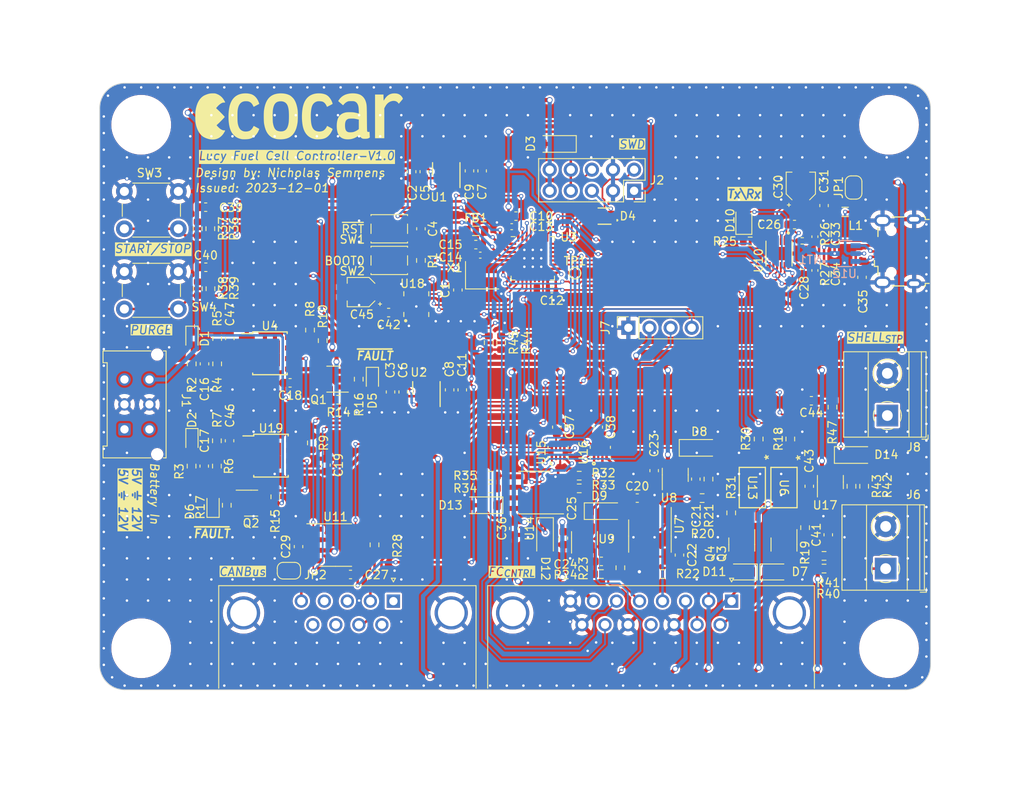
<source format=kicad_pcb>
(kicad_pcb (version 20221018) (generator pcbnew)
  (title_block (title "Lucy Fuel Cell Controller") (date "2023-12-01") (rev "V1.0") (company "EcoCar") (comment 1 "Design by: Nicholas Semmens") (comment 2 "Contributions: Mikael Schmidtke"))
  (layers (0 "F.Cu" signal) (31 "B.Cu" signal) (34 "B.Paste" user) (35 "F.Paste" user) (36 "B.SilkS" user "B.Silkscreen") (37 "F.SilkS" user "F.Silkscreen") (38 "B.Mask" user) (39 "F.Mask" user) (44 "Edge.Cuts" user))
  (net 0 "")
  (net 1 "/MCU_3V3")
  (net 2 "GNDA")
  (net 3 "+5V")
  (net 4 "/~{RST}")
  (net 5 "+3V3")
  (net 6 "UNPROTECTED_5V")
  (net 7 "UNPROTECTED_12V")
  (net 8 "+12V")
  (net 9 "Net-(U8-+)")
  (net 10 "Net-(C22-Pad1)")
  (net 11 "Net-(U9-+)")
  (net 12 "/IO /PB1")
  (net 13 "/IO /VCCIO")
  (net 14 "Net-(JP1-A)")
  (net 15 "/IO /DM")
  (net 16 "/IO /DP")
  (net 17 "/IO /V_{BUS}")
  (net 18 "Net-(D1-A)")
  (net 19 "Net-(D2-A)")
  (net 20 "/IO /PA13")
  (net 21 "/IO /PA14")
  (net 22 "Net-(D5-A)")
  (net 23 "Net-(D6-A)")
  (net 24 "/IO /SUPPLY_RTN")
  (net 25 "/IO /PA3")
  (net 26 "/IO /PA4")
  (net 27 "Net-(D10-K)")
  (net 28 "/IO /PURGE_RTN")
  (net 29 "Net-(C39-Pad1)")
  (net 30 "Net-(C40-Pad1)")
  (net 32 "/IO /CAN_L")
  (net 33 "/IO /V-")
  (net 35 "/IO /SHIELD")
  (net 36 "/IO /CAN_H")
  (net 38 "/IO /V+")
  (net 39 "Net-(C41-Pad1)")
  (net 40 "/IO /PRESSURE_SIG")
  (net 41 "/IO /THERM_{VREF}")
  (net 42 "/IO /H2_{PRS}")
  (net 43 "/IO /FC_{TEMP}")
  (net 44 "/On-Board Sensors/12V_{REF}")
  (net 45 "/IO /PRESSURE_N{slash}C")
  (net 46 "/On-Board Sensors/5V_{REF}")
  (net 47 "/IO /D-")
  (net 48 "/IO /D+")
  (net 50 "Net-(Q1-S)")
  (net 51 "Net-(U19-dV{slash}dT)")
  (net 52 "Net-(Q2-S)")
  (net 53 "Net-(Q3-B)")
  (net 54 "Net-(Q4-B)")
  (net 55 "/BOOT0")
  (net 56 "Net-(U4-OVLO)")
  (net 57 "Net-(U4-dV{slash}dT)")
  (net 58 "Net-(R18-Pad1)")
  (net 59 "/IO /PA1")
  (net 60 "/IO /Supply_Valve_Switch/V_{E}")
  (net 61 "Net-(U10-CBUS0)")
  (net 62 "Net-(U10-USBDM)")
  (net 63 "Net-(U10-USBDP)")
  (net 64 "Net-(R30-Pad1)")
  (net 65 "/IO /PA2")
  (net 66 "/IO /Purge_Valve_Switch/V_{E}")
  (net 67 "Net-(U14A-+)")
  (net 68 "Net-(U14B-+)")
  (net 73 "/IO /BTN_{RTN}")
  (net 74 "/IO /PA0")
  (net 75 "/IO /PA5")
  (net 76 "/IO /PA6")
  (net 77 "/IO /PA7")
  (net 78 "/IO /PB0")
  (net 79 "/IO /PA8")
  (net 80 "/IO /PA9")
  (net 81 "/IO /PA10")
  (net 82 "/IO /PA11")
  (net 83 "/IO /PA12")
  (net 84 "/IO /PA15")
  (net 85 "/IO /PB3")
  (net 86 "/IO /PB4")
  (net 87 "/IO /PB5")
  (net 88 "/IO /PB6")
  (net 89 "/IO /PB7")
  (net 90 "/BTN_{1}")
  (net 91 "Net-(U17-+)")
  (net 98 "/IO /GND_{1}")
  (net 99 "/SW_{IM}")
  (net 100 "/IO /GND")
  (net 101 "/BTN_{2}")
  (net 105 "Net-(U7-FB)")
  (net 106 "Net-(U3-VDDA)")
  (net 107 "Net-(C44-Pad1)")
  (net 108 "/FLT_{5}")
  (net 109 "/FLT_{12}")
  (net 110 "Net-(U4-EN{slash}UVLO)")
  (net 111 "Net-(U19-EN{slash}UVLO)")
  (net 112 "Net-(U19-ILM)")
  (net 113 "Net-(U4-ILM)")
  (footprint "Resistor_SMD:R_0603_1608Metric" (layer "F.Cu") (at 130.1805 98.618 90)
    (fp_text reference "R16")
    (fp_text value "270")
  )
  (footprint "Capacitor_SMD:C_0603_1608Metric" (layer "F.Cu") (at 114.6345 106.032 -90)
    (fp_text reference "C46")
    (fp_text value "2n2")
  )
  (footprint "Diode_SMD:D_0805_2012Metric_Pad1.15x1.40mm_HandSolder" (layer "F.Cu") (at 180.3445 121.82)
    (fp_text reference "D7")
    (fp_text value "SD0805S020S1R0")
  )
  (footprint "Package_TO_SOT_SMD:SOT-23-3" (layer "F.Cu") (at 176.2805 118.518 -90)
    (fp_text reference "Q4")
    (fp_text value "FMMT491ATA")
  )
  (footprint "Resistor_SMD:R_0603_1608Metric" (layer "F.Cu") (at 113.143 93.726 -90)
    (fp_text reference "R5")
    (fp_text value "10k")
  )
  (footprint "Package_SO:SOIC-8_3.9x4.9mm_P1.27mm" (layer "F.Cu") (at 165.227 117.502 -90)
    (fp_text reference "U7")
    (fp_text value "MCP1501-33E/SN")
  )
  (footprint "Resistor_SMD:R_0603_1608Metric" (layer "F.Cu") (at 191.008 111.506 -90)
    (fp_text reference "R42")
    (fp_text value "2.2k")
  )
  (footprint "MountingHole:MountingHole_3.2mm_M3" (layer "F.Cu") (at 194 131)
    (fp_text reference "H1" hide)
    (fp_text value "MountingHole")
  )
  (footprint "Resistor_SMD:R_0603_1608Metric" (layer "F.Cu") (at 182.1225 105.818 90)
    (fp_text reference "R18")
    (fp_text value "422")
  )
  (footprint "Resistor_SMD:R_0603_1608Metric" (layer "F.Cu") (at 113.1105 109.08 -90)
    (fp_text reference "R6")
    (fp_text value "900")
  )
  (footprint "MountingHole:MountingHole_3.2mm_M3" (layer "F.Cu") (at 104 131)
    (fp_text reference "H4" hide)
    (fp_text value "MountingHole")
  )
  (footprint "Button_Switch_THT:SW_PUSH_6mm_H5mm" (layer "F.Cu") (at 101.974 76.02)
    (fp_text reference "SW3")
    (fp_text value "~")
  )
  (footprint "Capacitor_SMD:C_0603_1608Metric" (layer "F.Cu") (at 148.844 116.586 90)
    (fp_text reference "C36")
    (fp_text value "100n")
  )
  (footprint "Resistor_SMD:R_0603_1608Metric" (layer "F.Cu") (at 186.182 121.412)
    (fp_text reference "R40")
    (fp_text value "10k")
  )
  (footprint "Resistor_SMD:R_0603_1608Metric" (layer "F.Cu") (at 159.385 122.074)
    (fp_text reference "R24")
    (fp_text value "10k")
  )
  (footprint "Button_Switch_SMD:SW_SPST_PTS810" (layer "F.Cu") (at 133.858 80.518 180)
    (fp_text reference "SW1")
    (fp_text value "PTS815 SJM 250 SMTR LFS")
  )
  (footprint "Package_SO:TI_SO-PowerPAD-8" (layer "F.Cu") (at 119.62 107.823)
    (fp_text reference "U19")
    (fp_text value "TPS259621")
  )
  (footprint "Resistor_SMD:R_0603_1608Metric" (layer "F.Cu") (at 178.3125 105.818 90)
    (fp_text reference "R30")
    (fp_text value "422")
  )
  (footprint "TerminalBlock_Phoenix:TerminalBlock_Phoenix_MKDS-1,5-2-5.08_1x02_P5.08mm_Horizontal" (layer "F.Cu") (at 193.802 102.997 90)
    (fp_text reference "J8")
    (fp_text value "Screw_Terminal_01x02")
  )
  (footprint "Capacitor_SMD:C_0603_1608Metric" (layer "F.Cu") (at 111.762 77.9164)
    (fp_text reference "C39")
    (fp_text value "2u2")
  )
  (footprint "Resistor_SMD:R_0603_1608Metric" (layer "F.Cu") (at 156.718 111.76)
    (fp_text reference "R33")
    (fp_text value "13k")
  )
  (footprint "Resistor_SMD:R_0603_1608Metric" (layer "F.Cu") (at 186.182 119.888 180)
    (fp_text reference "R41")
    (fp_text value "10k")
  )
  (footprint "Resistor_SMD:R_0603_1608Metric" (layer "F.Cu") (at 112.3208 80.5072 90)
    (fp_text reference "R37")
    (fp_text value "10k")
  )
  (footprint "RB_FTP:ecocar_logo" (layer "F.Cu") (at 123 67)
    (fp_text reference "G***" hide)
    (fp_text value "LOGO" hide)
  )
  (footprint "Resistor_SMD:R_0603_1608Metric" (layer "F.Cu") (at 189.484 111.506 90)
    (fp_text reference "R43")
    (fp_text value "820")
  )
  (footprint "Package_SO:SOIC-8_3.9x4.9mm_P1.27mm" (layer "F.Cu") (at 151.384 112.268 180)
    (fp_text reference "U14")
    (fp_text value "MCP602-E/SN")
  )
  (footprint "Resistor_SMD:R_0603_1608Metric" (layer "F.Cu") (at 187.198 101.981 90)
    (fp_text reference "R47")
    (fp_text value "10k")
  )
  (footprint "Resistor_SMD:R_0603_1608Metric" (layer "F.Cu") (at 110.0625 109.08 -90)
    (fp_text reference "R3")
    (fp_text value "820")
  )
  (footprint "Connector_PinSocket_2.54mm:PinSocket_1x04_P2.54mm_Vertical" (layer "F.Cu") (at 162.6362 92.431 90)
    (fp_text reference "J7")
    (fp_text value "OLED")
  )
  (footprint "Capacitor_SMD:C_0603_1608Metric" (layer "F.Cu") (at 145.034 73.551 90)
    (fp_text reference "C7")
    (fp_text value "1u")
  )
  (footprint "Inductor_SMD:L_0805_2012Metric" (layer "F.Cu") (at 144.272 80.772)
    (fp_text reference "FB1")
    (fp_text value "600R")
  )
  (footprint "Capacitor_SMD:C_0603_1608Metric" (layer "F.Cu") (at 159.385 120.55)
    (fp_text reference "C24")
    (fp_text value "1u")
  )
  (footprint "FC.FTP:IC_ADS1115IRUGR" (layer "F.Cu") (at 159.258 107.442 90)
    (fp_text reference "U16")
    (fp_text value "ADS1115IRUGR")
  )
  (footprint "Resistor_SMD:R_0603_1608Metric" (layer "F.Cu") (at 124.5405 106.286 -90)
    (fp_text reference "R9")
    (fp_text value "1k")
  )
  (footprint "Resistor_SMD:R_0402_1005Metric" (layer "F.Cu") (at 183.555 85.025)
    (fp_text reference "R27")
    (fp_text value "33")
  )
  (footprint "FC.FTP:IC_ADS1115IRUGR" (layer "F.Cu") (at 154.178 107.442 90)
    (fp_text reference "U15")
    (fp_text value "ADS1115IRUGR")
  )
  (footprint "MountingHole:MountingHole_3.2mm_M3" (layer "F.Cu") (at 104 68)
    (fp_text reference "H2" hide)
    (fp_text value "MountingHole")
  )
  (footprint "FC.FTP:ESDALC6V1P5" (layer "F.Cu") (at 159.766 78.994 180)
    (fp_text reference "D4")
    (fp_text value "ESDALC6V1P5")
  )
  (footprint "FC.FTP:Display_128x64_096_I2C" (layer "F.Cu") (at 166.37 92.456)
    (fp_text reference "Display 128x64 0.96\" I2C" hide)
    (fp_text value "Display_128x64" hide)
  )
  (footprint "Package_DFN_QFN:DFN-6-1EP_3x3mm_P0.95mm_EP1.7x2.6mm" (layer "F.Cu") (at 138.326 100.413 90)
    (fp_text reference "U2")
    (fp_text value "LD39050PU33R")
  )
  (footprint "Resistor_SMD:R_0603_1608Metric" (layer "F.Cu") (at 112.336 87.731 90)
    (fp_text reference "R38")
    (fp_text value "10k")
  )
  (footprint "MountingHole:MountingHole_3.2mm_M3" (layer "F.Cu") (at 194 68)
    (fp_text reference "H3" hide)
    (fp_text value "MountingHole")
  )
  (footprint "Capacitor_SMD:C_0402_1005Metric" (layer "F.Cu") (at 185.079 81.469 90)
    (fp_text reference "C33")
    (fp_text value "47p")
  )
  (footprint "Package_SO:TI_SO-PowerPAD-8" (layer "F.Cu") (at 119.493 95.504)
    (fp_text reference "U4")
    (fp_text value "TPS259621")
  )
  (footprint "Resistor_SMD:R_0603_1608Metric" (layer "F.Cu") (at 113.1105 106.032 -90)
    (fp_text reference "R7")
    (fp_text value "10k")
  )
  (footprint "Resistor_SMD:R_0603_1608Metric" (layer "F.Cu") (at 146.05 110.236 180)
    (fp_text reference "R35")
    (fp_text value "13k")
  )
  (footprint "Jumper:SolderJumper-2_P1.3mm_Open_RoundedPad1.0x1.5mm" (layer "F.Cu") (at 121.778 121.666)
    (fp_text reference "JP2")
    (fp_text value "SolderJumper_2_Open")
  )
  (footprint "Capacitor_SMD:C_0603_1608Metric" (layer "F.Cu") (at 184.404 111.506 90)
    (fp_text reference "C43")
    (fp_text value "100n")
  )
  (footprint "Capacitor_SMD:C_0603_1608Metric" (layer "F.Cu") (at 149.098 78.994)
    (fp_text reference "C10")
    (fp_text value "4u7")
  )
  (footprint "Package_SO:SOIC-8_3.9x4.9mm_P1.27mm" (layer "F.Cu") (at 127.381 118.58)
    (fp_text reference "U11")
    (fp_text value "MCP2542FD-E/SN")
  )
  (footprint "RB_FTP:STD_PWR_HEADER" (layer "F.Cu") (at 103.6865 101.6535 90)
    (fp_text reference "J1")
    (fp_text value "STD_PWR_HEADER")
  )
  (footprint "Resistor_SMD:R_0603_1608Metric" (layer "F.Cu") (at 177.292 82.042)
    (fp_text reference "R25")
    (fp_text value "51")
  )
  (footprint "Resistor_SMD:R_0603_1608Metric" (layer "F.Cu") (at 172.273 110.644 90)
    (fp_text reference "R21")
    (fp_text value "13k")
  )
  (footprint "Resistor_SMD:R_0603_1608Metric" (layer "F.Cu") (at 175.0105 114.708 -90)
    (fp_text reference "R31")
    (fp_text value "249")
  )
  (footprint "TestPoint:TestPoint_Pad_D1.0mm" (layer "F.Cu") (at 156.21 85.852)
    (fp_text reference "TP1")
    (fp_text value "MCO")
  )
  (footprint "LED_SMD:LED_0603_1608Metric" (layer "F.Cu") (at 112.649 113.7665 90)
    (fp_text reference "D6")
    (fp_text value "EMERALD")
  )
  (footprint "Resistor_SMD:R_0603_1608Metric" (layer "F.Cu") (at 146.05 111.76)
    (fp_text reference "R34")
    (fp_text value "13k")
  )
  (footprint "Button_Switch_SMD:SW_SPST_PTS810" (layer "F.Cu") (at 133.858 84.328 180)
    (fp_text reference "SW2")
    (fp_text value "PTS815 SJM 250 SMTR LFS\n")
  )
  (footprint "Jumper:SolderJumper-2_P1.3mm_Open_RoundedPad1.0x1.5mm" (layer "F.Cu") (at 189.738 75.55 90)
    (fp_text reference "JP1")
    (fp_text value "SolderJumper_2_Open")
  )
  (footprint "Capacitor_SMD:C_0603_1608Metric" (layer "F.Cu") (at 133.7804 90.6018)
    (fp_text reference "C42")
    (fp_text value "100n")
  )
  (footprint "Capacitor_SMD:C_0603_1608Metric" (layer "F.Cu") (at 184.658 101.219 180)
    (fp_text reference "C44")
    (fp_text value "2u2")
  )
  (footprint "Resistor_SMD:R_0603_1608Metric" (layer "F.Cu") (at 110.7968 80.5072 -90)
    (fp_text reference "R36")
    (fp_text value "10k")
  )
  (footprint "Capacitor_SMD:CP_Elec_3x5.3" (layer "F.Cu") (at 130.5546 88.138 180)
    (fp_text reference "C45")
    (fp_text value "10u")
  )
  (footprint "LED_SMD:LED_0603_1608Metric" (layer "F.Cu") (at 110.109 93.726 -90)
    (fp_text reference "D1")
    (fp_text value "BLUE")
  )
  (footprint "Capacitor_SMD:C_0603_1608Metric" (layer "F.Cu") (at 168.783 119.788 90)
    (fp_text reference "C22")
    (fp_text value "2u2")
  )
  (footprint "Resistor_SMD:R_0603_1608Metric" (layer "F.Cu") (at 161.671 121.312 90)
    (fp_text reference "R23")
    (fp_text value "100k")
  )
  (footprint "Connector_Dsub:DSUB-15_Female_Horizontal_P2.77x2.84mm_EdgePinOffset7.70mm_Housed_MountingHolesOffset9.12mm" (layer "F.Cu") (at 175.055 125.33)
    (fp_text reference "J4" hide)
    (fp_text value "DA15_Receptacle_MountingHoles")
  )
  (footprint "Capacitor_SMD:C_0603_1608Metric" (layer "F.Cu") (at 111.7772 85.1494)
    (fp_text reference "C40")
    (fp_text value "2u2")
  )
  (footprint "Capacitor_SMD:C_0603_1608Metric" (layer "F.Cu") (at 154.813 117.756 90)
    (fp_text reference "C25")
    (fp_text value "100n")
  )
  (footprint "Capacitor_SMD:C_0603_1608Metric" (layer "F.Cu") (at 121.92 99.06)
    (fp_text reference "C18")
    (fp_text value "1u")
  )
  (footprint "Capacitor_SMD:C_0603_1608Metric" (layer "F.Cu") (at 154.022 104.394 -90)
    (fp_text reference "C37")
    (fp_text value "100n")
  )
  (footprint "Capacitor_SMD:C_0603_1608Metric" (layer "F.Cu") (at 165.735 109.628 90)
    (fp_text reference "C23")
    (fp_text value "100n")
  )
  (footprint "Resistor_SMD:R_0402_1005Metric" (layer "F.Cu") (at 183.555 81.977)
    (fp_text reference "R26")
    (fp_text value "33")
  )
  (footprint "Capacitor_SMD:C_0603_1608Metric" (layer "F.Cu") (at 143.51 73.551 90)
    (fp_text reference "C9")
    (fp_text value "100n")
  )
  (footprint "Capacitor_SMD:C_0603_1608Metric" (layer "F.Cu") (at 142.113 87.884 -90)
    (fp_text reference "C1")
    (fp_text value "100n")
  )
  (footprint "RB_FTP:SOIC_BTA-VG_EVS" (layer "F.Cu") (at 181.3605 111.66 -90)
    (fp_text reference "U6")
    (fp_text value "EL3H7(B)(TA)-VG\n")
  )
  (footprint "LED_SMD:LED_0805_2012Metric" (layer "F.Cu") (at 176.53 79.502 90)
    (fp_text reference "D10")
    (fp_text value "PINK")
  )
  (footprint "Capacitor_SMD:C_0402_1005Metric" (layer "F.Cu") (at 185.079 85.533 -90)
    (fp_text reference "C34")
    (fp_text value "47p")
  )
  (footprint "FC.FTP:D_SOD_123_M" (layer "F.Cu") (at 145.212 113.842 180)
    (fp_text reference "D13")
    (fp_text value "MMSZ5226B-7-F")
  )
  (footprint "Package_TO_SOT_SMD:TSOT-23-5" (layer "F.Cu") (at 168.275 110.136 90)
    (fp_text reference "U8")
    (fp_text value "AD8603")
  )
  (footprint "Capacitor_SMD:C_0603_1608Metric" (layer "F.Cu") (at 126.238 108.966 -90)
    (fp_text reference "C19")
    (fp_text value "1u")
  )
  (footprint "Package_DFN_QFN:DFN-6-1EP_3x3mm_P0.95mm_EP1.7x2.6mm" (layer "F.Cu") (at 140.716 74.059 90)
    (fp_text reference "U1")
    (fp_text value "LD39050PU33R")
  )
  (footprint "Diode_SMD:D_0805_2012Metric_Pad1.15x1.40mm_HandSolder" (layer "F.Cu") (at 176.2805 121.82 180)
    (fp_text reference "D11")
    (fp_text value "SD0805S020S1R0")
  )
  (footprint "Inductor_SMD:L_0805_2012Metric" (layer "F.Cu") (at 188.722 78.486)
    (fp_text reference "L1")
    (fp_text value "600R/0.5A")
  )
  (footprint "Capacitor_SMD:C_0603_1608Metric" (layer "F.Cu") (at 159.004 104.394 -90)
    (fp_text reference "C38")
    (fp_text value "100n")
  )
  (footprint "Capacitor_SMD:C_0603_1608Metric" (layer "F.Cu") (at 182.626 80.01 180)
    (fp_text reference "C26")
    (fp_text value "100n")
  )
  (footprint "Resistor_SMD:R_0603_1608Metric" (layer "F.Cu") (at 166.751 122.074)
    (fp_text reference "R22")
    (fp_text value "51")
  )
  (footprint "Resistor_SMD:R_0603_1608Metric" (layer "F.Cu") (at 124.319 92.71 -90)
    (fp_text reference "R8")
    (fp_text value "400k")
  )
  (footprint "Capacitor_SMD:C_0603_1608Metric" (layer "F.Cu") (at 122.936 118.769 -90)
    (fp_text reference "C29")
    (fp_text value "100n")
  )
  (footprint "LED_SMD:LED_0603_1608Metric" (layer "F.Cu") (at 110.109 106.045 -90)
    (fp_text reference "D2")
    (fp_text value "BLUE")
  )
  (footprint "Capacitor_SMD:C_0402_1005Metric" (layer "F.Cu") (at 153.416 87.884 180)
    (fp_text reference "C12")
    (fp_text value "100n")
  )
  (footprint "Capacitor_SMD:C_0603_1608Metric" (layer "F.Cu") (at 186.69 117.348 90)
    (fp_text reference "C41")
    (fp_text value "2u2")
  )
  (footprint "FC.FTP:D_SOD_123_M" (layer "F.Cu") (at 189.738 107.696)
    (fp_text reference "D14")
    (fp_text value "MMSZ5226B-7-F")
  )
  (footprint "Capacitor_SMD:C_0603_1608Metric" (layer "F.Cu") (at 135.532 100.159 90)
    (fp_text reference "C6")
    (fp_text value "100n")
  )
  (footprint "Resistor_SMD:R_0603_1608Metric" (layer "F.Cu") (at 125.843 93.98 -90)
    (fp_text reference "R10")
    (fp_text value "1k")
  )
  (footprint "Resistor_SMD:R_0603_1608Metric" (layer "F.Cu") (at 171.511 112.93 180)
    (fp_text reference "R20")
    (fp_text value "6.8k")
  )
  (footprint "Package_TO_SOT_SMD:TSOT-23-5" (layer "F.Cu") (at 186.944 110.998 90)
    (fp_text reference "U17")
    (fp_text value "AD8603")
  )
  (footprint "RB_FTP:SOIC_BTA-VG_EVS" (layer "F.Cu") (at 177.5505 111.66 -90)
    (fp_text reference "U13")
    (fp_text value "EL3H7(B)(TA)-VG\n")
  )
  (footprint "FC.FTP:XDCR_LIS3DHTR" (layer "F.Cu") (at 137.1078 89.5858 90)
    (fp_text reference "U18")
    (fp_text value "LIS3DHTR")
  )
  (footprint "Resistor_SMD:R_0603_1608Metric" (layer "F.Cu") (at 137.668 84.328 -90)
    (fp_text reference "R1")
    (fp_text value "10k")
  )
  (footprint "Capacitor_SMD:C_0603_1608Metric" (layer "F.Cu") (at 190.754 86.36 -90)
    (fp_text reference "C35")
    (fp_text value "100n")
  )
  (footprint "Capacitor_SMD:C_0603_1608Metric" (layer "F.Cu") (at 129.190248 122.125966 180)
    (fp_text reference "C27")
    (fp_text value "100n")
  )
  (footprint "Capacitor_SMD:C_0603_1608Metric" (layer "F.Cu") (at 134.008 100.159 90)
    (fp_text reference "C3")
    (fp_text value "1u")
  )
  (footprint "FC.FTP:D_SOD_123_M" (layer "F.Cu") (at 152.654 117.602 -90)
    (fp_text reference "D12")
    (fp_text value "MMSZ5226B-7-F")
  )
  (footprint "FC.FTP:D_SOD_123_M" (layer "F.Cu") (at 154.051 70.358 180)
    (fp_text reference "D3")
    (fp_text value "MMSZ5226B-7-F")
  )
  (footprint "Resistor_SMD:R_0603_1608Metric" (layer "F.Cu") (at 110.081 96.774 -90)
    (fp_text reference "R2")
    (fp_text value "270")
  )
  (footprint "Capacitor_SMD:C_0603_1608Metric" (layer "F.Cu") (at 182.372 87.63 -90)
    (fp_text reference "C28")
    (fp_text value "100n")
  )
  (footprint "Capacitor_SMD:C_0402_1005Metric" (layer "F.Cu") (at 144.808 83.693 180)
    (fp_text reference "C14")
    (fp_text value "100n")
  )
  (footprint "Capacitor_SMD:C_0603_1608Metric" (layer "F.Cu") (at 186.182 77.724 90)
    (fp_text reference "C31")
    (fp_text value "100n")
  )
  (footprint "Capacitor_SMD:C_0603_1608Metric" (layer "F.Cu") (at 142.644 99.905002 90)
    (fp_text reference "C11")
    (fp_text value "100n")
  )
  (footprint "Capacitor_SMD:C_0603_1608Metric" (layer "F.Cu") (at 111.5865 109.08 -90)
    (fp_text reference "C17")
    (fp_text value "1u")
  )
  (footprint "Connector_Dsub:DSUB-9_Female_Horizontal_P2.77x2.84mm_EdgePinOffset7.70mm_Housed_MountingHolesOffset9.12mm" (layer "F.Cu") (at 134.354 125.33)
    (fp_text reference "J3" hide)
    (fp_text value "DE9_Receptacle")
  )
  (footprint "RB_FTP:USB_Micro-B_Wuerth_629105150521" (layer "F.Cu") (at 195.072 83.247 90)
    (fp_text reference "J5" hide)
    (fp_text value "USB_B_Micro")
  )
  (footprint "Capacitor_SMD:C_0603_1608Metric" (layer "F.Cu") (at 170.749 110.644 90)
    (fp_text reference "C21")
    (fp_text value "0u33")
  )
  (footprint "Crystal:Crystal_SMD_3225-4Pin_3.2x2.5mm" (layer "F.Cu") (at 145.034 86.106)
    (fp_text reference "X1")
    (fp_text value "OXETDLJANF-8MHZ ")
  )
  (footprint "Capacitor_SMD:C_0402_1005Metric" (layer "F.Cu") (at 148.59 80.264)
    (fp_text reference "C13")
    (fp_text value "100n")
  )
  (footprint "Resistor_SMD:R_0603_1608Metric" (layer "F.Cu") (at 114.3 113.792 -90)
    (fp_text reference "R17")
    (fp_text value "270")
  )
  (footprint "Package_TO_SOT_SMD:SOT-23-3" (layer "F.Cu") (at 181.3605 118.518 -90)
    (fp_text reference "Q3")
    (fp_text value "FMMT491ATA")
  )
  (footprint "Resistor_SMD:R_0603_1608Metric" (layer "F.Cu") (at 110.812 87.731 -90)
    (fp_text reference "R39")
    (fp_text value "10k")
  )
  (footprint "Resistor_SMD:R_0603_1608Metric" (layer "F.Cu") (at 156.718 110.236 180)
    (fp_text reference "R32")
    (fp_text value "51k")
  )
  (footprint "Resistor_SMD:R_0603_1608Metric" (layer "F.Cu") (at 132.08 118.555 90)
    (fp_text reference "R28")
    (fp_text value "120")
  )
  (footprint "TerminalBlock_Phoenix:TerminalBlock_Phoenix_MKDS-1,5-2-5.08_1x02_P5.08mm_Horizontal" (layer "F.Cu") (at 193.599 121.417 90)
    (fp_text reference "J6")
    (fp_text value "Screw_Terminal_01x02")
  )
  (footprint "FC.FTP:SON45P300X300X80-13N" (layer "F.Cu") (at 180.761 83.501 -90)
    (fp_text reference "U10")
    (fp_text value "FT234XD-R")
  )
  (footprint "Capacitor_SMD:C_0603_1608Metric" (layer "F.Cu") (at 141.12 99.905002 90)
    (fp_text reference "C8")
    (fp_text value "1u")
  )
  (footprint "Capacitor_SMD:C_0603_1608Metric" (layer "F.Cu") (at 137.668 80.518 -90)
    (fp_text reference "C4")
    (fp_text value "100n")
  )
  (footprint "FC.FTP:D_SOD_123_M" (layer "F.Cu") (at 159.639 114.454)
    (fp_text reference "D9")
    (fp_text value "MMSZ5226B-7-F")
  )
  (footprint "Resistor_SMD:R_0603_1608Metric" (layer "F.Cu") (at 183.9005 116.486 -90)
    (fp_text reference "R19")
    (fp_text value "249")
  )
  (footprint "Resistor_SMD:R_0603_1608Metric" (layer "F.Cu") (at 147.32 94.234 -90)
    (fp_text reference "R44")
    (fp_text value "4.7k")
  )
  (footprint "Capacitor_SMD:C_0603_1608Metric" (layer "F.Cu") (at 114.667 93.726 -90)
    (fp_text reference "C47")
    (fp_text value "2n2")
  )
  (footprint "Package_TO_SOT_SMD:SOT-23-3" (layer "F.Cu") (at 127.1325 98.618 180)
    (fp_text reference "Q1")
    (fp_text value "SI2302A-TPMSCT-ND")
  )
  (footprint "FC.FTP:D_SOD_123_M" (layer "F.Cu") (at 171.069 106.834)
    (fp_text reference "D8")
    (fp_text value "MMSZ5226B-7-F")
  )
  (footprint "Package_TO_SOT_SMD:TSOT-23-5" (layer "F.Cu") (at 157.353 117.756 90)
    (fp_text reference "U9")
    (fp_text value "AD8603")
  )
  (footprint "Package_DFN_QFN:QFN-32-1EP_5x5mm_P0.5mm_EP3.45x3.45mm" (layer "F.Cu") (at 151.13 84.074)
    (fp_text reference "U3")
    (fp_text value "STM32L432KCUx")
  )
  (footprint "Capacitor_SMD:C_0603_1608Metric" (layer "F.Cu") (at 163.703 112.93 180)
    (fp_text reference "C20")
    (fp_text value "2u2")
  )
  (footprint "Package_TO_SOT_SMD:SOT-23-3" (layer "F.Cu") (at 117.2265 113.538)
    (fp_text reference "Q2")
    (fp_text value "SI2302A-TPMSCT-ND")
  )
  (footprint "Capacitor_SMD:C_0603_1608Metric" (layer "F.Cu") (at 138.072 73.647 90)
    (fp_text reference "C5")
    (fp_text value "100n")
  )
  (footprint "Capacitor_SMD:C_0603_1608Metric" (layer "F.Cu") (at 144.272 82.423 180)
    (fp_text reference "C15")
    (fp_text value "1u")
  )
  (footprint "Button_Switch_THT:SW_PUSH_6mm_H5mm" (layer "F.Cu") (at 101.974 85.672)
    (fp_text reference "SW4")
    (fp_text value "~")
  )
  (footprint "Capacitor_SMD:C_0603_1608Metric" (layer "F.Cu") (at 136.548 73.647 90)
    (fp_text reference "C2")
    (fp_text value "1u")
  )
  (footprint "Capacitor_SMD:C_0603_1608Metric" (layer "F.Cu") (at 111.619 96.774 -90)
    (fp_text reference "C16")
    (fp_text value "1u")
  )
  (footprint "Resistor_SMD:R_0603_1608Metric" (layer "F.Cu") (at 120.142 112.776 -90)
    (fp_text reference "R15")
    (fp_text value "100k")
  )
  (footprint "Capacitor_SMD:CP_Elec_3x5.3" (layer "F.Cu") (at 183.388 75.462 90)
    (fp_text reference "C30")
    (fp_text value "4u7")
  )
  (footprint "Resistor_SMD:R_0603_1608Metric" (layer "F.Cu") (at 145.826 94.234 -90)
    (fp_text reference "R45")
    (fp_text value "4.7k")
  )
  (footprint "Resistor_SMD:R_0603_1608Metric" (layer "F.Cu") (at 127.762 101.092 180)
    (fp_text reference "R14")
    (fp_text value "100k")
  )
  (footprint "LED_SMD:LED_0603_1608Metric" (layer "F.Cu") (at 131.826 98.679 -90)
    (fp_text reference "D5")
    (fp_text value "EMERALD")
  )
  (footprint "Connector_PinSocket_2.54mm:PinSocket_2x05_P2.54mm_Vertical" (layer "F.Cu") (at 163.322 75.946 -90)
    (fp_text reference "J2")
    (fp_text value "Conn_02x05_Odd_Even")
  )
  (footprint "Resistor_SMD:R_0603_1608Metric" (layer "F.Cu") (at 113.143 96.774 -90)
    (fp_text reference "R4")
    (fp_text value "11k")
  )
  (footprint "NetTie:NetTie-2_SMD_Pad0.5mm" (layer "B.Cu") (at 184.523 83.058)
    (fp_text reference "NT1")
    (fp_text value "NetTie_2")
  )
  (footprint "FC.FTP:USBLC6-2SC6" (layer "B.Cu") (at 188.722 83.501)
    (fp_text reference "U12")
    (fp_text value "USBLC6-2SC6")
  )
  (gr_arc (start 196 63) (mid 198.12132 63.87868) (end 199 66) (stroke (width 0.1)) (layer "Edge.Cuts"))
  (gr_arc (start 102 136) (mid 99.87868 135.12132) (end 99 133) (stroke (width 0.1)) (layer "Edge.Cuts"))
  (gr_line (start 99 133) (end 99 66) (stroke (width 0.1)) (layer "Edge.Cuts"))
  (gr_line (start 102 63) (end 196 63) (stroke (width 0.1)) (layer "Edge.Cuts"))
  (gr_line (start 199 66) (end 199 133) (stroke (width 0.1)) (layer "Edge.Cuts"))
  (gr_arc (start 99 66) (mid 99.87868 63.87868) (end 102 63) (stroke (width 0.1)) (layer "Edge.Cuts"))
  (gr_arc (start 199 133) (mid 198.12132 135.12132) (end 196 136) (stroke (width 0.1)) (layer "Edge.Cuts"))
  (gr_line (start 196 136) (end 102 136) (stroke (width 0.1)) (layer "Edge.Cuts"))
  (gr_text "START/STOP" (at 105.41 82.931) (layer "F.SilkS" knockout) (effects (font (size 1 1) (thickness 0.15) italic)))
  (gr_text "~{FAULT}" (at 110.2 117.8) (layer "F.SilkS") (effects (font (size 1 1) (thickness 0.2) bold italic) (justify left bottom)))
  (gr_text "5V ⏚ 12V\n5V ⏚ 12V" (at 102.616 113.03 -90) (layer "F.SilkS" knockout) (effects (font (size 1 1) (thickness 0.2) bold italic)))
  (gr_text "${COMMENT1}" (at 110.4 74.366) (layer "F.SilkS") (effects (font (size 1 1) (thickness 0.15) italic) (justify left bottom)))
  (gr_text "SWD" (at 163.068 70.358) (layer "F.SilkS" knockout) (effects (font (size 1 1) (thickness 0.15) italic)))
  (gr_text "FC_{CNTRL}" (at 145.669 121.793) (layer "F.SilkS" knockout) (effects (font (size 1 1) (thickness 0.15) italic) (justify left)))
  (gr_text "CANBus" (at 113.284 121.793) (layer "F.SilkS" knockout) (effects (font (size 1 1) (thickness 0.15) italic) (justify left)))
  (gr_text "~{FAULT}" (at 129.8 96.4) (layer "F.SilkS") (effects (font (size 1 1) (thickness 0.2) bold italic) (justify left bottom)))
  (gr_text "Issued: ${ISSUE_DATE}" (at 110.4 76.2) (layer "F.SilkS") (effects (font (size 1 1) (thickness 0.15) italic) (justify left bottom)))
  (gr_text "T_{X}\\R_{X}" (at 176.53 76.327) (layer "F.SilkS" knockout) (effects (font (size 1 1) (thickness 0.2) bold italic)))
  (gr_text "PURGE" (at 105.156 92.71) (layer "F.SilkS" knockout) (effects (font (size 1 1) (thickness 0.15) italic)))
  (gr_text "Battery In" (at 105.6 112.4 270) (layer "F.SilkS") (effects (font (size 1 1) (thickness 0.15) italic)))
  (gr_text "${TITLE}-${REVISION}" (at 110.808 72.334) (layer "F.SilkS" knockout) (effects (font (size 1 1) (thickness 0.15) italic) (justify left bottom)))
  (gr_text "~{RST}" (at 128.016 81.153) (layer "F.SilkS") (effects (font (size 1 1)) (justify left bottom)))
  (gr_text "SHELL_{STP}" (at 188.849 93.599) (layer "F.SilkS" knockout) (effects (font (size 1 1) (thickness 0.15) italic) (justify left)))
  (gr_text "BOOT0" (at 125.984 84.963) (layer "F.SilkS") (effects (font (size 1 1)) (justify left bottom)))
  (segment (start 148.364 82.324) (end 148.6925 82.324) (width 0.3) (layer "F.Cu") (net 1))
  (segment (start 141.723 72.776) (end 141.666 72.719) (width 0.3) (layer "F.Cu") (net 1))
  (segment (start 143.4845 79.2735) (end 143.4845 80.772) (width 0.3) (layer "F.Cu") (net 1))
  (segment (start 148.204 72.776) (end 148.209 72.771) (width 0.3) (layer "F.Cu") (net 1))
  (segment (start 148.209 78.88) (end 148.323 78.994) (width 0.3) (layer "F.Cu") (net 1))
  (segment (start 148.209 68.834) (end 155.448 68.834) (width 0.3) (layer "F.Cu") (net 1))
  (segment (start 155.702 73.406) (end 155.702 70.359) (width 0.3) (layer "F.Cu") (net 1))
  (segment (start 139.7 84.328) (end 137.008 84.328) (width 0.3) (layer "F.Cu") (net 1))
  (segment (start 148.323 78.994) (end 148.323 80.051) (width 0.3) (layer "F.Cu") (net 1))
  (segment (start 137.008 84.328) (end 135.933 83.253) (width 0.3) (layer "F.Cu") (net 1))
  (segment (start 148.323 78.994) (end 143.764 78.994) (width 0.3) (layer "F.Cu") (net 1))
  (segment (start 148.11 80.264) (end 148.11 82.07) (width 0.3) (layer "F.Cu") (net 1))
  (segment (start 154.404 85.824) (end 153.952 85.824) (width 0.2) (layer "F.Cu") (net 1))
  (segment (start 153.952 85.824) (end 153.5675 85.824) (width 0.3) (layer "F.Cu") (net 1))
  (segment (start 148.323 80.051) (end 148.11 80.264) (width 0.3) (layer "F.Cu") (net 1))
  (segment (start 153.896 85.88) (end 153.952 85.824) (width 0.3) (layer "F.Cu") (net 1))
  (segment (start 143.4845 80.772) (end 140.97 80.772) (width 0.3) (layer "F.Cu") (net 1))
  (segment (start 145.034 72.776) (end 143.51 72.776) (width 0.3) (layer "F.Cu") (net 1))
  (segment (start 140.97 80.772) (end 140.462 80.772) (width 0.3) (layer "F.Cu") (net 1))
  (segment (start 143.934 86.956) (end 143.934 85.256) (width 0.3) (layer "F.Cu") (net 1))
  (segment (start 142.113 87.109) (end 143.781 87.109) (width 0.3) (layer "F.Cu") (net 1))
  (segment (start 148.209 77.851) (end 148.209 78.88) (width 0.3) (layer "F.Cu") (net 1))
  (segment (start 144.259 87.027) (end 143.934 86.702) (width 0.3) (layer "F.Cu") (net 1))
  (segment (start 140.589 87.122) (end 142.1 87.122) (width 0.3) (layer "F.Cu") (net 1))
  (segment (start 135.933 83.253) (end 131.783 83.253) (width 0.3) (layer "F.Cu") (net 1))
  (segment (start 155.651 69.037) (end 155.651 70.308) (width 0.3) (layer "F.Cu") (net 1))
  (segment (start 145.954 72.776) (end 145.034 72.776) (width 0.3) (layer "F.Cu") (net 1))
  (segment (start 155.702 70.359) (end 155.651 70.308) (width 0.3) (layer "F.Cu") (net 1))
  (segment (start 145.954 72.776) (end 148.204 72.776) (width 0.3) (layer "F.Cu") (net 1))
  (segment (start 142.1 87.122) (end 142.113 87.109) (width 0.3) (layer "F.Cu") (net 1))
  (segment (start 143.51 72.776) (end 141.723 72.776) (width 0.3) (layer "F.Cu") (net 1))
  (segment (start 148.11 82.07) (end 148.364 82.324) (width 0.3) (layer "F.Cu") (net 1))
  (segment (start 155.448 68.834) (end 155.651 69.037) (width 0.3) (layer "F.Cu") (net 1))
  (segment (start 154.559 85.979) (end 154.404 85.824) (width 0.2) (layer "F.Cu") (net 1))
  (segment (start 143.764 78.994) (end 143.4845 79.2735) (width 0.3) (layer "F.Cu") (net 1))
  (segment (start 155.702 73.406) (end 155.702 75.946) (width 0.3) (layer "F.Cu") (net 1))
  (segment (start 143.781 87.109) (end 143.934 86.956) (width 0.3) (layer "F.Cu") (net 1))
  (segment (start 153.896 87.884) (end 153.896 85.88) (width 0.3) (layer "F.Cu") (net 1))
  (via (at 140.462 80.772) (size 0.5) (drill 0.3) (layers "F.Cu" "B.Cu") (net 1))
  (via (at 148.209 68.834) (size 0.7) (drill 0.5) (layers "F.Cu" "B.Cu") (net 1))
  (via (at 139.7 84.328) (size 0.5) (drill 0.3) (layers "F.Cu" "B.Cu") (net 1))
  (via (at 154.559 85.979) (size 0.5) (drill 0.3) (layers "F.Cu" "B.Cu") (net 1))
  (via (at 148.209 77.851) (size 0.7) (drill 0.5) (layers "F.Cu" "B.Cu") (net 1))
  (via (at 148.209 72.771) (size 0.7) (drill 0.5) (layers "F.Cu" "B.Cu") (net 1))
  (via (at 140.589 87.122) (size 0.5) (drill 0.3) (layers "F.Cu" "B.Cu") (net 1))
  (segment (start 153.289 84.709) (end 154.559 85.979) (width 0.3) (layer "B.Cu") (net 1))
  (segment (start 150.241 73.66) (end 151.13 74.549) (width 0.3) (layer "B.Cu") (net 1))
  (segment (start 139.954 84.582) (end 139.7 84.328) (width 0.3) (layer "B.Cu") (net 1))
  (segment (start 148.209 75.311) (end 148.209 77.851) (width 0.3) (layer "B.Cu") (net 1))
  (segment (start 148.209 73.66) (end 150.241 73.66) (width 0.3) (layer "B.Cu") (net 1))
  (segment (start 140.462 84.582) (end 140.462 85.1408) (width 0.3) (layer "B.Cu") (net 1))
  (segment (start 148.209 73.66) (end 148.209 75.311) (width 0.3) (layer "B.Cu") (net 1))
  (segment (start 140.462 85.1408) (end 140.462 86.995) (width 0.3) (layer "B.Cu") (net 1))
  (segment (start 151.13 74.549) (end 151.13 76.454) (width 0.3) (layer "B.Cu") (net 1))
  (segment (start 151.13 76.454) (end 153.289 78.613) (width 0.3) (layer "B.Cu") (net 1))
  (segment (start 148.209 68.834) (end 148.209 72.771) (width 0.3) (layer "B.Cu") (net 1))
  (segment (start 140.462 80.772) (end 140.462 84.582) (width 0.3) (layer "B.Cu") (net 1))
  (segment (start 140.462 86.995) (end 140.589 87.122) (width 0.3) (layer "B.Cu") (net 1))
  (segment (start 148.209 72.771) (end 148.209 73.66) (width 0.3) (layer "B.Cu") (net 1))
  (segment (start 153.289 78.613) (end 153.289 84.709) (width 0.3) (layer "B.Cu") (net 1))
  (segment (start 140.462 84.582) (end 139.954 84.582) (width 0.3) (layer "B.Cu") (net 1))
  (segment (start 159.258 109.22) (end 159.508 108.97) (width 0.3) (layer "F.Cu") (net 2))
  (segment (start 154.428 108.077) (end 154.428 108.814) (width 0.2) (layer "F.Cu") (net 2))
  (segment (start 154.178 109.064) (end 154.276 108.966) (width 0.3) (layer "F.Cu") (net 2))
  (segment (start 140.353 74.422) (end 140.716 74.059) (width 0.3) (layer "F.Cu") (net 2))
  (segment (start 141.12 100.680002) (end 138.593002 100.680002) (width 0.3) (layer "F.Cu") (net 2))
  (segment (start 137.5828 88.3576) (end 137.5828 87.8168) (width 0.2) (layer "F.Cu") (net 2))
  (segment (start 152.936 87.884) (end 152.936 86.5675) (width 0.3) (layer "F.Cu") (net 2))
  (segment (start 180.086 82.826) (end 180.761 83.501) (width 0.2) (layer "F.Cu") (net 2))
  (segment (start 149.38 81.181) (end 149.38 81.6365) (width 0.3) (layer "F.Cu") (net 2))
  (segment (start 154.276 108.966) (end 154.428 108.814) (width 0.2) (layer "F.Cu") (net 2))
  (segment (start 180.086 82.066) (end 180.086 81.026) (width 0.2) (layer "F.Cu") (net 2))
  (segment (start 135.532 100.934) (end 135.799 100.667) (width 0.3) (layer "F.Cu") (net 2))
  (segment (start 149.07 80.871) (end 149.38 81.181) (width 0.3) (layer "F.Cu") (net 2))
  (segment (start 138.1078 90.8108) (end 138.1078 91.0416) (width 0.2) (layer "F.Cu") (net 2))
  (segment (start 163.322 113.324) (end 162.928 112.93) (width 0.3) (layer "F.Cu") (net 2))
  (segment (start 153.859 110.363) (end 154.178 110.044) (width 0.3) (layer "F.Cu") (net 2))
  (segment (start 140.716 75.399) (end 140.716 74.059) (width 0.3) (layer "F.Cu") (net 2))
  (segment (start 152.936 86.5675) (end 152.88 86.5115) (width 0.3) (layer "F.Cu") (net 2))
  (segment (start 161.211401 78.994) (end 161.798 78.407401) (width 0.2) (layer "F.Cu") (net 2))
  (segment (start 137.5828 87.8168) (end 137.5918 87.8078) (width 0.2) (layer "F.Cu") (net 2))
  (segment (start 138.593002 100.680002) (end 138.326 100.413) (width 0.3) (layer "F.Cu") (net 2))
  (segment (start 137.586 88.3608) (end 137.5828 88.3576) (width 0.2) (layer "F.Cu") (net 2))
  (segment (start 149.07 79.797) (end 149.873 78.994) (width 0.3) (layer "F.Cu") (net 2))
  (segment (start 161.798 78.407401) (end 161.798 77.978) (width 0.2) (layer "F.Cu") (net 2))
  (segment (start 137.5918 87.8078) (end 137.7696 87.63) (width 0.3) (layer "F.Cu") (net 2))
  (segment (start 138.072 74.422) (end 140.353 74.422) (width 0.3) (layer "F.Cu") (net 2))
  (segment (start 154.178 110.044) (end 154.178 109.064) (width 0.3) (layer "F.Cu") (net 2))
  (segment (start 138.1078 91.0416) (end 138.6586 91.5924) (width 0.2) (layer "F.Cu") (net 2))
  (segment (start 134.008 100.934) (end 135.532 100.934) (width 0.3) (layer "F.Cu") (net 2))
  (segment (start 138.326 101.753) (end 138.326 100.413) (width 0.3) (layer "F.Cu") (net 2))
  (segment (start 137.7056 83.5406) (end 137.668 83.503) (width 0.2) (layer "F.Cu") (net 2))
  (segment (start 124.857 117.994) (end 124.906 117.945) (width 0.3) (layer "F.Cu") (net 2))
  (segment (start 180.086 82.066) (end 180.086 82.826) (width 0.2) (layer "F.Cu") (net 2))
  (segment (start 166.002 114.887) (end 165.862 115.027) (width 0.3) (layer "F.Cu") (net 2))
  (segment (start 149.07 80.264) (end 149.07 79.797) (width 0.3) (layer "F.Cu") (net 2))
  (segment (start 136.6078 88.3608) (end 136.6078 87.8398) (width 0.2) (layer "F.Cu") (net 2))
  (segment (start 137.7696 87.63) (end 138.176 87.249) (width 0.3) (layer "F.Cu") (net 2))
  (segment (start 122.936 117.994) (end 124.857 117.994) (width 0.3) (layer "F.Cu") (net 2))
  (segment (start 140.983 74.326) (end 140.716 74.059) (width 0.3) (layer "F.Cu") (net 2))
  (segment (start 136.548 74.422) (end 138.072 74.422) (width 0.3) (layer "F.Cu") (net 2))
  (segment (start 137.6078 88.3608) (end 137.586 88.3608) (width 0.2) (layer "F.Cu") (net 2))
  (segment (start 159.508 108.97) (end 159.508 108.077) (width 0.3) (layer "F.Cu") (net 2))
  (segment (start 136.6078 87.8398) (end 136.5758 87.8078) (width 0.2) (layer "F.Cu") (net 2))
  (segment (start 145.034 74.326) (end 143.51 74.326) (width 0.3) (layer "F.Cu") (net 2))
  (segment (start 149.07 80.264) (end 149.07 80.871) (width 0.3) (layer "F.Cu") (net 2))
  (segment (start 138.072 100.667) (end 138.326 100.413) (width 0.3) (layer "F.Cu") (net 2))
  (segment (start 145.809 87.027) (end 146.134 86.702) (width 0.3) (layer "F.Cu") (net 2))
  (segment (start 160.5407 78.994) (end 161.211401 78.994) (width 0.2) (layer "F.Cu") (net 2))
  (segment (start 143.51 74.326) (end 140.983 74.326) (width 0.3) (layer "F.Cu") (net 2))
  (segment (start 135.799 100.667) (end 138.072 100.667) (width 0.3) (layer "F.Cu") (net 2))
  (segment (start 163.322 115.027) (end 163.322 113.324) (width 0.3) (layer "F.Cu") (net 2))
  (segment (start 137.731 83.566) (end 137.668 83.503) (width 0.3) (layer "F.Cu") (net 2))
  (segment (start 142.644 100.680002) (end 141.12 100.680002) (width 0.3) (layer "F.Cu") (net 2))
  (via (at 163.243977 130.3441) (size 0.5) (drill 0.3) (layers "F.Cu" "B.Cu") (net 2))
  (via (at 164 135.5) (size 0.5) (drill 0.3) (layers "F.Cu" "B.Cu") (net 2))
  (via (at 135.303977 132.8841) (size 0.5) (drill 0.3) (layers "F.Cu" "B.Cu") (net 2))
  (via (at 132.763977 74.4641) (size 0.5) (drill 0.3) (layers "F.Cu" "B.Cu") (net 2))
  (via (at 191.183977 104.9441) (size 0.5) (drill 0.3) (layers "F.Cu" "B.Cu") (net 2))
  (via (at 168.323977 66.8441) (size 0.5) (drill 0.3) (layers "F.Cu" "B.Cu") (net 2))
  (via (at 168.323977 74.4641) (size 0.5) (drill 0.3) (layers "F.Cu" "B.Cu") (net 2))
  (via (at 173.403977 69.3841) (size 0.5) (drill 0.3) (layers "F.Cu" "B.Cu") (net 2))
  (via (at 191.183977 89.7041) (size 0.5) (drill 0.3) (layers "F.Cu" "B.Cu") (net 2))
  (via (at 165.783977 79.5441) (size 0.5) (drill 0.3) (layers "F.Cu" "B.Cu") (net 2))
  (via (at 130 63.5) (size 0.5) (drill 0.3) (layers "F.Cu" "B.Cu") (net 2))
  (via (at 198.5 112) (size 0.5) (drill 0.3) (layers "F.Cu" "B.Cu") (net 2))
  (via (at 168.323977 115.1041) (size 0.5) (drill 0.3) (layers "F.Cu" "B.Cu") (net 2))
  (via (at 104.823977 77.0041) (size 0.5) (drill 0.3) (layers "F.Cu" "B.Cu") (net 2))
  (via (at 99.5 77) (size 0.5) (drill 0.3) (layers "F.Cu" "B.Cu") (net 2))
  (via (at 114 63.5) (size 0.5) (drill 0.3) (layers "F.Cu" "B.Cu") (net 2))
  (via (at 148.003977 104.9441) (size 0.5) (drill 0.3) (layers "F.Cu" "B.Cu") (net 2))
  (via (at 104.823977 122.7241) (size 0.5) (drill 0.3) (layers "F.Cu" "B.Cu") (net 2))
  (via (at 112 135.5) (size 0.5) (drill 0.3) (layers "F.Cu" "B.Cu") (net 2))
  (via (at 132 135.5) (size 0.5) (drill 0.3) (layers "F.Cu" "B.Cu") (net 2))
  (via (at 178 63.5) (size 0.5) (drill 0.3) (layers "F.Cu" "B.Cu") (net 2))
  (via (at 142.923977 97.3241) (size 0.5) (drill 0.3) (layers "F.Cu" "B.Cu") (net 2))
  (via (at 180 63.5) (size 0.5) (drill 0.3) (layers "F.Cu" "B.Cu") (net 2))
  (via (at 135.303977 122.7241) (size 0.5) (drill 0.3) (layers "F.Cu" "B.Cu") (net 2))
  (via (at 173.403977 130.3441) (size 0.5) (drill 0.3) (layers "F.Cu" "B.Cu") (net 2))
  (via (at 137.843977 115.1041) (size 0.5) (drill 0.3) (layers "F.Cu" "B.Cu") (net 2))
  (via (at 122.603977 104.9441) (size 0.5) (drill 0.3) (layers "F.Cu" "B.Cu") (net 2))
  (via (at 120.063977 71.9241) (size 0.5) (drill 0.3) (layers "F.Cu" "B.Cu") (net 2))
  (via (at 117.523977 69.3841) (size 0.5) (drill 0.3) (layers "F.Cu" "B.Cu") (net 2))
  (via (at 124 135.5) (size 0.5) (drill 0.3) (layers "F.Cu" "B.Cu") (net 2))
  (via (at 196.263977 120.1841) (size 0.5) (drill 0.3) (layers "F.Cu" "B.Cu") (net 2))
  (via (at 114.983977 120.1841) (size 0.5) (drill 0.3) (layers "F.Cu" "B.Cu") (net 2))
  (via (at 160.703977 117.6441) (size 0.5) (drill 0.3) (layers "F.Cu" "B.Cu") (net 2))
  (via (at 122.603977 69.3841) (size 0.5) (drill 0.3) (layers "F.Cu" "B.Cu") (net 2))
  (via (at 188.643977 122.7241) (size 0.5) (drill 0.3) (layers "F.Cu" "B.Cu") (net 2))
  (via (at 147.7518 91.8464) (size 0.5) (drill 0.3) (layers "F.Cu" "B.Cu") (net 2))
  (via (at 118 63.5) (size 0.5) (drill 0.3) (layers "F.Cu" "B.Cu") (net 2))
  (via (at 150 63.5) (size 0.5) (drill 0.3) (layers "F.Cu" "B.Cu") (net 2))
  (via (at 198.5 126) (size 0.5) (drill 0.3) (layers "F.Cu" "B.Cu") (net 2))
  (via (at 197.5 64.5) (size 0.5) (drill 0.3) (layers "F.Cu" "B.Cu") (net 2))
  (via (at 99.5 129) (size 0.5) (drill 0.3) (layers "F.Cu" "B.Cu") (net 2))
  (via (at 99.5 133) (size 0.5) (drill 0.3) (layers "F.Cu" "B.Cu") (net 2))
  (via (at 104.823977 79.5441) (size 0.5) (drill 0.3) (layers "F.Cu" "B.Cu") (net 2))
  (via (at 130.223977 79.5441) (size 0.5) (drill 0.3) (layers "F.Cu" "B.Cu") (net 2))
  (via (at 125.143977 69.3841) (size 0.5) (drill 0.3) (layers "F.Cu" "B.Cu") (net 2))
  (via (at 160.703977 69.3841) (size 0.5) (drill 0.3) (layers "F.Cu" "B.Cu") (net 2))
  (via (at 165.783977 132.8841) (size 0.5) (drill 0.3) (layers "F.Cu" "B.Cu") (net 2))
  (via (at 107.363977 87.1641) (size 0.5) (drill 0.3) (layers "F.Cu" "B.Cu") (net 2))
  (via (at 163.243977 82.0841) (size 0.5) (drill 0.3) (layers "F.Cu" "B.Cu") (net 2))
  (via (at 173.403977 74.4641) (size 0.5) (drill 0.3) (layers "F.Cu" "B.Cu") (net 2))
  (via (at 99.5 67) (size 0.5) (drill 0.3) (layers "F.Cu" "B.Cu") (net 2))
  (via (at 109.903977 125.2641) (size 0.5) (drill 0.3) (layers "F.Cu" "B.Cu") (net 2))
  (via (at 139.446 91.6432) (size 0.5) (drill 0.3) (layers "F.Cu" "B.Cu") (net 2))
  (via (at 109.903977 115.1041) (size 0.5) (drill 0.3) (layers "F.Cu" "B.Cu") (net 2))
  (via (at 168.323977 79.5441) (size 0.5) (drill 0.3) (layers "F.Cu" "B.Cu") (net 2))
  (via (at 168 63.5) (size 0.5) (drill 0.3) (layers "F.Cu" "B.Cu") (net 2))
  (via (at 191.183977 77.0041) (size 0.5) (drill 0.3) (layers "F.Cu" "B.Cu") (net 2))
  (via (at 188.643977 130.3441) (size 0.5) (drill 0.3) (layers "F.Cu" "B.Cu") (net 2))
  (via (at 175.943977 71.9241) (size 0.5) (drill 0.3) (layers "F.Cu" "B.Cu") (net 2))
  (via (at 126 135.5) (size 0.5) (drill 0.3) (layers "F.Cu" "B.Cu") (net 2))
  (via (at 181.023977 110.0241) (size 0.5) (drill 0.3) (layers "F.Cu" "B.Cu") (net 2))
  (via (at 196.263977 110.0241) (size 0.5) (drill 0.3) (layers "F.Cu" "B.Cu") (net 2))
  (via (at 160.703977 130.3441) (size 0.5) (drill 0.3) (layers "F.Cu" "B.Cu") (net 2))
  (via (at 166 135.5) (size 0.5) (drill 0.3) (layers "F.Cu" "B.Cu") (net 2))
  (via (at 107.363977 122.7241) (size 0.5) (drill 0.3) (layers "F.Cu" "B.Cu") (net 2))
  (via (at 144 135.5) (size 0.5) (drill 0.3) (layers "F.Cu" "B.Cu") (net 2))
  (via (at 170.863977 102.4041) (size 0.5) (drill 0.3) (layers "F.Cu" "B.Cu") (net 2))
  (via (at 109.903977 102.4041) (size 0.5) (drill 0.3) (layers "F.Cu" "B.Cu") (net 2))
  (via (at 181.023977 112.5641) (size 0.5) (drill 0.3) (layers "F.Cu" "B.Cu") (net 2))
  (via (at 109.903977 132.8841) (size 0.5) (drill 0.3) (layers "F.Cu" "B.Cu") (net 2))
  (via (at 198.5 128) (size 0.5) (drill 0.3) (layers "F.Cu" "B.Cu") (net 2))
  (via (at 108 135.5) (size 0.5) (drill 0.3) (layers "F.Cu" "B.Cu") (net 2))
  (via (at 158.163977 69.3841) (size 0.5) (drill 0.3) (layers "F.Cu" "B.Cu") (net 2))
  (via (at 170.863977 107.4841) (size 0.5) (drill 0.3) (layers "F.Cu" "B.Cu") (net 2))
  (via (at 186.103977 71.9241) (size 0.5) (drill 0.3) (layers "F.Cu" "B.Cu") (net 2))
  (via (at 132 63.5) (size 0.5) (drill 0.3) (layers "F.Cu" "B.Cu") (net 2))
  (via (at 140.383977 130.3441) (size 0.5) (drill 0.3) (layers "F.Cu" "B.Cu") (net 2))
  (via (at 158.163977 102.4041) (size 0.5) (drill 0.3) (layers "F.Cu" "B.Cu") (net 2))
  (via (at 104.823977 92.2441) (size 0.5) (drill 0.3) (layers "F.Cu" "B.Cu") (net 2))
  (via (at 155.623977 120.1841) (size 0.5) (drill 0.3) (layers "F.Cu" "B.Cu") (net 2))
  (via (at 154 135.5) (size 0.5) (drill 0.3) (layers "F.Cu" "B.Cu") (net 2))
  (via (at 150.114 83.058) (size 0.5) (drill 0.3) (layers "F.Cu" "B.Cu") (net 2))
  (via (at 191.183977 120.1841) (size 0.5) (drill 0.3) (layers "F.Cu" "B.Cu") (net 2))
  (via (at 150.114 84.074) (size 0.5) (drill 0.3) (layers "F.Cu" "B.Cu") (net 2))
  (via (at 135.303977 74.4641) (size 0.5) (drill 0.3) (layers "F.Cu" "B.Cu") (net 2))
  (via (at 107.363977 74.4641) (size 0.5) (drill 0.3) (layers "F.Cu" "B.Cu") (net 2))
  (via (at 198.5 94) (size 0.5) (drill 0.3) (layers "F.Cu" "B.Cu") (net 2))
  (via (at 188 135.5) (size 0.5) (drill 0.3) (layers "F.Cu" "B.Cu") (net 2))
  (via (at 196.263977 125.2641) (size 0.5) (drill 0.3) (layers "F.Cu" "B.Cu") (net 2))
  (via (at 99.5 73) (size 0.5) (drill 0.3) (layers "F.Cu" "B.Cu") (net 2))
  (via (at 156 63.5) (size 0.5) (drill 0.3) (layers "F.Cu" "B.Cu") (net 2))
  (via (at 114.983977 74.4641) (size 0.5) (drill 0.3) (layers "F.Cu" "B.Cu") (net 2))
  (via (at 131.445 102.616) (size 0.5) (drill 0.3) (layers "F.Cu" "B.Cu") (net 2))
  (via (at 120.063977 117.6441) (size 0.5) (drill 0.3) (layers "F.Cu" "B.Cu") (net 2))
  (via (at 134 135.5) (size 0.5) (drill 0.3) (layers "F.Cu" "B.Cu") (net 2))
  (via (at 198.5 86) (size 0.5) (drill 0.3) (layers "F.Cu" "B.Cu") (net 2))
  (via (at 178.483977 69.3841) (size 0.5) (drill 0.3) (layers "F.Cu" "B.Cu") (net 2))
  (via (at 132.763977 110.0241) (size 0.5) (drill 0.3) (layers "F.Cu" "B.Cu") (net 2))
  (via (at 128.524 102.616) (size 0.5) (drill 0.3) (layers "F.Cu" "B.Cu") (net 2))
  (via (at 104.823977 82.0841) (size 0.5) (drill 0.3) (layers "F.Cu" "B.Cu") (net 2))
  (via (at 175.943977 66.8441) (size 0.5) (drill 0.3) (layers "F.Cu" "B.Cu") (net 2))
  (via (at 135.303977 87.1641) (size 0.5) (drill 0.3) (layers "F.Cu" "B.Cu") (net 2))
  (via (at 122.603977 130.3441) (size 0.5) (drill 0.3) (layers "F.Cu" "B.Cu") (net 2))
  (via (at 114.983977 89.7041) (size 0.5) (drill 0.3) (layers "F.Cu" "B.Cu") (net 2))
  (via (at 168.323977 71.9241) (size 0.5) (drill 0.3) (layers "F.Cu" "B.Cu") (net 2))
  (via (at 132.763977 130.3441) (size 0.5) (drill 0.3) (layers "F.Cu" "B.Cu") (net 2))
  (via (at 140.383977 132.8841) (size 0.5) (drill 0.3) (layers "F.Cu" "B.Cu") (net 2))
  (via (at 132.763977 115.1041) (size 0.5) (drill 0.3) (layers "F.Cu" "B.Cu") (net 2))
  (via (at 170.863977 132.8841) (size 0.5) (drill 0.3) (layers "F.Cu" "B.Cu") (net 2))
  (via (at 136 135.5) (size 0.5) (drill 0.3) (layers "F.Cu" "B.Cu") (net 2))
  (via (at 198.5 100) (size 0.5) (drill 0.3) (layers "F.Cu" "B.Cu") (net 2))
  (via (at 155.623977 102.4041) (size 0.5) (drill 0.3) (layers "F.Cu" "B.Cu") (net 2))
  (via (at 148 63.5) (size 0.5) (drill 0.3) (layers "F.Cu" "B.Cu") (net 2))
  (via (at 146 63.5) (size 0.5) (drill 0.3) (layers "F.Cu" "B.Cu") (net 2))
  (via (at 196 63.5) (size 0.5) (drill 0.3) (layers "F.Cu" "B.Cu") (net 2))
  (via (at 151.13 83.058) (size 0.5) (drill 0.3) (layers "F.Cu" "B.Cu") (net 2))
  (via (at 112.443977 74.4641) (size 0.5) (drill 0.3) (layers "F.Cu" "B.Cu") (net 2))
  (via (at 186.103977 69.3841) (size 0.5) (drill 0.3) (layers "F.Cu" "B.Cu") (net 2))
  (via (at 120.063977 87.1641) (size 0.5) (drill 0.3) (layers "F.Cu" "B.Cu") (net 2))
  (via (at 158 63.5) (size 0.5) (drill 0.3) (layers "F.Cu" "B.Cu") (net 2))
  (via (at 196.263977 102.4041) (size 0.5) (drill 0.3) (layers "F.Cu" "B.Cu") (net 2))
  (via (at 127.683977 69.3841) (size 0.5) (drill 0.3) (layers "F.Cu" "B.Cu") (net 2))
  (via (at 104.823977 84.6241) (size 0.5) (drill 0.3) (layers "F.Cu" "B.Cu") (net 2))
  (via (at 122 135.5) (size 0.5) (drill 0.3) (layers "F.Cu" "B.Cu") (net 2))
  (via (at 165.783977 112.5641) (size 0.5) (drill 0.3) (layers "F.Cu" "B.Cu") (net 2))
  (via (at 186.103977 66.8441) (size 0.5) (drill 0.3) (layers "F.Cu" "B.Cu") (net 2))
  (via (at 181.023977 66.8441) (size 0.5) (drill 0.3) (layers "F.Cu" "B.Cu") (net 2))
  (via (at 181.023977 69.3841) (size 0.5) (drill 0.3) (layers "F.Cu" "B.Cu") (net 2))
  (via (at 99.5 85) (size 0.5) (drill 0.3) (layers "F.Cu" "B.Cu") (net 2))
  (via (at 183.563977 89.7041) (size 0.5) (drill 0.3) (layers "F.Cu" "B.Cu") (net 2))
  (via (at 152 135.5) (size 0.5) (drill 0.3) (layers "F.Cu" "B.Cu") (net 2))
  (via (at 173.403977 110.0241) (size 0.5) (drill 0.3) (layers "F.Cu" "B.Cu") (net 2))
  (via (at 128 63.5) (size 0.5) (drill 0.3) (layers "F.Cu" "B.Cu") (net 2))
  (via (at 112.443977 125.2641) (size 0.5) (drill 0.3) (layers "F.Cu" "B.Cu") (net 2))
  (via (at 114 135.5) (size 0.5) (drill 0.3) (layers "F.Cu" "B.Cu") (net 2))
  (via (at 122.603977 71.9241) (size 0.5) (drill 0.3) (layers "F.Cu" "B.Cu") (net 2))
  (via (at 198.5 132) (size 0.5) (drill 0.3) (layers "F.Cu" "B.Cu") (net 2))
  (via (at 152.146 83.058) (size 0.5) (drill 0.3) (layers "F.Cu" "B.Cu") (net 2))
  (via (at 142.923977 66.8441) (size 0.5) (drill 0.3) (layers "F.Cu" "B.Cu") (net 2))
  (via (at 99.5 91) (size 0.5) (drill 0.3) (layers "F.Cu" "B.Cu") (net 2))
  (via (at 180 135.5) (size 0.5) (drill 0.3) (layers "F.Cu" "B.Cu") (net 2))
  (via (at 175.943977 130.3441) (size 0.5) (drill 0.3) (layers "F.Cu" "B.Cu") (net 2))
  (via (at 120.063977 130.3441) (size 0.5) (drill 0.3) (layers "F.Cu" "B.Cu") (net 2))
  (via (at 120.063977 102.4041) (size 0.5) (drill 0.3) (layers "F.Cu" "B.Cu") (net 2))
  (via (at 170.863977 71.9241) (size 0.5) (drill 0.3) (layers "F.Cu" "B.Cu") (net 2))
  (via (at 130.223977 84.6241) (size 0.5) (drill 0.3) (layers "F.Cu" "B.Cu") (net 2))
  (via (at 158 135.5) (size 0.5) (drill 0.3) (layers "F.Cu" "B.Cu") (net 2))
  (via (at 198.5 70) (size 0.5) (drill 0.3) (layers "F.Cu" "B.Cu") (net 2))
  (via (at 99.5 115) (size 0.5) (drill 0.3) (layers "F.Cu" "B.Cu") (net 2))
  (via (at 170 135.5) (size 0.5) (drill 0.3) (layers "F.Cu" "B.Cu") (net 2))
  (via (at 120.063977 89.7041) (size 0.5) (drill 0.3) (layers "F.Cu" "B.Cu") (net 2))
  (via (at 122.603977 132.8841) (size 0.5) (drill 0.3) (layers "F.Cu" "B.Cu") (net 2))
  (via (at 137.843977 110.0241) (size 0.5) (drill 0.3) (layers "F.Cu" "B.Cu") (net 2))
  (via (at 178.483977 71.9241) (size 0.5) (drill 0.3) (layers "F.Cu" "B.Cu") (net 2))
  (via (at 150.543977 66.8441) (size 0.5) (drill 0.3) (layers "F.Cu" "B.Cu") (net 2))
  (via (at 132.763977 69.3841) (size 0.5) (drill 0.3) (layers "F.Cu" "B.Cu") (net 2))
  (via (at 188.643977 132.8841) (size 0.5) (drill 0.3) (layers "F.Cu" "B.Cu") (net 2))
  (via (at 135.303977 115.1041) (size 0.5) (drill 0.3) (layers "F.Cu" "B.Cu") (net 2))
  (via (at 99.5 87) (size 0.5) (drill 0.3) (layers "F.Cu" "B.Cu") (net 2))
  (via (at 198.5 116) (size 0.5) (drill 0.3) (layers "F.Cu" "B.Cu") (net 2))
  (via (at 122.603977 82.0841) (size 0.5) (drill 0.3) (layers "F.Cu" "B.Cu") (net 2))
  (via (at 198.5 110) (size 0.5) (drill 0.3) (layers "F.Cu" "B.Cu") (net 2))
  (via (at 188.643977 84.6241) (size 0.5) (drill 0.3) (layers "F.Cu" "B.Cu") (net 2))
  (via (at 112.443977 71.9241) (size 0.5) (drill 0.3) (layers "F.Cu" "B.Cu") (net 2))
  (via (at 134.493 121.666) (size 0.5) (drill 0.3) (layers "F.Cu" "B.Cu") (net 2))
  (via (at 130.223977 132.8841) (size 0.5) (drill 0.3) (layers "F.Cu" "B.Cu") (net 2))
  (via (at 120.063977 82.0841) (size 0.5) (drill 0.3) (layers "F.Cu" "B.Cu") (net 2))
  (via (at 99.5 117) (size 0.5) (drill 0.3) (layers "F.Cu" "B.Cu") (net 2))
  (via (at 198.5 84) (size 0.5) (drill 0.3) (layers "F.Cu" "B.Cu") (net 2))
  (via (at 114.983977 87.1641) (size 0.5) (drill 0.3) (layers "F.Cu" "B.Cu") (net 2))
  (via (at 135.303977 112.5641) (size 0.5) (drill 0.3) (layers "F.Cu" "B.Cu") (net 2))
  (via (at 170.863977 104.9441) (size 0.5) (drill 0.3) (layers "F.Cu" "B.Cu") (net 2))
  (via (at 112.443977 127.8041) (size 0.5) (drill 0.3) (layers "F.Cu" "B.Cu") (net 2))
  (via (at 142.923977 122.7241) (size 0.5) (drill 0.3) (layers "F.Cu" "B.Cu") (net 2))
  (via (at 142.923977 130.3441) (size 0.5) (drill 0.3) (layers "F.Cu" "B.Cu") (net 2))
  (via (at 120.063977 110.0241) (size 0.5) (drill 0.3) (layers "F.Cu" "B.Cu") (net 2))
  (via (at 140.589 102.616) (size 0.5) (drill 0.3) (layers "F.Cu" "B.Cu") (net 2))
  (via (at 104 135.5) (size 0.5) (drill 0.3) (layers "F.Cu" "B.Cu") (net 2))
  (via (at 181.023977 132.8841) (size 0.5) (drill 0.3) (layers "F.Cu" "B.Cu") (net 2))
  (via (at 102.283977 122.7241) (size 0.5) (drill 0.3) (layers "F.Cu" "B.Cu") (net 2))
  (via (at 142.4686 91.6432) (size 0.5) (drill 0.3) (layers "F.Cu" "B.Cu") (net 2))
  (via (at 198.5 78) (size 0.5) (drill 0.3) (layers "F.Cu" "B.Cu") (net 2))
  (via (at 135.303977 66.8441) (size 0.5) (drill 0.3) (layers "F.Cu" "B.Cu") (net 2))
  (via (at 191.183977 71.9241) (size 0.5) (drill 0.3) (layers "F.Cu" "B.Cu") (net 2))
  (via (at 175.943977 112.5641) (size 0.5) (drill 0.3) (layers "F.Cu" "B.Cu") (net 2))
  (via (at 142 135.5) (size 0.5) (drill 0.3) (layers "F.Cu" "B.Cu") (net 2))
  (via (at 135.303977 117.6441) (size 0.5) (drill 0.3) (layers "F.Cu" "B.Cu") (net 2))
  (via (at 130.223977 130.3441) (size 0.5) (drill 0.3) (layers "F.Cu" "B.Cu") (net 2))
  (via (at 142.923977 115.1041) (size 0.5) (drill 0.3) (layers "F.Cu" "B.Cu") (net 2))
  (via (at 107.363977 112.5641) (size 0.5) (drill 0.3) (layers "F.Cu" "B.Cu") (net 2))
  (via (at 104.823977 117.6441) (size 0.5) (drill 0.3) (layers "F.Cu" "B.Cu") (net 2))
  (via (at 137.1092 89.8652) (size 0.5) (drill 0.3) (layers "F.Cu" "B.Cu") (net 2))
  (via (at 122.603977 115.1041) (size 0.5) (drill 0.3) (layers "F.Cu" "B.Cu") (net 2))
  (via (at 127.683977 130.3441) (size 0.5) (drill 0.3) (layers "F.Cu" "B.Cu") (net 2))
  (via (at 162 63.5) (size 0.5) (drill 0.3) (layers "F.Cu" "B.Cu") (net 2))
  (via (at 196.263977 117.6441) (size 0.5) (drill 0.3) (layers "F.Cu" "B.Cu") (net 2))
  (via (at 104.823977 94.7841) (size 0.5) (drill 0.3) (layers "F.Cu" "B.Cu") (net 2))
  (via (at 107.363977 94.7841) (size 0.5) (drill 0.3) (layers "F.Cu" "B.Cu") (net 2))
  (via (at 128 135.5) (size 0.5) (drill 0.3) (layers "F.Cu" "B.Cu") (net 2))
  (via (at 132.763977 132.8841) (size 0.5) (drill 0.3) (layers "F.Cu" "B.Cu") (net 2))
  (via (at 120.063977 74.4641) (size 0.5) (drill 0.3) (layers "F.Cu" "B.Cu") (net 2))
  (via (at 160 63.5) (size 0.5) (drill 0.3) (layers "F.Cu" "B.Cu") (net 2))
  (via (at 198.5 68) (size 0.5) (drill 0.3) (layers "F.Cu" "B.Cu") (net 2))
  (via (at 99.5 105) (size 0.5) (drill 0.3) (layers "F.Cu" "B.Cu") (net 2))
  (via (at 102.283977 107.4841) (size 0.5) (drill 0.3) (layers "F.Cu" "B.Cu") (net 2))
  (via (at 152.146 84.074) (size 0.5) (drill 0.3) (layers "F.Cu" "B.Cu") (net 2))
  (via (at 107.363977 82.0841) (size 0.5) (drill 0.3) (layers "F.Cu" "B.Cu") (net 2))
  (via (at 170.688 117.602) (size 0.5) (drill 0.3) (layers "F.Cu" "B.Cu") (net 2))
  (via (at 117.523977 122.7241) (size 0.5) (drill 0.3) (layers "F.Cu" "B.Cu") (net 2))
  (via (at 154.8384 89.1286) (size 0.5) (drill 0.3) (layers "F.Cu" "B.Cu") (net 2))
  (via (at 122.603977 127.8041) (size 0.5) (drill 0.3) (layers "F.Cu" "B.Cu") (net 2))
  (via (at 117.523977 84.6241) (size 0.5) (drill 0.3) (layers "F.Cu" "B.Cu") (net 2))
  (via (at 181.023977 130.3441) (size 0.5) (drill 0.3) (layers "F.Cu" "B.Cu") (net 2))
  (via (at 142.923977 112.5641) (size 0.5) (drill 0.3) (layers "F.Cu" "B.Cu") (net 2))
  (via (at 146 135.5) (size 0.5) (drill 0.3) (layers "F.Cu" "B.Cu") (net 2))
  (via (at 168.323977 69.3841) (size 0.5) (drill 0.3) (layers "F.Cu" "B.Cu") (net 2))
  (via (at 120.063977 84.6241) (size 0.5) (drill 0.3) (layers "F.Cu" "B.Cu") (net 2))
  (via (at 99.5 113) (size 0.5) (drill 0.3) (layers "F.Cu" "B.Cu") (net 2))
  (via (at 175.943977 69.3841) (size 0.5) (drill 0.3) (layers "F.Cu" "B.Cu") (net 2))
  (via (at 172 63.5) (size 0.5) (drill 0.3) (layers "F.Cu" "B.Cu") (net 2))
  (via (at 181.023977 77.0041) (size 0.5) (drill 0.3) (layers "F.Cu" "B.Cu") (net 2))
  (via (at 178 135.5) (size 0.5) (drill 0.3) (layers "F.Cu" "B.Cu") (net 2))
  (via (at 158.163977 71.9241) (size 0.5) (drill 0.3) (layers "F.Cu" "B.Cu") (net 2))
  (via (at 153.083977 125.2641) (size 0.5) (drill 0.3) (layers "F.Cu" "B.Cu") (net 2))
  (via (at 117.523977 115.1041) (size 0.5) (drill 0.3) (layers "F.Cu" "B.Cu") (net 2))
  (via (at 163.243977 117.6441) (size 0.5) (drill 0.3) (layers "F.Cu" "B.Cu") (net 2))
  (via (at 165.783977 77.0041) (size 0.5) (drill 0.3) (layers "F.Cu" "B.Cu") (net 2))
  (via (at 168.323977 77.0041) (size 0.5) (drill 0.3) (layers "F.Cu" "B.Cu") (net 2))
  (via (at 99.5 119) (size 0.5) (drill 0.3) (layers "F.Cu" "B.Cu") (net 2))
  (via (at 107.363977 117.6441) (size 0.5) (drill 0.3) (layers "F.Cu" "B.Cu") (net 2))
  (via (at 198.5 96) (size 0.5) (drill 0.3) (layers "F.Cu" "B.Cu") (net 2))
  (via (at 122.603977 102.4041) (size 0.5) (drill 0.3) (layers "F.Cu" "B.Cu") (net 2))
  (via (at 112.443977 122.7241) (size 0.5) (drill 0.3) (layers "F.Cu" "B.Cu") (net 2))
  (via (at 99.5 127) (size 0.5) (drill 0.3) (layers "F.Cu" "B.Cu") (net 2))
  (via (at 104.823977 115.1041) (size 0.5) (drill 0.3) (layers "F.Cu" "B.Cu") (net 2))
  (via (at 186.103977 115.1041) (size 0.5) (drill 0.3) (layers "F.Cu" "B.Cu") (net 2))
  (via (at 183.563977 104.9441) (size 0.5) (drill 0.3) (layers "F.Cu" "B.Cu") (net 2))
  (via (at 122.603977 74.4641) (size 0.5) (drill 0.3) (layers "F.Cu" "B.Cu") (net 2))
  (via (at 125.143977 71.9241) (size 0.5) (drill 0.3) (layers "F.Cu" "B.Cu") (net 2))
  (via (at 125.143977 122.7241) (size 0.5) (drill 0.3) (layers "F.Cu" "B.Cu") (net 2))
  (via (at 146.812 79.756) (size 0.5) (drill 0.3) (layers "F.Cu" "B.Cu") (net 2))
  (via (at 165.783977 130.3441) (size 0.5) (drill 0.3) (layers "F.Cu" "B.Cu") (net 2))
  (via (at 188.643977 69.3841) (size 0.5) (drill 0.3) (layers "F.Cu" "B.Cu") (net 2))
  (via (at 182 135.5) (size 0.5) (drill 0.3) (layers "F.Cu" "B.Cu") (net 2))
  (via (at 137.843977 122.7241) (size 0.5) (drill 0.3) (layers "F.Cu" "B.Cu") (net 2))
  (via (at 125.143977 66.8441) (size 0.5) (drill 0.3) (layers "F.Cu" "B.Cu") (net 2))
  (via (at 107.363977 92.2441) (size 0.5) (drill 0.3) (layers "F.Cu" "B.Cu") (net 2))
  (via (at 138 63.5) (size 0.5) (drill 0.3) (layers "F.Cu" "B.Cu") (net 2))
  (via (at 99.5 69) (size 0.5) (drill 0.3) (layers "F.Cu" "B.Cu") (net 2))
  (via (at 186.103977 74.4641) (size 0.5) (drill 0.3) (layers "F.Cu" "B.Cu") (net 2))
  (via (at 142.923977 110.0241) (size 0.5) (drill 0.3) (layers "F.Cu" "B.Cu") (net 2))
  (via (at 99.5 121) (size 0.5) (drill 0.3) (layers "F.Cu" "B.Cu") (net 2))
  (via (at 108 63.5) (size 0.5) (drill 0.3) (layers "F.Cu" "B.Cu") (net 2))
  (via (at 140.383977 97.3241) (size 0.5) (drill 0.3) (layers "F.Cu" "B.Cu") (net 2))
  (via (at 104.823977 125.2641) (size 0.5) (drill 0.3) (layers "F.Cu" "B.Cu") (net 2))
  (via (at 126 63.5) (size 0.5) (drill 0.3) (layers "F.Cu" "B.Cu") (net 2))
  (via (at 112.443977 132.8841) (size 0.5) (drill 0.3) (layers "F.Cu" "B.Cu") (net 2))
  (via (at 117.523977 102.4041) (size 0.5) (drill 0.3) (layers "F.Cu" "B.Cu") (net 2))
  (via (at 100 64.5) (size 0.5) (drill 0.3) (layers "F.Cu" "B.Cu") (net 2))
  (via (at 132.763977 66.8441) (size 0.5) (drill 0.3) (layers "F.Cu" "B.Cu") (net 2))
  (via (at 196.263977 71.9241) (size 0.5) (drill 0.3) (layers "F.Cu" "B.Cu") (net 2))
  (via (at 163.243977 71.9241) (size 0.5) (drill 0.3) (layers "F.Cu" "B.Cu") (net 2))
  (via (at 148 135.5) (size 0.5) (drill 0.3) (layers "F.Cu" "B.Cu") (net 2))
  (via (at 102.283977 92.2441) (size 0.5) (drill 0.3) (layers "F.Cu" "B.Cu") (net 2))
  (via (at 170.688 115.824) (size 0.5) (drill 0.3) (layers "F.Cu" "B.Cu") (net 2))
  (via (at 99.5 125) (size 0.5) (drill 0.3) (layers "F.Cu" "B.Cu") (net 2))
  (via (at 147.3454 88.3412) (size 0.5) (drill 0.3) (layers "F.Cu" "B.Cu") (net 2))
  (via (at 112.443977 102.4041) (size 0.5) (drill 0.3) (layers "F.Cu" "B.Cu") (net 2))
  (via (at 99.5 131) (size 0.5) (drill 0.3) (layers "F.Cu" "B.Cu") (net 2))
  (via (at 122.603977 87.1641) (size 0.5) (drill 0.3) (layers "F.Cu" "B.Cu") (net 2))
  (via (at 175.943977 110.0241) (size 0.5) (drill 0.3) (layers "F.Cu" "B.Cu") (net 2))
  (via (at 168.323977 82.0841) (size 0.5) (drill 0.3) (layers "F.Cu" "B.Cu") (net 2))
  (via (at 196.263977 115.1041) (size 0.5) (drill 0.3) (layers "F.Cu" "B.Cu") (net 2))
  (via (at 198.5 114) (size 0.5) (drill 0.3) (layers "F.Cu" "B.Cu") (net 2))
  (via (at 114.983977 69.3841) (size 0.5) (drill 0.3) (layers "F.Cu" "B.Cu") (net 2))
  (via (at 120.063977 115.1041) (size 0.5) (drill 0.3) (layers "F.Cu" "B.Cu") (net 2))
  (via (at 178.483977 79.5441) (size 0.5) (drill 0.3) (layers "F.Cu" "B.Cu") (net 2))
  (via (at 140 135.5) (size 0.5) (drill 0.3) (layers "F.Cu" "B.Cu") (net 2))
  (via (at 110 135.5) (size 0.5) (drill 0.3) (layers "F.Cu" "B.Cu") (net 2))
  (via (at 117.523977 117.6441) (size 0.5) (drill 0.3) (layers "F.Cu" "B.Cu") (net 2))
  (via (at 116 135.5) (size 0.5) (drill 0.3) (layers "F.Cu" "B.Cu") (net 2))
  (via (at 193.723977 110.0241) (size 0.5) (drill 0.3) (layers "F.Cu" "B.Cu") (net 2))
  (via (at 198.5 66) (size 0.5) (drill 0.3) (layers "F.Cu" "B.Cu") (net 2))
  (via (at 114.983977 99.8641) (size 0.5) (drill 0.3) (layers "F.Cu" "B.Cu") (net 2))
  (via (at 198.5 92) (size 0.5) (drill 0.3) (layers "F.Cu" "B.Cu") (net 2))
  (via (at 107.363977 120.1841) (size 0.5) (drill 0.3) (layers "F.Cu" "B.Cu") (net 2))
  (via (at 160.703977 92.2441) (size 0.5) (drill 0.3) (layers "F.Cu" "B.Cu") (net 2))
  (via (at 194 135.5) (size 0.5) (drill 0.3) (layers "F.Cu" "B.Cu") (net 2))
  (via (at 102.283977 112.5641) (size 0.5) (drill 0.3) (layers "F.Cu" "B.Cu") (net 2))
  (via (at 188.643977 115.1041) (size 0.5) (drill 0.3) (layers "F.Cu" "B.Cu") (net 2))
  (via (at 174 135.5) (size 0.5) (drill 0.3) (layers "F.Cu" "B.Cu") (net 2))
  (via (at 198.5 102) (size 0.5) (drill 0.3) (layers "F.Cu" "B.Cu") (net 2))
  (via (at 150.543977 130.3441) (size 0.5) (drill 0.3) (layers "F.Cu" "B.Cu") (net 2))
  (via (at 168.323977 130.3441) (size 0.5) (drill 0.3) (layers "F.Cu" "B.Cu") (net 2))
  (via (at 145.463977 69.3841) (size 0.5) (drill 0.3) (layers "F.Cu" "B.Cu") (net 2))
  (via (at 173.403977 77.0041) (size 0.5) (drill 0.3) (layers "F.Cu" "B.Cu") (net 2))
  (via (at 109.903977 69.3841) (size 0.5) (drill 0.3) (layers "F.Cu" "B.Cu") (net 2))
  (via (at 130.223977 71.9241) (size 0.5) (drill 0.3) (layers "F.Cu" "B.Cu") (net 2))
  (via (at 136 63.5) (size 0.5) (drill 0.3) (layers "F.Cu" "B.Cu") (net 2))
  (via (at 165.783977 104.9441) (size 0.5) (drill 0.3) (layers "F.Cu" "B.Cu") (net 2))
  (via (at 104.823977 74.4641) (size 0.5) (drill 0.3) (layers "F.Cu" "B.Cu") (net 2))
  (via (at 130.223977 125.2641) (size 0.5) (drill 0.3) (layers "F.Cu" "B.Cu") (net 2))
  (via (at 135.303977 127.8041) (size 0.5) (drill 0.3) (layers "F.Cu" "B.Cu") (net 2))
  (via (at 186.103977 79.5441) (size 0.5) (drill 0.3) (layers "F.Cu" "B.Cu") (net 2))
  (via (at 181.023977 104.9441) (size 0.5) (drill 0.3) (layers "F.Cu" "B.Cu") (net 2))
  (via (at 109.903977 112.5641) (size 0.5) (drill 0.3) (layers "F.Cu" "B.Cu") (net 2))
  (via (at 165.783977 102.4041) (size 0.5) (drill 0.3) (layers "F.Cu" "B.Cu") (net 2))
  (via (at 145.463977 132.8841) (size 0.5) (drill 0.3) (layers "F.Cu" "B.Cu") (net 2))
  (via (at 181.023977 71.9241) (size 0.5) (drill 0.3) (layers "F.Cu" "B.Cu") (net 2))
  (via (at 99.5 99) (size 0.5) (drill 0.3) (layers "F.Cu" "B.Cu") (net 2))
  (via (at 168 135.5) (size 0.5) (drill 0.3) (layers "F.Cu" "B.Cu") (net 2))
  (via (at 102.283977 110.0241) (size 0.5) (drill 0.3) (layers "F.Cu" "B.Cu") (net 2))
  (via (at 170.863977 74.4641) (size 0.5) (drill 0.3) (layers "F.Cu" "B.Cu") (net 2))
  (via (at 120.063977 92.2441) (size 0.5) (drill 0.3) (layers "F.Cu" "B.Cu") (net 2))
  (via (at 159.639 109.855) (size 0.5) (drill 0.3) (layers "F.Cu" "B.Cu") (net 2))
  (via (at 117.523977 132.8841) (size 0.5) (drill 0.3) (layers "F.Cu" "B.Cu") (net 2))
  (via (at 124 63.5) (size 0.5) (drill 0.3) (layers "F.Cu" "B.Cu") (net 2))
  (via (at 183.563977 99.8641) (size 0.5) (drill 0.3) (layers "F.Cu" "B.Cu") (net 2))
  (via (at 135.303977 97.3241) (size 0.5) (drill 0.3) (layers "F.Cu" "B.Cu") (net 2))
  (via (at 183.563977 132.8841) (size 0.5) (drill 0.3) (layers "F.Cu" "B.Cu") (net 2))
  (via (at 104.823977 87.1641) (size 0.5) (drill 0.3) (layers "F.Cu" "B.Cu") (net 2))
  (via (at 192 63.5) (size 0.5) (drill 0.3) (layers "F.Cu" "B.Cu") (net 2))
  (via (at 106 63.5) (size 0.5) (drill 0.3) (layers "F.Cu" "B.Cu") (net 2))
  (via (at 190 63.5) (size 0.5) (drill 0.3) (layers "F.Cu" "B.Cu") (net 2))
  (via (at 183.563977 120.1841) (size 0.5) (drill 0.3) (layers "F.Cu" "B.Cu") (net 2))
  (via (at 163.243977 69.3841) (size 0.5) (drill 0.3) (layers "F.Cu" "B.Cu") (net 2))
  (via (at 170.863977 69.3841) (size 0.5) (drill 0.3) (layers "F.Cu" "B.Cu") (net 2))
  (via (at 168.323977 117.6441) (size 0.5) (drill 0.3) (layers "F.Cu" "B.Cu") (net 2))
  (via (at 160.703977 66.8441) (size 0.5) (drill 0.3) (layers "F.Cu" "B.Cu") (net 2))
  (via (at 114.983977 84.6241) (size 0.5) (drill 0.3) (layers "F.Cu" "B.Cu") (net 2))
  (via (at 191.183977 125.2641) (size 0.5) (drill 0.3) (layers "F.Cu" "B.Cu") (net 2))
  (via (at 188.643977 66.8441) (size 0.5) (drill 0.3) (layers "F.Cu" "B.Cu") (net 2))
  (via (at 137.843977 69.3841) (size 0.5) (drill 0.3) (layers "F.Cu" "B.Cu") (net 2))
  (via (at 99.5 81) (size 0.5) (drill 0.3) (layers "F.Cu" "B.Cu") (net 2))
  (via (at 183.563977 71.9241) (size 0.5) (drill 0.3) (layers "F.Cu" "B.Cu") (net 2))
  (via (at 188.643977 117.6441) (size 0.5) (drill 0.3) (layers "F.Cu" "B.Cu") (net 2))
  (via (at 120.063977 125.2641) (size 0.5) (drill 0.3) (layers "F.Cu" "B.Cu") (net 2))
  (via (at 127.683977 71.9241) (size 0.5) (drill 0.3) (layers "F.Cu" "B.Cu") (net 2))
  (via (at 132.763977 112.5641) (size 0.5) (drill 0.3) (layers "F.Cu" "B.Cu") (net 2))
  (via (at 196.263977 97.3241) (size 0.5) (drill 0.3) (layers "F.Cu" "B.Cu") (net 2))
  (via (at 174 63.5) (size 0.5) (drill 0.3) (layers "F.Cu" "B.Cu") (net 2))
  (via (at 102.283977 71.9241) (size 0.5) (drill 0.3) (layers "F.Cu" "B.Cu") (net 2))
  (via (at 160.703977 82.0841) (size 0.5) (drill 0.3) (layers "F.Cu" "B.Cu") (net 2))
  (via (at 135.303977 110.0241) (size 0.5) (drill 0.3) (layers "F.Cu" "B.Cu") (net 2))
  (via (at 193.723977 104.9441) (size 0.5) (drill 0.3) (layers "F.Cu" "B.Cu") (net 2))
  (via (at 137.843977 66.8441) (size 0.5) (drill 0.3) (layers "F.Cu" "B.Cu") (net 2))
  (via (at 191.183977 97.3241) (size 0.5) (drill 0.3) (layers "F.Cu" "B.Cu") (net 2))
  (via (at 183.563977 107.4841) (size 0.5) (drill 0.3) (layers "F.Cu" "B.Cu") (net 2))
  (via (at 136.2202 92.202) (size 0.5) (drill 0.3) (layers "F.Cu" "B.Cu") (net 2))
  (via (at 104.823977 71.9241) (size 0.5) (drill 0.3) (layers "F.Cu" "B.Cu") (net 2))
  (via (at 150.543977 71.9241) (size 0.5) (drill 0.3) (layers "F.Cu" "B.Cu") (net 2))
  (via (at 170 63.5) (size 0.5) (drill 0.3) (layers "F.Cu" "B.Cu") (net 2))
  (via (at 117.523977 87.1641) (size 0.5) (drill 0.3) (layers "F.Cu" "B.Cu") (net 2))
  (via (at 150.543977 117.6441) (size 0.5) (drill 0.3) (layers "F.Cu" "B.Cu") (net 2))
  (via (at 170.863977 82.0841) (size 0.5) (drill 0.3) (layers "F.Cu" "B.Cu") (net 2))
  (via (at 130.223977 82.0841) (size 0.5) (drill 0.3) (layers "F.Cu" "B.Cu") (net 2))
  (via (at 116 63.5) (size 0.5) (drill 0.3) (layers "F.Cu" "B.Cu") (net 2))
  (via (at 102 135.5) (size 0.5) (drill 0.3) (layers "F.Cu" "B.Cu") (net 2))
  (via (at 198.5 130) (size 0.5) (drill 0.3) (layers "F.Cu" "B.Cu") (net 2))
  (via (at 102.283977 115.1041) (size 0.5) (drill 0.3) (layers "F.Cu" "B.Cu") (net 2))
  (via (at 130 135.5) (size 0.5) (drill 0.3) (layers "F.Cu" "B.Cu") (net 2))
  (via (at 182 63.5) (size 0.5) (drill 0.3) (layers "F.Cu" "B.Cu") (net 2))
  (via (at 117.523977 130.3441) (size 0.5) (drill 0.3) (layers "F.Cu" "B.Cu") (net 2))
  (via (at 142.923977 117.6441) (size 0.5) (drill 0.3) (layers "F.Cu" "B.Cu") (net 2))
  (via (at 120.063977 132.8841) (size 0.5) (drill 0.3) (layers "F.Cu" "B.Cu") (net 2))
  (via (at 117.523977 82.0841) (size 0.5) (drill 0.3) (layers "F.Cu" "B.Cu") (net 2))
  (via (at 198.5 90) (size 0.5) (drill 0.3) (layers "F.Cu" "B.Cu") (net 2))
  (via (at 198.5 122) (size 0.5) (drill 0.3) (layers "F.Cu" "B.Cu") (net 2))
  (via (at 163.243977 110.0241) (size 0.5) (drill 0.3) (layers "F.Cu" "B.Cu") (net 2))
  (via (at 120.063977 104.9441) (size 0.5) (drill 0.3) (layers "F.Cu" "B.Cu") (net 2))
  (via (at 191.183977 122.7241) (size 0.5) (drill 0.3) (layers "F.Cu" "B.Cu") (net 2))
  (via (at 155.623977 66.8441) (size 0.5) (drill 0.3) (layers "F.Cu" "B.Cu") (net 2))
  (via (at 178.483977 92.2441) (size 0.5) (drill 0.3) (layers "F.Cu" "B.Cu") (net 2))
  (via (at 159.639 111.506) (size 0.5) (drill 0.3) (layers "F.Cu" "B.Cu") (net 2))
  (via (at 192 135.5) (size 0.5) (drill 0.3) (layers "F.Cu" "B.Cu") (net 2))
  (via (at 198.5 74) (size 0.5) (drill 0.3) (layers "F.Cu" "B.Cu") (net 2))
  (via (at 194 63.5) (size 0.5) (drill 0.3) (layers "F.Cu" "B.Cu") (net 2))
  (via (at 193.723977 71.9241) (size 0.5) (drill 0.3) (layers "F.Cu" "B.Cu") (net 2))
  (via (at 117.523977 99.8641) (size 0.5) (drill 0.3) (layers "F.Cu" "B.Cu") (net 2))
  (via (at 157.734 131.318) (size 0.5) (drill 0.3) (layers "F.Cu" "B.Cu") (net 2))
  (via (at 198.5 72) (size 0.5) (drill 0.3) (layers "F.Cu" "B.Cu") (net 2))
  (via (at 163.243977 66.8441) (size 0.5) (drill 0.3) (layers "F.Cu" "B.Cu") (net 2))
  (via (at 193.723977 107.4841) (size 0.5) (drill 0.3) (layers "F.Cu" "B.Cu") (net 2))
  (via (at 99.5 107) (size 0.5) (drill 0.3) (layers "F.Cu" "B.Cu") (net 2))
  (via (at 114.983977 71.9241) (size 0.5) (drill 0.3) (layers "F.Cu" "B.Cu") (net 2))
  (via (at 104.823977 120.1841) (size 0.5) (drill 0.3) (layers "F.Cu" "B.Cu") (net 2))
  (via (at 166 63.5) (size 0.5) (drill 0.3) (layers "F.Cu" "B.Cu") (net 2))
  (via (at 158.75 130.302) (size 0.5) (drill 0.3) (layers "F.Cu" "B.Cu") (net 2))
  (via (at 193.723977 99.8641) (size 0.5) (drill 0.3) (layers "F.Cu" "B.Cu") (net 2))
  (via (at 165.783977 107.4841) (size 0.5) (drill 0.3) (layers "F.Cu" "B.Cu") (net 2))
  (via (at 102.283977 125.2641) (size 0.5) (drill 0.3) (layers "F.Cu" "B.Cu") (net 2))
  (via (at 136.144 102.616) (size 0.5) (drill 0.3) (layers "F.Cu" "B.Cu") (net 2))
  (via (at 181.023977 74.4641) (size 0.5) (drill 0.3) (layers "F.Cu" "B.Cu") (net 2))
  (via (at 109.903977 127.8041) (size 0.5) (drill 0.3) (layers "F.Cu" "B.Cu") (net 2))
  (via (at 191.183977 99.8641) (size 0.5) (drill 0.3) (layers "F.Cu" "B.Cu") (net 2))
  (via (at 137.843977 117.6441) (size 0.5) (drill 0.3) (layers "F.Cu" "B.Cu") (net 2))
  (via (at 198 134.5) (size 0.5) (drill 0.3) (layers "F.Cu" "B.Cu") (net 2))
  (via (at 186 63.5) (size 0.5) (drill 0.3) (layers "F.Cu" "B.Cu") (net 2))
  (via (at 193.723977 125.2641) (size 0.5) (drill 0.3) (layers "F.Cu" "B.Cu") (net 2))
  (via (at 138 135.5) (size 0.5) (drill 0.3) (layers "F.Cu" "B.Cu") (net 2))
  (via (at 183.563977 66.8441) (size 0.5) (drill 0.3) (layers "F.Cu" "B.Cu") (net 2))
  (via (at 99.5 75) (size 0.5) (drill 0.3) (layers "F.Cu" "B.Cu") (net 2))
  (via (at 112.443977 69.3841) (size 0.5) (drill 0.3) (layers "F.Cu" "B.Cu") (net 2))
  (via (at 186.103977 92.2441) (size 0.5) (drill 0.3) (layers "F.Cu" "B.Cu") (net 2))
  (via (at 99.5 97) (size 0.5) (drill 0.3) (layers "F.Cu" "B.Cu") (net 2))
  (via (at 117.523977 120.1841) (size 0.5) (drill 0.3) (layers "F.Cu" "B.Cu") (net 2))
  (via (at 100.5 134.5) (size 0.5) (drill 0.3) (layers "F.Cu" "B.Cu") (net 2))
  (via (at 193.723977 112.5641) (size 0.5) (drill 0.3) (layers "F.Cu" "B.Cu") (net 2))
  (via (at 120.063977 66.8441) (size 0.5) (drill 0.3) (layers "F.Cu" "B.Cu") (net 2))
  (via (at 102.283977 82.0841) (size 0.5) (drill 0.3) (layers "F.Cu" "B.Cu") (net 2))
  (via (at 112 63.5) (size 0.5) (drill 0.3) (layers "F.Cu" "B.Cu") (net 2))
  (via (at 144.1196 91.6432) (size 0.5) (drill 0.3) (layers "F.Cu" "B.Cu") (net 2))
  (via (at 173.403977 66.8441) (size 0.5) (drill 0.3) (layers "F.Cu" "B.Cu") (net 2))
  (via (at 112.443977 120.1841) (size 0.5) (drill 0.3) (layers "F.Cu" "B.Cu") (net 2))
  (via (at 99.5 93) (size 0.5) (drill 0.3) (layers "F.Cu" "B.Cu") (net 2))
  (via (at 102 63.5) (size 0.5) (drill 0.3) (layers "F.Cu" "B.Cu") (net 2))
  (via (at 102.283977 94.7841) (size 0.5) (drill 0.3) (layers "F.Cu" "B.Cu") (net 2))
  (via (at 188.643977 89.7041) (size 0.5) (drill 0.3) (layers "F.Cu" "B.Cu") (net 2))
  (via (at 168.323977 104.9441) (size 0.5) (drill 0.3) (layers "F.Cu" "B.Cu") (net 2))
  (via (at 172 135.5) (size 0.5) (drill 0.3) (layers "F.Cu" "B.Cu") (net 2))
  (via (at 176 135.5) (size 0.5) (drill 0.3) (layers "F.Cu" "B.Cu") (net 2))
  (via (at 178.483977 74.4641) (size 0.5) (drill 0.3) (layers "F.Cu" "B.Cu") (net 2))
  (via (at 160.703977 132.8841) (size 0.5) (drill 0.3) (layers "F.Cu" "B.Cu") (net 2))
  (via (at 120 63.5) (size 0.5) (drill 0.3) (layers "F.Cu" "B.Cu") (net 2))
  (via (at 120.063977 69.3841) (size 0.5) (drill 0.3) (layers "F.Cu" "B.Cu") (net 2))
  (via (at 112.443977 117.6441) (size 0.5) (drill 0.3) (layers "F.Cu" "B.Cu") (net 2))
  (via (at 188.643977 87.1641) (size 0.5) (drill 0.3) (layers "F.Cu" "B.Cu") (net 2))
  (via (at 160.703977 71.9241) (size 0.5) (drill 0.3) (layers "F.Cu" "B.Cu") (net 2))
  (via (at 140.383977 69.3841) (size 0.5) (drill 0.3) (layers "F.Cu" "B.Cu") (net 2))
  (via (at 173.403977 104.9441) (size 0.5) (drill 0.3) (layers "F.Cu" "B.Cu") (net 2))
  (via (at 198.5 76) (size 0.5) (drill 0.3) (layers "F.Cu" "B.Cu") (net 2))
  (via (at 142.923977 132.8841) (size 0.5) (drill 0.3) (layers "F.Cu" "B.Cu") (net 2))
  (via (at 99.5 111) (size 0.5) (drill 0.3) (layers "F.Cu" "B.Cu") (net 2))
  (via (at 175.943977 74.4641) (size 0.5) (drill 0.3) (layers "F.Cu" "B.Cu") (net 2))
  (via (at 163.243977 102.4041) (size 0.5) (drill 0.3) (layers "F.Cu" "B.Cu") (net 2))
  (via (at 178.483977 102.4041) (size 0.5) (drill 0.3) (layers "F.Cu" "B.Cu") (net 2))
  (via (at 109.903977 120.1841) (size 0.5) (drill 0.3) (layers "F.Cu" "B.Cu") (net 2))
  (via (at 99.5 103) (size 0.5) (drill 0.3) (layers "F.Cu" "B.Cu") (net 2))
  (via (at 137.843977 97.3241) (size 0.5) (drill 0.3) (layers "F.Cu" "B.Cu") (net 2))
  (via (at 198.5 88) (size 0.5) (drill 0.3) (layers "F.Cu" "B.Cu") (net 2))
  (via (at 114.983977 66.8441) (size 0.5) (drill 0.3) (layers "F.Cu" "B.Cu") (net 2))
  (via (at 125.143977 130.3441) (size 0.5) (drill 0.3) (layers "F.Cu" "B.Cu") (net 2))
  (via (at 173.403977 71.9241) (size 0.5) (drill 0.3) (layers "F.Cu" "B.Cu") (net 2))
  (via (at 183.563977 130.3441) (size 0.5) (drill 0.3) (layers "F.Cu" "B.Cu") (net 2))
  (via (at 183.563977 122.7241) (size 0.5) (drill 0.3) (layers "F.Cu" "B.Cu") (net 2))
  (via (at 112.443977 89.7041) (size 0.5) (drill 0.3) (layers "F.Cu" "B.Cu") (net 2))
  (via (at 162 135.5) (size 0.5) (drill 0.3) (layers "F.Cu" "B.Cu") (net 2))
  (via (at 192.024 84.836) (size 0.5) (drill 0.3) (layers "F.Cu" "B.Cu") (net 2))
  (via (at 160 135.5) (size 0.5) (drill 0.3) (layers "F.Cu" "B.Cu") (net 2))
  (via (at 142.923977 107.4841) (size 0.5) (drill 0.3) (layers "F.Cu" "B.Cu") (net 2))
  (via (at 186.103977 89.7041) (size 0.5) (drill 0.3) (layers "F.Cu" "B.Cu") (net 2))
  (via (at 132.969 102.616) (size 0.5) (drill 0.3) (layers "F.Cu" "B.Cu") (net 2))
  (via (at 198.5 106) (size 0.5) (drill 0.3) (layers "F.Cu" "B.Cu") (net 2))
  (via (at 140.383977 66.8441) (size 0.5) (drill 0.3) (layers "F.Cu" "B.Cu") (net 2))
  (via (at 196.263977 104.9441) (size 0.5) (drill 0.3) (layers "F.Cu" "B.Cu") (net 2))
  (via (at 184 135.5) (size 0.5) (drill 0.3) (layers "F.Cu" "B.Cu") (net 2))
  (via (at 153.859 110.363) (size 0.5) (drill 0.3) (layers "F.Cu" "B.Cu") (net 2))
  (via (at 99.5 101) (size 0.5) (drill 0.3) (layers "F.Cu" "B.Cu") (net 2))
  (via (at 175.943977 132.8841) (size 0.5) (drill 0.3) (layers "F.Cu" "B.Cu") (net 2))
  (via (at 137.843977 112.5641) (size 0.5) (drill 0.3) (layers "F.Cu" "B.Cu") (net 2))
  (via (at 173.403977 79.5441) (size 0.5) (drill 0.3) (layers "F.Cu" "B.Cu") (net 2))
  (via (at 122.603977 92.2441) (size 0.5) (drill 0.3) (layers "F.Cu" "B.Cu") (net 2))
  (via (at 148.003977 99.8641) (size 0.5) (drill 0.3) (layers "F.Cu" "B.Cu") (net 2))
  (via (at 120.063977 122.7241) (size 0.5) (drill 0.3) (layers "F.Cu" "B.Cu") (net 2))
  (via (at 151.13 84.074) (size 0.5) (drill 0.3) (layers "F.Cu" "B.Cu") (net 2))
  (via (at 109.903977 122.7241) (size 0.5) (drill 0.3) (layers "F.Cu" "B.Cu") (net 2))
  (via (at 196.263977 112.5641) (size 0.5) (drill 0.3) (layers "F.Cu" "B.Cu") (net 2))
  (via (at 168.323977 102.4041) (size 0.5) (drill 0.3) (layers "F.Cu" "B.Cu") (net 2))
  (via (at 122.603977 89.7041) (size 0.5) (drill 0.3) (layers "F.Cu" "B.Cu") (net 2))
  (via (at 148.003977 122.7241) (size 0.5) (drill 0.3) (layers "F.Cu" "B.Cu") (net 2))
  (via (at 198.5 120) (size 0.5) (drill 0.3) (layers "F.Cu" "B.Cu") (net 2))
  (via (at 152.146 85.09) (size 0.5) (drill 0.3) (layers "F.Cu" "B.Cu") (net 2))
  (via (at 138.176 87.249) (size 0.5) (drill 0.3) (layers "F.Cu" "B.Cu") (net 2))
  (via (at 140.97 91.6432) (size 0.5) (drill 0.3) (layers "F.Cu" "B.Cu") (net 2))
  (via (at 99.5 83) (size 0.5) (drill 0.3) (layers "F.Cu" "B.Cu") (net 2))
  (via (at 154 63.5) (size 0.5) (drill 0.3) (layers "F.Cu" "B.Cu") (net 2))
  (via (at 184 63.5) (size 0.5) (drill 0.3) (layers "F.Cu" "B.Cu") (net 2))
  (via (at 107.363977 102.4041) (size 0.5) (drill 0.3) (layers "F.Cu" "B.Cu") (net 2))
  (via (at 102.283977 117.6441) (size 0.5) (drill 0.3) (layers "F.Cu" "B.Cu") (net 2))
  (via (at 146.4818 90.8558) (size 0.5) (drill 0.3) (layers "F.Cu" "B.Cu") (net 2))
  (via (at 109.903977 71.9241) (size 0.5) (drill 0.3) (layers "F.Cu" "B.Cu") (net 2))
  (via (at 155.623977 130.3441) (size 0.5) (drill 0.3) (layers "F.Cu" "B.Cu") (net 2))
  (via (at 198.5 82) (size 0.5) (drill 0.3) (layers "F.Cu" "B.Cu") (net 2))
  (via (at 178.483977 110.0241) (size 0.5) (drill 0.3) (layers "F.Cu" "B.Cu") (net 2))
  (via (at 191.183977 92.2441) (size 0.5) (drill 0.3) (layers "F.Cu" "B.Cu") (net 2))
  (via (at 176 63.5) (size 0.5) (drill 0.3) (layers "F.Cu" "B.Cu") (net 2))
  (via (at 132.763977 92.2441) (size 0.5) (drill 0.3) (layers "F.Cu" "B.Cu") (net 2))
  (via (at 173.403977 115.1041) (size 0.5) (drill 0.3) (layers "F.Cu" "B.Cu") (net 2))
  (via (at 188.643977 125.2641) (size 0.5) (drill 0.3) (layers "F.Cu" "B.Cu") (net 2))
  (via (at 102.283977 120.1841) (size 0.5) (drill 0.3) (layers "F.Cu" "B.Cu") (net 2))
  (via (at 188.643977 71.9241) (size 0.5) (drill 0.3) (layers "F.Cu" "B.Cu") (net 2))
  (via (at 104.823977 112.5641) (size 0.5) (drill 0.3) (layers "F.Cu" "B.Cu") (net 2))
  (via (at 102.283977 74.4641) (size 0.5) (drill 0.3) (layers "F.Cu" "B.Cu") (net 2))
  (via (at 142.113 102.616) (size 0.5) (drill 0.3) (layers "F.Cu" "B.Cu") (net 2))
  (via (at 127.683977 132.8841) (size 0.5) (drill 0.3) (layers "F.Cu" "B.Cu") (net 2))
  (via (at 155.623977 127.8041) (size 0.5) (drill 0.3) (layers "F.Cu" "B.Cu") (net 2))
  (via (at 183.563977 92.2441) (size 0.5) (drill 0.3) (layers "F.Cu" "B.Cu") (net 2))
  (via (at 134.493 102.616) (size 0.5) (drill 0.3) (layers "F.Cu" "B.Cu") (net 2))
  (via (at 99.5 71) (size 0.5) (drill 0.3) (layers "F.Cu" "B.Cu") (net 2))
  (via (at 110 63.5) (size 0.5) (drill 0.3) (layers "F.Cu" "B.Cu") (net 2))
  (via (at 122 63.5) (size 0.5) (drill 0.3) (layers "F.Cu" "B.Cu") (net 2))
  (via (at 134 63.5) (size 0.5) (drill 0.3) (layers "F.Cu" "B.Cu") (net 2))
  (via (at 117.523977 71.9241) (size 0.5) (drill 0.3) (layers "F.Cu" "B.Cu") (net 2))
  (via (at 150.114 85.09) (size 0.5) (drill 0.3) (layers "F.Cu" "B.Cu") (net 2))
  (via (at 188 63.5) (size 0.5) (drill 0.3) (layers "F.Cu" "B.Cu") (net 2))
  (via (at 190 135.5) (size 0.5) (drill 0.3) (layers "F.Cu" "B.Cu") (net 2))
  (via (at 173.403977 117.6441) (size 0.5) (drill 0.3) (layers "F.Cu" "B.Cu") (net 2))
  (via (at 170.863977 77.0041) (size 0.5) (drill 0.3) (layers "F.Cu" "B.Cu") (net 2))
  (via (at 150 135.5) (size 0.5) (drill 0.3) (layers "F.Cu" "B.Cu") (net 2))
  (via (at 198.5 98) (size 0.5) (drill 0.3) (layers "F.Cu" "B.Cu") (net 2))
  (via (at 186 135.5) (size 0.5) (drill 0.3) (layers "F.Cu" "B.Cu") (net 2))
  (via (at 114.983977 130.3441) (size 0.5) (drill 0.3) (layers "F.Cu" "B.Cu") (net 2))
  (via (at 130.223977 89.7041) (size 0.5) (drill 0.3) (layers "F.Cu" "B.Cu") (net 2))
  (via (at 144 63.5) (size 0.5) (drill 0.3) (layers "F.Cu" "B.Cu") (net 2))
  (via (at 112.443977 99.8641) (size 0.5) (drill 0.3) (layers "F.Cu" "B.Cu") (net 2))
  (via (at 186.103977 87.1641) (size 0.5) (drill 0.3) (layers "F.Cu" "B.Cu") (net 2))
  (via (at 129.921 102.616) (size 0.5) (drill 0.3) (layers "F.Cu" "B.Cu") (net 2))
  (via (at 153.083977 130.3441) (size 0.5) (drill 0.3) (layers "F.Cu" "B.Cu") (net 2))
  (via (at 130.223977 92.2441) (size 0.5) (drill 0.3) (layers "F.Cu" "B.Cu") (net 2))
  (via (at 107.363977 125.2641) (size 0.5) (drill 0.3) (layers "F.Cu" "B.Cu") (net 2))
  (via (at 125.143977 132.8841) (size 0.5) (drill 0.3) (layers "F.Cu" "B.Cu") (net 2))
  (via (at 198.5 108) (size 0.5) (drill 0.3) (layers "F.Cu" "B.Cu") (net 2))
  (via (at 118 135.5) (size 0.5) (drill 0.3) (layers "F.Cu" "B.Cu") (net 2))
  (via (at 107.363977 71.9241) (size 0.5) (drill 0.3) (layers "F.Cu" "B.Cu") (net 2))
  (via (at 99.5 109) (size 0.5) (drill 0.3) (layers "F.Cu" "B.Cu") (net 2))
  (via (at 165.783977 117.6441) (size 0.5) (drill 0.3) (layers "F.Cu" "B.Cu") (net 2))
  (via (at 117.523977 92.2441) (size 0.5) (drill 0.3) (layers "F.Cu" "B.Cu") (net 2))
  (via (at 153.083977 127.8041) (size 0.5) (drill 0.3) (layers "F.Cu" "B.Cu") (net 2))
  (via (at 135.303977 69.3841) (size 0.5) (drill 0.3) (layers "F.Cu" "B.Cu") (net 2))
  (via (at 127.683977 66.8441) (size 0.5) (drill 0.3) (layers "F.Cu" "B.Cu") (net 2))
  (via (at 152 63.5) (size 0.5) (drill 0.3) (layers "F.Cu" "B.Cu") (net 2))
  (via (at 173.403977 120.1841) (size 0.5) (drill 0.3) (layers "F.Cu" "B.Cu") (net 2))
  (via (at 193.723977 92.2441) (size 0.5) (drill 0.3) (layers "F.Cu" "B.Cu") (net 2))
  (via (at 164 63.5) (size 0.5) (drill 0.3) (layers "F.Cu" "B.Cu") (net 2))
  (via (at 163.243977 104.9441) (size 0.5) (drill 0.3) (layers "F.Cu" "B.Cu") (net 2))
  (via (at 122.603977 66.8441) (size 0.5) (drill 0.3) (layers "F.Cu" "B.Cu") (net 2))
  (via (at 198.5 118) (size 0.5) (drill 0.3) (layers "F.Cu" "B.Cu") (net 2))
  (via (at 153.6192 89.1032) (size 0.5) (drill 0.3) (layers "F.Cu" "B.Cu") (net 2))
  (via (at 109.903977 117.6441) (size 0.5) (drill 0.3) (layers "F.Cu" "B.Cu") (net 2))
  (via (at 125.143977 99.8641) (size 0.5) (drill 0.3) (layers "F.Cu" "B.Cu") (net 2))
  (via (at 178.483977 77.0041) (size 0.5) (drill 0.3) (layers "F.Cu" "B.Cu") (net 2))
  (via (at 120 135.5) (size 0.5) (drill 0.3) (layers "F.Cu" "B.Cu") (net 2))
  (via (at 173.403977 112.5641) (size 0.5) (drill 0.3) (layers "F.Cu" "B.Cu") (net 2))
  (via (at 148.003977 66.8441) (size 0.5) (drill 0.3) (layers "F.Cu" "B.Cu") (net 2))
  (via (at 135.303977 71.9241) (size 0.5) (drill 0.3) (layers "F.Cu" "B.Cu") (net 2))
  (via (at 191.183977 79.5441) (size 0.5) (drill 0.3) (layers "F.Cu" "B.Cu") (net 2))
  (via (at 114.983977 122.7241) (size 0.5) (drill 0.3) (layers "F.Cu" "B.Cu") (net 2))
  (via (at 175.943977 107.4841) (size 0.5) (drill 0.3) (layers "F.Cu" "B.Cu") (net 2))
  (via (at 170.863977 79.5441) (size 0.5) (drill 0.3) (layers "F.Cu" "B.Cu") (net 2))
  (via (at 148.003977 120.1841) (size 0.5) (drill 0.3) (layers "F.Cu" "B.Cu") (net 2))
  (via (at 107.363977 115.1041) (size 0.5) (drill 0.3) (layers "F.Cu" "B.Cu") (net 2))
  (via (at 99.5 89) (size 0.5) (drill 0.3) (layers "F.Cu" "B.Cu") (net 2))
  (via (at 156 135.5) (size 0.5) (drill 0.3) (layers "F.Cu" "B.Cu") (net 2))
  (via (at 114.983977 117.6441) (size 0.5) (drill 0.3) (layers "F.Cu" "B.Cu") (net 2))
  (via (at 188.643977 127.8041) (size 0.5) (drill 0.3) (layers "F.Cu" "B.Cu") (net 2))
  (via (at 117.523977 104.9441) (size 0.5) (drill 0.3) (layers "F.Cu" "B.Cu") (net 2))
  (via (at 198.5 80) (size 0.5) (drill 0.3) (layers "F.Cu" "B.Cu") (net 2))
  (via (at 120.063977 99.8641) (size 0.5) (drill 0.3) (layers "F.Cu" "B.Cu") (net 2))
  (via (at 173.403977 102.4041) (size 0.5) (drill 0.3) (layers "F.Cu" "B.Cu") (net 2))
  (via (at 99.5 79) (size 0.5) (drill 0.3) (layers "F.Cu" "B.Cu") (net 2))
  (via (at 196 135.5) (size 0.5) (drill 0.3) (layers "F.Cu" "B.Cu") (net 2))
  (via (at 193.723977 77.0041) (size 0.5) (drill 0.3) (layers "F.Cu" "B.Cu") (net 2))
  (via (at 163.957 121.793) (size 0.8) (drill 0.4) (layers "F.Cu" "B.Cu") (net 2))
  (via (at 142 63.5) (size 0.5) (drill 0.3) (layers "F.Cu" "B.Cu") (net 2))
  (via (at 125.143977 74.4641) (size 0.5) (drill 0.3) (layers "F.Cu" "B.Cu") (net 2))
  (via (at 99.5 95) (size 0.5) (drill 0.3) (layers "F.Cu" "B.Cu") (net 2))
  (via (at 196.263977 122.7241) (size 0.5) (drill 0.3) (layers "F.Cu" "B.Cu") (net 2))
  (via (at 130.223977 74.4641) (size 0.5) (drill 0.3) (layers "F.Cu" "B.Cu") (net 2))
  (via (at 109.903977 99.8641) (size 0.5) (drill 0.3) (layers "F.Cu" "B.Cu") (net 2))
  (via (at 135.303977 130.3441) (size 0.5) (drill 0.3) (layers "F.Cu" "B.Cu") (net 2))
  (via (at 106 135.5) (size 0.5) (drill 0.3) (layers "F.Cu" "B.Cu") (net 2))
  (via (at 175.943977 77.0041) (size 0.5) (drill 0.3) (layers "F.Cu" "B.Cu") (net 2))
  (via (at 120.063977 120.1841) (size 0.5) (drill 0.3) (layers "F.Cu" "B.Cu") (net 2))
  (via (at 112.443977 66.8441) (size 0.5) (drill 0.3) (layers "F.Cu" "B.Cu") (net 2))
  (via (at 181.023977 92.2441) (size 0.5) (drill 0.3) (layers "F.Cu" "B.Cu") (net 2))
  (via (at 120.063977 127.8041) (size 0.5) (drill 0.3) (layers "F.Cu" "B.Cu") (net 2))
  (via (at 170.863977 66.8441) (size 0.5) (drill 0.3) (layers "F.Cu" "B.Cu") (net 2))
  (via (at 170.863977 122.7241) (size 0.5) (drill 0.3) (layers "F.Cu" "B.Cu") (net 2))
  (via (at 178.483977 66.8441) (size 0.5) (drill 0.3) (layers "F.Cu" "B.Cu") (net 2))
  (via (at 130.223977 66.8441) (size 0.5) (drill 0.3) (layers "F.Cu" "B.Cu") (net 2))
  (via (at 114.983977 132.8841) (size 0.5) (drill 0.3) (layers "F.Cu" "B.Cu") (net 2))
  (via (at 117.523977 74.4641) (size 0.5) (drill 0.3) (layers "F.Cu" "B.Cu") (net 2))
  (via (at 117.523977 66.8441) (size 0.5) (drill 0.3) (layers "F.Cu" "B.Cu") (net 2))
  (via (at 145.463977 66.8441) (size 0.5) (drill 0.3) (layers "F.Cu" "B.Cu") (net 2))
  (via (at 173.403977 92.2441) (size 0.5) (drill 0.3) (layers "F.Cu" "B.Cu") (net 2))
  (via (at 122.603977 84.6241) (size 0.5) (drill 0.3) (layers "F.Cu" "B.Cu") (net 2))
  (via (at 112.443977 130.3441) (size 0.5) (drill 0.3) (layers "F.Cu" "B.Cu") (net 2))
  (via (at 132.763977 71.9241) (size 0.5) (drill 0.3) (layers "F.Cu" "B.Cu") (net 2))
  (via (at 117.523977 89.7041) (size 0.5) (drill 0.3) (layers "F.Cu" "B.Cu") (net 2))
  (via (at 151.13 85.09) (size 0.5) (drill 0.3) (layers "F.Cu" "B.Cu") (net 2))
  (via (at 183.563977 69.3841) (size 0.5) (drill 0.3) (layers "F.Cu" "B.Cu") (net 2))
  (via (at 140 63.5) (size 0.5) (drill 0.3) (layers "F.Cu" "B.Cu") (net 2))
  (via (at 158.163977 66.8441) (size 0.5) (drill 0.3) (layers "F.Cu" "B.Cu") (net 2))
  (via (at 198.5 124) (size 0.5) (drill 0.3) (layers "F.Cu" "B.Cu") (net 2))
  (via (at 142.923977 69.3841) (size 0.5) (drill 0.3) (layers "F.Cu" "B.Cu") (net 2))
  (via (at 109.903977 130.3441) (size 0.5) (drill 0.3) (layers "F.Cu" "B.Cu") (net 2))
  (via (at 114.983977 102.4041) (size 0.5) (drill 0.3) (layers "F.Cu" "B.Cu") (net 2))
  (via (at 130.223977 69.3841) (size 0.5) (drill 0.3) (layers "F.Cu" "B.Cu") (net 2))
  (via (at 150.543977 120.1841) (size 0.5) (drill 0.3) (layers "F.Cu" "B.Cu") (net 2))
  (via (at 170.688 119.38) (size 0.5) (drill 0.3) (layers "F.Cu" "B.Cu") (net 2))
  (via (at 170.863977 130.3441) (size 0.5) (drill 0.3) (layers "F.Cu" "B.Cu") (net 2))
  (via (at 193.723977 89.7041) (size 0.5) (drill 0.3) (layers "F.Cu" "B.Cu") (net 2))
  (via (at 165.783977 82.0841) (size 0.5) (drill 0.3) (layers "F.Cu" "B.Cu") (net 2))
  (via (at 99.5 123) (size 0.5) (drill 0.3) (layers "F.Cu" "B.Cu") (net 2))
  (via (at 198.5 104) (size 0.5) (drill 0.3) (layers "F.Cu" "B.Cu") (net 2))
  (via (at 196.263977 99.8641) (size 0.5) (drill 0.3) (layers "F.Cu" "B.Cu") (net 2))
  (via (at 196.263977 107.4841) (size 0.5) (drill 0.3) (layers "F.Cu" "B.Cu") (net 2))
  (via (at 109.903977 74.4641) (size 0.5) (drill 0.3) (layers "F.Cu" "B.Cu") (net 2))
  (via (at 104 63.5) (size 0.5) (drill 0.3) (layers "F.Cu" "B.Cu") (net 2))
  (segment (start 154.686 115.824) (end 154.686 116.854) (width 0.5) (layer "F.Cu") (net 3))
  (segment (start 185.928 108.458) (end 185.928 109.7945) (width 0.5) (layer "F.Cu") (net 3))
  (segment (start 137.376 99.073) (end 135.843 99.073) (width 0.3) (layer "F.Cu") (net 3))
  (segment (start 189.865 96.774) (end 185.166 96.774) (width 0.5) (layer "F.Cu") (net 3))
  (segment (start 185.1235 110.731) (end 185.994 109.8605) (width 0.3) (layer "F.Cu") (net 3))
  (segment (start 154.022 105.169) (end 154.009 105.156) (width 0.2) (layer "F.Cu") (net 3))
  (segment (start 154.178 123.19) (end 156.295 123.19) (width 0.5) (layer "F.Cu") (net 3))
  (segment (start 154.813 116.981) (end 156.0405 116.981) (width 0.3) (layer "F.Cu") (net 3))
  (segment (start 159.017 105.156) (end 159.004 105.169) (width 0.5) (layer "F.Cu") (net 3))
  (segment (start 156.0405 116.981) (end 156.403 116.6185) (width 0.3) (layer "F.Cu") (net 3))
  (segment (start 134.112 95.504) (end 134.112 99.28) (width 0.5) (layer "F.Cu") (net 3))
  (segment (start 149.098 96.774) (end 149.098 97.282) (width 0.5) (layer "F.Cu") (net 3))
  (segment (start 148.857 115.824) (end 148.844 115.811) (width 0.5) (layer "F.Cu") (net 3))
  (segment (start 122.695 99.06) (end 122.695 97.831) (width 0.3) (layer "F.Cu") (net 3))
  (segment (start 148.844 115.811) (end 148.844 114.238) (width 0.5) (layer "F.Cu") (net 3))
  (segment (start 149.098 96.774) (end 153.924 96.774) (width 0.5) (layer "F.Cu") (net 3))
  (segment (start 153.928 105.263) (end 153.928 106.807) (width 0.2) (layer "F.Cu") (net 3))
  (segment (start 189.768 74.93) (end 189.738 74.9) (width 0.5) (layer "F.Cu") (net 3))
  (segment (start 160.0708 97.8408) (end 159.004 96.774) (width 0.5) (layer "F.Cu") (net 3))
  (segment (start 127.508 95.504) (end 127.508 96.52) (width 0.5) (layer "F.Cu") (net 3))
  (segment (start 163.576 96.774) (end 163.576 95.758) (width 0.5) (layer "F.Cu") (net 3))
  (segment (start 185.928 109.7945) (end 185.994 109.8605) (width 0.5) (layer "F.Cu") (net 3))
  (segment (start 185.928 97.536) (end 185.166 96.774) (width 0.5) (layer "F.Cu") (net 3))
  (segment (start 159.004 96.774) (end 163.576 96.774) (width 0.5) (layer "F.Cu") (net 3))
  (segment (start 167.132 97.282) (end 167.386 97.536) (width 0.5) (layer "F.Cu") (net 3))
  (segment (start 154.543 104.648) (end 154.022 105.169) (width 0.5) (layer "F.Cu") (net 3))
  (segment (start 124.714 97.409) (end 122.273 97.409) (width 0.5) (layer "F.Cu") (net 3))
  (segment (start 156.295 123.19) (end 158.435 125.33) (width 0.5) (layer "F.Cu") (net 3))
  (segment (start 195.072 74.93) (end 189.768 74.93) (width 0.5) (layer "F.Cu") (net 3))
  (segment (start 191.516 95.123) (end 189.865 96.774) (width 0.5) (layer "F.Cu") (net 3))
  (segment (start 164.338 112.79) (end 164.478 112.93) (width 0.5) (layer "F.Cu") (net 3))
  (segment (start 138.072 72.872) (end 138.834 73.634) (width 0.3) (layer "F.Cu") (net 3))
  (segment (start 160.8582 97.8408) (end 160.0708 97.8408) (width 0.5) (layer "F.Cu") (net 3))
  (segment (start 137.306 101.683) (end 137.376 101.753) (width 0.3) (layer "F.Cu") (net 3))
  (segment (start 135.532 99.384) (end 134.008 99.384) (width 0.3) (layer "F.Cu") (net 3))
  (segment (start 127.508 95.504) (end 134.112 95.504) (width 0.5) (layer "F.Cu") (net 3))
  (segment (start 153.532468 108.7535) (end 153.428 108.649032) (width 0.2) (layer "F.Cu") (net 3))
  (segment (start 184.404 110.731) (end 185.1235 110.731) (width 0.3) (layer "F.Cu") (net 3))
  (segment (start 163.576 96.774) (end 165.354 96.774) (width 0.5) (layer "F.Cu") (net 3))
  (segment (start 160.274 105.156) (end 159.017 105.156) (width 0.5) (layer "F.Cu") (net 3))
  (segment (start 138.072 72.872) (end 138.225 72.719) (width 0.3) (layer "F.Cu") (net 3))
  (segment (start 154.178 123.19) (end 154.178 122.936) (width 0.5) (layer "F.Cu") (net 3))
  (segment (start 167.386 107.696) (end 167.386 108.9375) (width 0.5) (layer "F.Cu") (net 3))
  (segment (start 145.288 111.823) (end 145.225 111.76) (width 0.5) (layer "F.Cu") (net 3))
  (segment (start 138.225 72.719) (end 139.766 72.719) (width 0.3) (layer "F.Cu") (net 3))
  (segment (start 127 95.504) (end 127.508 95.504) (width 0.5) (layer "F.Cu") (net 3))
  (segment (start 127 95.504) (end 126.619 95.504) (width 0.5) (layer "F.Cu") (net 3))
  (segment (start 155.194 104.648) (end 154.543 104.648) (width 0.5) (layer "F.Cu") (net 3))
  (segment (start 148.349 115.316) (end 146.304 115.316) (width 0.3) (layer "F.Cu") (net 3))
  (segment (start 127 95.504) (end 127 94.742) (width 0.5) (layer "F.Cu") (net 3))
  (segment (start 152.273 110.744) (end 152.273 110.617) (width 0.2) (layer "F.Cu") (net 3))
  (segment (start 167.325 108.9985) (end 165.8805 108.9985) (width 0.5) (layer "F.Cu") (net 3))
  (segment (start 166.497 116.74) (end 167.132 116.105) (width 0.3) (layer "F.Cu") (net 3))
  (segment (start 154.009 105.156) (end 150.876 105.156) (width 0.2) (layer "F.Cu") (net 3))
  (segment (start 154.022 105.169) (end 153.928 105.263) (width 0.2) (layer "F.Cu") (net 3))
  (segment (start 165.354 96.774) (end 167.132 96.774) (width 0.5) (layer "F.Cu") (net 3))
  (segment (start 153.924 96.774) (end 159.004 96.774) (width 0.5) (layer "F.Cu") (net 3))
  (segment (start 136.802 101.683) (end 137.306 101.683) (width 0.3) (layer "F.Cu") (net 3))
  (segment (start 153.924 97.282) (end 154.432 97.79) (width 0.5) (layer "F.Cu") (net 3))
  (segment (start 135.8645 99.384) (end 136.548 100.0675) (width 0.3) (layer "F.Cu") (net 3))
  (segment (start 127.254 119.38) (end 127.089 119.215) (width 0.5) (layer "F.Cu") (net 3))
  (segment (start 167.132 96.774) (end 167.132 97.282) (width 0.5) (layer "F.Cu") (net 3))
  (segment (start 134.112 95.504) (end 143.002 95.504) (width 0.5) (layer "F.Cu") (net 3))
  (segment (start 164.592 115.027) (end 164.592 116.232) (width 0.3) (layer "F.Cu") (net 3))
  (segment (start 164.338 109.474) (end 164.338 112.79) (width 0.5) (layer "F.Cu") (net 3))
  (segment (start 165.8805 108.9985) (end 165.735 108.853) (width 0.5) (layer "F.Cu") (net 3))
  (segment (start 149.606 123.19) (end 154.178 123.19) (width 0.5) (layer "F.Cu") (net 3))
  (segment (start 154.178 122.936) (end 154.686 122.428) (width 0.5) (layer "F.Cu") (net 3))
  (segment (start 143.002 95.504) (end 144.272 96.774) (width 0.5) (layer "F.Cu") (net 3))
  (segment (start 122.695 97.831) (end 122.273 97.409) (width 0.3) (layer "F.Cu") (net 3))
  (segment (start 149.098 97.282) (end 148.59 97.79) (width 0.5) (layer "F.Cu") (net 3))
  (segment (start 164.452 112.93) (end 164.452 114.887) (width 0.3) (layer "F.Cu") (net 3))
  (segment (start 148.844 114.238) (end 148.909 114.173) (width 0.5) (layer "F.Cu") (net 3))
  (segment (start 145.288 114.3) (end 145.288 111.823) (width 0.3) (layer "F.Cu") (net 3))
  (segment (start 136.548 72.872) (end 138.072 72.872) (width 0.3) (layer "F.Cu") (net 3))
  (segment (start 164.452 114.887) (end 164.592 115.027) (width 0.3) (layer "F.Cu") (net 3))
  (segment (start 185.166 96.774) (end 167.132 96.774) (width 0.5) (layer "F.Cu") (net 3))
  (segment (start 167.132 116.105) (end 167.132 115.027) (width 0.3) (layer "F.Cu") (net 3))
  (segment (start 152.039589 110.977411) (end 152.273 110.744) (width 0.2) (layer "F.Cu") (net 3))
  (segment (start 126.619 95.504) (end 124.714 97.409) (width 0.5) (layer "F.Cu") (net 3))
  (segment (start 149.352 122.936) (end 149.606 123.19) (width 0.5) (layer "F.Cu") (net 3))
  (segment (start 195.58 95.123) (end 191.516 95.123) (width 0.5) (layer "F.Cu") (net 3))
  (segment (start 153.924 96.774) (end 153.924 97.282) (width 0.5) (layer "F.Cu") (net 3))
  (segment (start 165.735 108.853) (end 164.959 108.853) (width 0.5) (layer "F.Cu") (net 3))
  (segment (start 144.272 96.774) (end 149.098 96.774) (width 0.5) (layer "F.Cu") (net 3))
  (segment (start 123.252 119.215) (end 124.906 119.215) (width 0.3) (layer "F.Cu") (net 3))
  (segment (start 154.686 116.854) (end 154.813 116.981) (width 0.5) (layer "F.Cu") (net 3))
  (segment (start 134.112 99.28) (end 134.008 99.384) (width 0.5) (layer "F.Cu") (net 3))
  (segment (start 135.532 99.384) (end 135.8645 99.384) (width 0.3) (layer "F.Cu") (net 3))
  (segment (start 146.304 115.316) (end 145.288 114.3) (width 0.3) (layer "F.Cu") (net 3))
  (segment (start 165.1 116.74) (end 166.497 116.74) (width 0.3) (layer "F.Cu") (net 3))
  (segment (start 164.959 108.853) (end 164.338 109.474) (width 0.5) (layer "F.Cu") (net 3))
  (segment (start 151.003 110.998) (end 152.019 110.998) (width 0.2) (layer "F.Cu") (net 3))
  (segment (start 148.844 115.811) (end 148.349 115.316) (width 0.3) (layer "F.Cu") (net 3))
  (segment (start 139.753 75.412) (end 139.766 75.399) (width 0.3) (layer "F.Cu") (net 3))
  (segment (start 153.428 108.649032) (end 153.428 108.077) (width 0.2) (layer "F.Cu") (net 3))
  (segment (start 128.32205 72.872) (end 136.652 72.872) (width 0.5) (layer "F.Cu") (net 3))
  (segment (start 164.592 116.232) (end 165.1 116.74) (width 0.3) (layer "F.Cu") (net 3))
  (segment (start 127 74.19405) (end 128.32205 72.872) (width 0.5) (layer "F.Cu") (net 3))
  (segment (start 152.019 110.998) (end 152.039589 110.977411) (width 0.2) (layer "F.Cu") (net 3))
  (segment (start 122.936 119.531) (end 123.252 119.215) (width 0.3) (layer "F.Cu") (net 3))
  (segment (start 167.386 108.9375) (end 167.325 108.9985) (width 0.5) (layer "F.Cu") (net 3))
  (segment (start 139.088 75.412) (end 139.753 75.412) (width 0.3) (layer "F.Cu") (net 3))
  (segment (start 127.089 119.215) (end 124.906 119.215) (width 0.5) (layer "F.Cu") (net 3))
  (segment (start 127 74.803) (end 127 74.19405) (width 0.5) (layer "F.Cu") (net 3))
  (segment (start 135.843 99.073) (end 135.532 99.384) (width 0.3) (layer "F.Cu") (net 3))
  (segment (start 159.008 106.807) (end 159.008 105.173) (width 0.3) (layer "F.Cu") (net 3))
  (segment (start 122.936 119.544) (end 122.936 119.531) (width 0.3) (layer "F.Cu") (net 3))
  (segment (start 150.114 115.824) (end 148.857 115.824) (width 0.5) (layer "F.Cu") (net 3))
  (segment (start 159.008 105.173) (end 159.004 105.169) (width 0.3) (layer "F.Cu") (net 3))
  (via (at 127 94.742) (size 0.7) (drill 0.5) (layers "F.Cu" "B.Cu") (net 3))
  (via (at 163.576 95.758) (size 0.7) (drill 0.5) (layers "F.Cu" "B.Cu") (net 3))
  (via (at 151.003 110.998) (size 0.5) (drill 0.3) (layers "F.Cu" "B.Cu") (net 3))
  (via (at 160.8582 97.8408) (size 0.7) (drill 0.5) (layers "F.Cu" "B.Cu") (net 3))
  (via (at 150.114 115.824) (size 0.7) (drill 0.5) (layers "F.Cu" "B.Cu") (net 3))
  (via (at 136.548 100.0675) (size 0.5) (drill 0.3) (layers "F.Cu" "B.Cu") (net 3))
  (via (at 167.386 97.536) (size 0.7) (drill 0.5) (layers "F.Cu" "B.Cu") (net 3))
  (via (at 153.532468 108.7535) (size 0.5) (drill 0.3) (layers "F.Cu" "B.Cu") (net 3))
  (via (at 136.802 101.683) (size 0.5) (drill 0.3) (layers "F.Cu" "B.Cu") (net 3))
  (via (at 160.274 105.156) (size 0.7) (drill 0.5) (layers "F.Cu" "B.Cu") (net 3))
  (via (at 148.59 97.79) (size 0.7) (drill 0.5) (layers "F.Cu" "B.Cu") (net 3))
  (via (at 127.254 119.38) (size 0.7) (drill 0.5) (layers "F.Cu" "B.Cu") (net 3))
  (via (at 195.58 95.123) (size 0.7) (drill 0.5) (layers "F.Cu" "B.Cu") (net 3))
  (via (at 155.194 104.648) (size 0.7) (drill 0.5) (layers "F.Cu" "B.Cu") (net 3))
  (via (at 152.273 110.617) (size 0.5) (drill 0.3) (layers "F.Cu" "B.Cu") (net 3))
  (via (at 185.928 108.458) (size 0.7) (drill 0.5) (layers "F.Cu" "B.Cu") (net 3))
  (via (at 150.876 105.156) (size 0.5) (drill 0.3) (layers "F.Cu" "B.Cu") (net 3))
  (via (at 139.088 75.412) (size 0.5) (drill 0.3) (layers "F.Cu" "B.Cu") (net 3))
  (via (at 185.928 97.536) (size 0.7) (drill 0.5) (layers "F.Cu" "B.Cu") (net 3))
  (via (at 154.686 122.428) (size 0.7) (drill 0.5) (layers "F.Cu" "B.Cu") (net 3))
  (via (at 138.834 73.634) (size 0.5) (drill 0.3) (layers "F.Cu" "B.Cu") (net 3))
  (via (at 149.352 122.936) (size 0.7) (drill 0.5) (layers "F.Cu" "B.Cu") (net 3))
  (via (at 167.386 107.696) (size 0.7) (drill 0.5) (layers "F.Cu" "B.Cu") (net 3))
  (via (at 154.686 115.824) (size 0.7) (drill 0.5) (layers "F.Cu" "B.Cu") (net 3))
  (via (at 127.508 96.52) (size 0.7) (drill 0.5) (layers "F.Cu" "B.Cu") (net 3))
  (via (at 195.072 74.93) (size 0.7) (drill 0.5) (layers "F.Cu" "B.Cu") (net 3))
  (via (at 154.432 97.79) (size 0.7) (drill 0.5) (layers "F.Cu" "B.Cu") (net 3))
  (via (at 127 74.803) (size 0.7) (drill 0.5) (layers "F.Cu" "B.Cu") (net 3))
  (segment (start 195.58 95.123) (end 195.58 75.438) (width 0.5) (layer "B.Cu") (net 3))
  (segment (start 152.273 109.978682) (end 152.273 110.617) (width 0.2) (layer "B.Cu") (net 3))
  (segment (start 148.844 98.044) (end 148.59 97.79) (width 0.5) (layer "B.Cu") (net 3))
  (segment (start 127.254 119.38) (end 127.508 119.126) (width 0.5) (layer "B.Cu") (net 3))
  (segment (start 153.532468 108.7535) (end 153.498182 108.7535) (width 0.2) (layer "B.Cu") (net 3))
  (segment (start 154.432 103.886) (end 155.194 104.648) (width 0.5) (layer "B.Cu") (net 3))
  (segment (start 136.548 100.0675) (end 136.548 101.429) (width 0.3) (layer "B.Cu") (net 3))
  (segment (start 149.098 115.062) (end 148.844 114.808) (width 0.5) (layer "B.Cu") (net 3))
  (segment (start 150.622 105.41) (end 150.622 110.617) (width 0.2) (layer "B.Cu") (net 3))
  (segment (start 153.498182 108.7535) (end 152.273 109.978682) (width 0.2) (layer "B.Cu") (net 3))
  (segment (start 138.834 75.158) (end 139.088 75.412) (width 0.2) (layer "B.Cu") (net 3))
  (segment (start 127.508 119.126) (end 127.508 96.52) (width 0.5) (layer "B.Cu") (net 3))
  (segment (start 149.86 115.824) (end 150.114 115.824) (width 0.5) (layer "B.Cu") (net 3))
  (segment (start 154.686 122.428) (end 154.686 115.824) (width 0.5) (layer "B.Cu") (net 3))
  (segment (start 150.876 105.156) (end 150.622 105.41) (width 0.2) (layer "B.Cu") (net 3))
  (segment (start 136.548 101.429) (end 136.802 101.683) (width 0.3) (layer "B.Cu") (net 3))
  (segment (start 149.098 115.062) (end 149.86 115.824) (width 0.5) (layer "B.Cu") (net 3))
  (segment (start 163.576 95.758) (end 165.1762 94.1578) (width 0.5) (layer "B.Cu") (net 3))
  (segment (start 138.834 73.634) (end 138.834 75.158) (width 0.2) (layer "B.Cu") (net 3))
  (segment (start 185.928 97.536) (end 185.928 108.458) (width 0.5) (layer "B.Cu") (net 3))
  (segment (start 149.098 122.682) (end 149.098 115.062) (width 0.5) (layer "B.Cu") (net 3))
  (segment (start 154.432 97.79) (end 154.432 103.886) (width 0.5) (layer "B.Cu") (net 3))
  (segment (start 160.8836 104.5464) (end 160.274 105.156) (width 0.5) (layer "B.Cu") (net 3))
  (segment (start 160.8836 97.8662) (end 160.8836 104.5464) (width 0.5) (layer "B.Cu") (net 3))
  (segment (start 127 74.803) (end 127 94.742) (width 0.5) (layer "B.Cu") (net 3))
  (segment (start 150.622 110.617) (end 151.003 110.998) (width 0.2) (layer "B.Cu") (net 3))
  (segment (start 167.386 97.536) (end 167.386 107.696) (width 0.5) (layer "B.Cu") (net 3))
  (segment (start 149.352 122.936) (end 149.098 122.682) (width 0.5) (layer "B.Cu") (net 3))
  (segment (start 148.844 114.808) (end 148.844 98.044) (width 0.5) (layer "B.Cu") (net 3))
  (segment (start 195.58 75.438) (end 195.072 74.93) (width 0.5) (layer "B.Cu") (net 3))
  (segment (start 160.8582 97.8408) (end 160.8836 97.8662) (width 0.5) (layer "B.Cu") (net 3))
  (segment (start 165.1762 94.1578) (end 165.1762 92.431) (width 0.5) (layer "B.Cu") (net 3))
  (segment (start 137.681 79.756) (end 137.668 79.743) (width 0.3) (layer "F.Cu") (net 4))
  (segment (start 132.223 79.883) (end 131.783 79.443) (width 0.3) (layer "F.Cu") (net 4))
  (segment (start 135.933 79.443) (end 135.493 79.883) (width 0.3) (layer "F.Cu") (net 4))
  (segment (start 138.684 79.756) (end 137.681 79.756) (width 0.3) (layer "F.Cu") (net 4))
  (segment (start 142.5956 79.756) (end 138.684 79.756) (width 0.3) (layer "F.Cu") (net 4))
  (segment (start 137.368 79.443) (end 135.933 79.443) (width 0.3) (layer "F.Cu") (net 4))
  (segment (start 162.187001 79.493999) (end 163.322 78.359) (width 0.2) (layer "F.Cu") (net 4))
  (segment (start 135.484 78.994) (end 135.933 79.443) (width 0.25) (layer "F.Cu") (net 4))
  (segment (start 135.493 79.883) (end 132.223 79.883) (width 0.3) (layer "F.Cu") (net 4))
  (segment (start 146.245173 82.824775) (end 147.244398 83.824) (width 0.3) (layer "F.Cu") (net 4))
  (segment (start 160.5407 79.493999) (end 162.187001 79.493999) (width 0.2) (layer "F.Cu") (net 4))
  (segment (start 146.245173 82.667654) (end 146.245173 82.824775) (width 0.3) (layer "F.Cu") (net 4))
  (segment (start 147.244398 83.824) (end 148.6925 83.824) (width 0.3) (layer "F.Cu") (net 4))
  (segment (start 163.322 78.359) (end 163.322 75.946) (width 0.2) (layer "F.Cu") (net 4))
  (segment (start 136.144 68.072) (end 136.652 67.564) (width 0.25) (layer "F.Cu") (net 4))
  (segment (start 137.668 79.743) (end 137.368 79.443) (width 0.3) (layer "F.Cu") (net 4))
  (segment (start 136.652 67.564) (end 165.354 67.564) (width 0.25) (layer "F.Cu") (net 4))
  (segment (start 134.874 78.994) (end 135.484 78.994) (width 0.25) (layer "F.Cu") (net 4))
  (via (at 136.144 68.072) (size 0.5) (drill 0.3) (layers "F.Cu" "B.Cu") (net 4))
  (via (at 134.874 78.994) (size 0.5) (drill 0.3) (layers "F.Cu" "B.Cu") (net 4))
  (via (at 165.354 67.564) (size 0.5) (drill 0.3) (layers "F.Cu" "B.Cu") (net 4))
  (via (at 142.5956 79.756) (size 0.5) (drill 0.3) (layers "F.Cu" "B.Cu") (net 4))
  (via (at 146.245173 82.667654) (size 0.5) (drill 0.3) (layers "F.Cu" "B.Cu") (net 4))
  (segment (start 146.167654 82.667654) (end 143.256 79.756) (width 0.3) (layer "B.Cu") (net 4))
  (segment (start 163.322 75.946) (end 164.846 75.946) (width 0.25) (layer "B.Cu") (net 4))
  (segment (start 165.354 75.438) (end 165.354 67.564) (width 0.25) (layer "B.Cu") (net 4))
  (segment (start 146.245173 82.667654) (end 146.167654 82.667654) (width 0.3) (layer "B.Cu") (net 4))
  (segment (start 143.256 79.756) (end 142.5956 79.756) (width 0.3) (layer "B.Cu") (net 4))
  (segment (start 164.846 75.946) (end 165.354 75.438) (width 0.25) (layer "B.Cu") (net 4))
  (segment (start 134.874 78.994) (end 136.084 77.784) (width 0.25) (layer "B.Cu") (net 4))
  (segment (start 136.084 68.132) (end 136.144 68.072) (width 0.25) (layer "B.Cu") (net 4))
  (segment (start 136.084 77.784) (end 136.084 68.132) (width 0.25) (layer "B.Cu") (net 4))
  (segment (start 134.5554 90.6018) (end 134.5554 89.2164) (width 0.2) (layer "F.Cu") (net 5))
  (segment (start 129.965248 122.125966) (end 129.965248 120.594248) (width 0.3) (layer "F.Cu") (net 5))
  (segment (start 141.12 99.130002) (end 142.644 99.130002) (width 0.3) (layer "F.Cu") (net 5))
  (segment (start 135.8828 89.0858) (end 138.3328 89.0858) (width 0.2) (layer "F.Cu") (net 5))
  (segment (start 138.3328 89.0858) (end 138.3328 89.5858) (width 0.2) (layer "F.Cu") (net 5))
  (segment (start 135.255 90.6018) (end 134.5554 90.6018) (width 0.2) (layer "F.Cu") (net 5))
  (segment (start 143.51 99.130002) (end 143.764 98.876002) (width 0.3) (layer "F.Cu") (net 5))
  (segment (start 112.3838 79.7452) (end 112.3208 79.6822) (width 0.3) (layer "F.Cu") (net 5))
  (segment (start 129.965248 120.594248) (end 129.856 120.485) (width 0.3) (layer "F.Cu") (net 5))
  (segment (start 130.048 123.444) (end 130.048 122.208718) (width 0.3) (layer "F.Cu") (net 5))
  (segment (start 134.5554 89.2164) (end 133.477 88.138) (width 0.2) (layer "F.Cu") (net 5))
  (segment (start 142.644 99.130002) (end 143.51 99.130002) (width 0.3) (layer "F.Cu") (net 5))
  (segment (start 145.826 95.059) (end 147.32 95.059) (width 0.3) (layer "F.Cu") (net 5))
  (segment (start 114.0336 86.2244) (end 113.352 86.906) (width 0.3) (layer "F.Cu") (net 5))
  (segment (start 135.8988 90.6018) (end 136.1078 90.8108) (width 0.2) (layer "F.Cu") (net 5))
  (segment (start 139.276 98.990002) (end 140.98 98.990002) (width 0.3) (layer "F.Cu") (net 5))
  (segment (start 143.764 98.876002) (end 143.764 98.552) (width 0.3) (layer "F.Cu") (net 5))
  (segment (start 125.603 79.629) (end 112.374 79.629) (width 0.3) (layer "F.Cu") (net 5))
  (segment (start 112.34 86.902) (end 112.336 86.906) (width 0.3) (layer "F.Cu") (net 5))
  (segment (start 145.763 94.996) (end 145.826 95.059) (width 0.3) (layer "F.Cu") (net 5))
  (segment (start 140.98 98.990002) (end 141.12 99.130002) (width 0.3) (layer "F.Cu") (net 5))
  (segment (start 143.580002 99.130002) (end 144.018 99.568) (width 0.3) (layer "F.Cu") (net 5))
  (segment (start 112.336 79.667) (end 112.3208 79.6822) (width 0.3) (layer "F.Cu") (net 5))
  (segment (start 135.2638 89.2048) (end 135.3828 89.0858) (width 0.2) (layer "F.Cu") (net 5))
  (segment (start 112.374 79.629) (end 112.3208 79.6822) (width 0.3) (layer "F.Cu") (net 5))
  (segment (start 128.524 93.218) (end 143.51 93.218) (width 0.3) (layer "F.Cu") (net 5))
  (segment (start 144.78 94.996) (end 145.763 94.996) (width 0.3) (layer "F.Cu") (net 5))
  (segment (start 133.477 88.138) (end 132.0546 88.138) (width 0.2) (layer "F.Cu") (net 5))
  (segment (start 143.764 120.65) (end 134.62 120.65) (width 0.3) (layer "F.Cu") (net 5))
  (segment (start 125.73 90.424) (end 128.524 93.218) (width 0.3) (layer "F.Cu") (net 5))
  (segment (start 134.5678 93.218) (end 134.5678 90.6142) (width 0.3) (layer "F.Cu") (net 5))
  (segment (start 135.3828 89.0858) (end 135.255 89.2136) (width 0.2) (layer "F.Cu") (net 5))
  (segment (start 134.5554 90.6018) (end 134.7644 90.8108) (width 0.3) (layer "F.Cu") (net 5))
  (segment (start 130.048 122.208718) (end 129.965248 122.125966) (width 0.3) (layer "F.Cu") (net 5))
  (segment (start 113.352 86.906) (end 112.336 86.906) (width 0.3) (layer "F.Cu") (net 5))
  (segment (start 134.5554 90.6018) (end 135.8988 90.6018) (width 0.2) (layer "F.Cu") (net 5))
  (segment (start 135.8828 89.0858) (end 135.3828 89.0858) (width 0.2) (layer "F.Cu") (net 5))
  (segment (start 143.51 99.130002) (end 143.580002 99.130002) (width 0.3) (layer "F.Cu") (net 5))
  (segment (start 135.255 89.2136) (end 135.255 90.6018) (width 0.2) (layer "F.Cu") (net 5))
  (segment (start 134.5678 90.6142) (end 134.5554 90.6018) (width 0.3) (layer "F.Cu") (net 5))
  (segment (start 124.714 86.1864) (end 112.9496 86.1864) (width 0.3) (layer "F.Cu") (net 5))
  (via (at 144.018 99.568) (size 0.5) (drill 0.3) (layers "F.Cu" "B.Cu") (net 5))
  (via (at 134.62 120.65) (size 0.5) (drill 0.3) (layers "F.Cu" "B.Cu") (net 5))
  (via (at 125.603 79.629) (size 0.5) (drill 0.3) (layers "F.Cu" "B.Cu") (net 5))
  (via (at 124.714 86.1864) (size 0.5) (drill 0.3) (layers "F.Cu" "B.Cu") (net 5))
  (via (at 144.78 94.996) (size 0.5) (drill 0.3) (layers "F.Cu" "B.Cu") (net 5))
  (via (at 143.51 93.218) (size 0.5) (drill 0.3) (layers "F.Cu" "B.Cu") (net 5))
  (via (at 143.764 98.552) (size 0.5) (drill 0.3) (layers "F.Cu" "B.Cu") (net 5))
  (via (at 125.73 90.424) (size 0.5) (drill 0.3) (layers "F.Cu" "B.Cu") (net 5))
  (via (at 130.048 123.444) (size 0.5) (drill 0.3) (layers "F.Cu" "B.Cu") (net 5))
  (via (at 143.764 120.65) (size 0.5) (drill 0.3) (layers "F.Cu" "B.Cu") (net 5))
  (segment (start 125.73 90.424) (end 125.73 86.868) (width 0.3) (layer "B.Cu") (net 5))
  (segment (start 125.73 79.756) (end 125.603 79.629) (width 0.3) (layer "B.Cu") (net 5))
  (segment (start 144.018 120.396) (end 143.764 120.65) (width 0.3) (layer "B.Cu") (net 5))
  (segment (start 144.018 99.568) (end 144.018 120.396) (width 0.3) (layer "B.Cu") (net 5))
  (segment (start 125.73 80.772) (end 125.73 79.756) (width 0.3) (layer "B.Cu") (net 5))
  (segment (start 143.764 95.25) (end 144.526 95.25) (width 0.3) (layer "B.Cu") (net 5))
  (segment (start 125.73 86.868) (end 125.73 80.772) (width 0.3) (layer "B.Cu") (net 5))
  (segment (start 143.764 93.472) (end 143.51 93.218) (width 0.3) (layer "B.Cu") (net 5))
  (segment (start 125.0484 86.1864) (end 124.714 86.1864) (width 0.3) (layer "B.Cu") (net 5))
  (segment (start 132.842 120.65) (end 130.048 123.444) (width 0.3) (layer "B.Cu") (net 5))
  (segment (start 134.62 120.65) (end 132.842 120.65) (width 0.3) (layer "B.Cu") (net 5))
  (segment (start 144.526 95.25) (end 144.78 94.996) (width 0.3) (layer "B.Cu") (net 5))
  (segment (start 143.764 98.552) (end 143.764 95.25) (width 0.3) (layer "B.Cu") (net 5))
  (segment (start 125.73 86.868) (end 125.0484 86.1864) (width 0.3) (layer "B.Cu") (net 5))
  (segment (start 143.764 95.25) (end 143.764 93.472) (width 0.3) (layer "B.Cu") (net 5))
  (segment (start 126.937 99.56) (end 125.995 98.618) (width 0.3) (layer "F.Cu") (net 6))
  (segment (start 123.484471 101.346) (end 123.576471 101.254) (width 0.3) (layer "F.Cu") (net 6))
  (segment (start 111.125 65.024) (end 153.162 65.024) (width 0.5) (layer "F.Cu") (net 6))
  (segment (start 109.601 66.548) (end 111.125 65.024) (width 0.5) (layer "F.Cu") (net 6))
  (segment (start 118.364 113.538) (end 120.079 113.538) (width 0.3) (layer "F.Cu") (net 6))
  (segment (start 121.412 100.838) (end 121.92 101.346) (width 0.3) (layer "F.Cu") (net 6))
  (segment (start 121.92 101.346) (end 123.484471 101.346) (width 0.3) (layer "F.Cu") (net 6))
  (segment (start 123.576471 101.254) (end 124.073529 101.254) (width 0.3) (layer "F.Cu") (net 6))
  (segment (start 120.079 113.538) (end 120.142 113.601) (width 0.3) (layer "F.Cu") (net 6))
  (segment (start 120.205 113.538) (end 120.142 113.601) (width 0.3) (layer "F.Cu") (net 6))
  (segment (start 126.683 101.346) (end 126.937 101.092) (width 0.3) (layer "F.Cu") (net 6))
  (segment (start 120.904 113.538) (end 120.205 113.538) (width 0.3) (layer "F.Cu") (net 6))
  (segment (start 126.937 101.092) (end 126.937 99.56) (width 0.3) (layer "F.Cu") (net 6))
  (segment (start 124.073529 101.254) (end 124.165529 101.346) (width 0.3) (layer "F.Cu") (net 6))
  (segment (start 124.165529 101.346) (end 126.683 101.346) (width 0.3) (layer "F.Cu") (net 6))
  (via (at 153.162 65.024) (size 0.7) (drill 0.5) (layers "F.Cu" "B.Cu") (net 6))
  (via (at 120.904 113.538) (size 0.5) (drill 0.3) (layers "F.Cu" "B.Cu") (net 6))
  (via (at 121.412 100.838) (size 0.5) (drill 0.3) (layers "F.Cu" "B.Cu") (net 6))
  (via (at 109.601 66.548) (size 0.7) (drill 0.5) (layers "F.Cu" "B.Cu") (net 6))
  (segment (start 110.6932 67.6402) (end 110.6932 93.345) (width 0.5) (layer "B.Cu") (net 6))
  (segment (start 121.0365 93.6045) (end 120.777 93.345) (width 0.3) (layer "B.Cu") (net 6))
  (segment (start 121.0365 113.4055) (end 120.904 113.538) (width 0.3) (layer "B.Cu") (net 6))
  (segment (start 121.0365 106.4615) (end 121.0365 113.4055) (width 0.3) (layer "B.Cu") (net 6))
  (segment (start 121.0365 106.4615) (end 121.0365 100.965) (width 0.3) (layer "B.Cu") (net 6))
  (segment (start 110.6932 94.9198) (end 106.9595 98.6535) (width 0.5) (layer "B.Cu") (net 6))
  (segment (start 121.1635 100.838) (end 121.0365 100.965) (width 0.3) (layer "B.Cu") (net 6))
  (segment (start 121.412 100.838) (end 121.1635 100.838) (width 0.3) (layer "B.Cu") (net 6))
  (segment (start 120.777 93.345) (end 110.6932 93.345) (width 0.3) (layer "B.Cu") (net 6))
  (segment (start 153.162 75.946) (end 153.162 73.406) (width 0.5) (layer "B.Cu") (net 6))
  (segment (start 109.601 66.548) (end 110.6932 67.6402) (width 0.5) (layer "B.Cu") (net 6))
  (segment (start 121.0365 100.965) (end 121.0365 93.6045) (width 0.3) (layer "B.Cu") (net 6))
  (segment (start 110.6932 93.345) (end 110.6932 94.9198) (width 0.5) (layer "B.Cu") (net 6))
  (segment (start 153.162 73.406) (end 153.162 65.024) (width 0.5) (layer "B.Cu") (net 6))
  (segment (start 106.9595 98.6535) (end 104.9865 98.6535) (width 0.5) (layer "B.Cu") (net 6))
  (segment (start 179.3195 121.82) (end 179.197 121.6975) (width 0.3) (layer "F.Cu") (net 8))
  (segment (start 139.7 108.204) (end 139.446 107.95) (width 0.5) (layer "F.Cu") (net 8))
  (segment (start 172.285 124.16) (end 173.101 123.344) (width 0.3) (layer "F.Cu") (net 8))
  (segment (start 126.238 109.741) (end 122.413 109.741) (width 0.5) (layer "F.Cu") (net 8))
  (segment (start 177.0335 124.106) (end 179.3195 121.82) (width 0.3) (layer "F.Cu") (net 8))
  (segment (start 184.9755 134.366) (end 185.42 133.9215) (width 0.5) (layer "F.Cu") (net 8))
  (segment (start 139.446 107.95) (end 130.302 107.95) (width 0.5) (layer "F.Cu") (net 8))
  (segment (start 185.42 121.475) (end 185.357 121.412) (width 0.5) (layer "F.Cu") (net 8))
  (segment (start 161.036 134.366) (end 160.8455 134.366) (width 0.2) (layer "F.Cu") (net 8))
  (segment (start 130.302 107.95) (end 128.511 109.741) (width 0.5) (layer "F.Cu") (net 8))
  (segment (start 177.292 134.366) (end 175.514 134.366) (width 0.5) (layer "F.Cu") (net 8))
  (segment (start 181.9955 115.0509) (end 181.9955 114.3045) (width 0.3) (layer "F.Cu") (net 8))
  (segment (start 138.7475 134.366) (end 160.8455 134.366) (width 0.5) (layer "F.Cu") (net 8))
  (segment (start 158.75 110.236) (end 157.543 110.236) (width 0.2) (layer "F.Cu") (net 8))
  (segment (start 178.308 133.35) (end 177.292 134.366) (width 0.5) (layer "F.Cu") (net 8))
  (segment (start 167.386 134.366) (end 165.989 134.366) (width 0.5) (layer "F.Cu") (net 8))
  (segment (start 171.269 134.366) (end 172.285 133.35) (width 0.5) (layer "F.Cu") (net 8))
  (segment (start 175.641 124.106) (end 177.0335 124.106) (width 0.3) (layer "F.Cu") (net 8))
  (segment (start 168.275 133.477) (end 167.386 134.366) (width 0.5) (layer "F.Cu") (net 8))
  (segment (start 175.7815 123.344) (end 177.3055 121.82) (width 0.3) (layer "F.Cu") (net 8))
  (segment (start 161.798 133.604) (end 161.036 134.366) (width 0.2) (layer "F.Cu") (net 8))
  (segment (start 181.9955 114.3045) (end 181.356 113.665) (width 0.3) (layer "F.Cu") (net 8))
  (segment (start 166.6875 134.366) (end 171.7675 134.366) (width 0.5) (layer "F.Cu") (net 8))
  (segment (start 179.3195 121.82) (end 179.5045 122.005) (width 0.3) (layer "F.Cu") (net 8))
  (segment (start 175.055 125.33) (end 175.055 124.692) (width 0.3) (layer "F.Cu") (net 8))
  (segment (start 172.285 125.33) (end 172.285 124.16) (width 0.3) (layer "F.Cu") (net 8))
  (segment (start 128.511 109.741) (end 126.238 109.741) (width 0.5) (layer "F.Cu") (net 8))
  (segment (start 122.413 109.741) (end 122.4 109.728) (width 0.5) (layer "F.Cu") (net 8))
  (segment (start 185.42 133.9215) (end 185.42 133.477) (width 0.5) (layer "F.Cu") (net 8))
  (segment (start 175.055 124.692) (end 175.641 124.106) (width 0.3) (layer "F.Cu") (net 8))
  (segment (start 178.689 113.665) (end 178.1855 114.1685) (width 0.3) (layer "F.Cu") (net 8))
  (segment (start 171.7675 134.366) (end 176.7205 134.366) (width 0.5) (layer "F.Cu") (net 8))
  (segment (start 181.356 113.665) (end 178.689 113.665) (width 0.3) (layer "F.Cu") (net 8))
  (segment (start 171.196 134.366) (end 171.269 134.366) (width 0.5) (layer "F.Cu") (net 8))
  (segment (start 178.1855 114.1685) (end 178.1855 115.0509) (width 0.3) (layer "F.Cu") (net 8))
  (segment (start 173.101 123.344) (end 175.7815 123.344) (width 0.3) (layer "F.Cu") (net 8))
  (segment (start 160.8455 134.366) (end 166.6875 134.366) (width 0.5) (layer "F.Cu") (net 8))
  (segment (start 185.42 122.682) (end 185.42 121.475) (width 0.5) (layer "F.Cu") (net 8))
  (segment (start 176.7205 134.366) (end 184.9755 134.366) (width 0.5) (layer "F.Cu") (net 8))
  (via (at 139.7 108.204) (size 0.7) (drill 0.5) (layers "F.Cu" "B.Cu") (net 8))
  (via (at 185.42 122.682) (size 0.7) (drill 0.5) (layers "F.Cu" "B.Cu") (net 8))
  (via (at 172.285 133.35) (size 0.7) (drill 0.5) (layers "F.Cu" "B.Cu") (net 8))
  (via (at 178.308 133.35) (size 0.7) (drill 0.5) (layers "F.Cu" "B.Cu") (net 8))
  (via (at 179.451 113.665) (size 0.7) (drill 0.5) (layers "F.Cu" "B.Cu") (net 8))
  (via (at 185.42 133.477) (size 0.7) (drill 0.5) (layers "F.Cu" "B.Cu") (net 8))
  (via (at 161.798 133.604) (size 0.5) (drill 0.3) (layers "F.Cu" "B.Cu") (net 8))
  (via (at 168.275 133.477) (size 0.7) (drill 0.5) (layers "F.Cu" "B.Cu") (net 8))
  (via (at 138.7475 134.366) (size 0.7) (drill 0.5) (layers "F.Cu" "B.Cu") (net 8))
  (via (at 158.75 110.236) (size 0.5) (drill 0.3) (layers "F.Cu" "B.Cu") (net 8))
  (segment (start 162.56 124.206) (end 161.544 123.19) (width 0.2) (layer "B.Cu") (net 8))
  (segment (start 172.285 133.35) (end 172.285 126.492) (width 0.5) (layer "B.Cu") (net 8))
  (segment (start 161.544 123.19) (end 159.258 123.19) (width 0.2) (layer "B.Cu") (net 8))
  (segment (start 169.515 132.237) (end 169.515 125.33) (width 0.5) (layer "B.Cu") (net 8))
  (segment (start 185.42 133.477) (end 185.42 122.682) (width 0.5) (layer "B.Cu") (net 8))
  (segment (start 139.7 122.936) (end 137.922 124.714) (width 0.5) (layer "B.Cu") (net 8))
  (segment (start 178.308 133.35) (end 178.308 114.808) (width 0.5) (layer "B.Cu") (net 8))
  (segment (start 161.798 133.604) (end 164.084 131.318) (width 0.2) (layer "B.Cu") (net 8))
  (segment (start 139.7 108.204) (end 139.7 122.936) (width 0.5) (layer "B.Cu") (net 8))
  (segment (start 158.75 122.682) (end 158.75 110.236) (width 0.2) (layer "B.Cu") (net 8))
  (segment (start 162.56 126.238) (end 162.56 124.206) (width 0.2) (layer "B.Cu") (net 8))
  (segment (start 172.285 126.492) (end 172.285 125.33) (width 0.5) (layer "B.Cu") (net 8))
  (segment (start 174.39 125.33) (end 175.055 125.33) (width 0.5) (layer "B.Cu") (net 8))
  (segment (start 137.922 133.5405) (end 138.7475 134.366) (width 0.5) (layer "B.Cu") (net 8))
  (segment (start 164.084 131.318) (end 164.084 127.762) (width 0.2) (layer "B.Cu") (net 8))
  (segment (start 178.308 114.808) (end 179.451 113.665) (width 0.5) (layer "B.Cu") (net 8))
  (segment (start 168.275 133.477) (end 169.515 132.237) (width 0.5) (layer "B.Cu") (net 8))
  (segment (start 159.258 123.19) (end 158.75 122.682) (width 0.2) (layer "B.Cu") (net 8))
  (segment (start 172.285 128.778) (end 172.285 127.435) (width 0.5) (layer "B.Cu") (net 8))
  (segment (start 137.922 124.714) (end 137.922 133.5405) (width 0.5) (layer "B.Cu") (net 8))
  (segment (start 164.084 127.762) (end 162.56 126.238) (width 0.2) (layer "B.Cu") (net 8))
  (segment (start 172.285 127.435) (end 174.39 125.33) (width 0.5) (layer "B.Cu") (net 8))
  (segment (start 172.336 111.532) (end 172.273 111.469) (width 0.3) (layer "F.Cu") (net 9))
  (segment (start 170.749 111.3475) (end 172.223 111.3475) (width 0.3) (layer "F.Cu") (net 9))
  (segment (start 169.299 111.3475) (end 169.225 111.2735) (width 0.3) (layer "F.Cu") (net 9))
  (segment (start 172.336 112.93) (end 172.336 111.532) (width 0.3) (layer "F.Cu") (net 9))
  (segment (start 170.749 111.3475) (end 169.299 111.3475) (width 0.3) (layer "F.Cu") (net 9))
  (segment (start 167.767 122.074) (end 168.783 121.058) (width 0.3) (layer "F.Cu") (net 10))
  (segment (start 168.783 121.058) (end 168.783 120.563) (width 0.3) (layer "F.Cu") (net 10))
  (segment (start 167.576 122.074) (end 167.767 122.074) (width 0.3) (layer "F.Cu") (net 10))
  (segment (start 158.61 120.55) (end 158.61 119.2005) (width 0.3) (layer "F.Cu") (net 11))
  (segment (start 158.56 122.074) (end 158.56 120.6) (width 0.3) (layer "F.Cu") (net 11))
  (segment (start 158.61 119.2005) (end 158.303 118.8935) (width 0.3) (layer "F.Cu") (net 11))
  (segment (start 158.56 120.6) (end 158.61 120.55) (width 0.3) (layer "F.Cu") (net 11))
  (segment (start 181.436 82.066) (end 181.436 81.469818) (width 0.2) (layer "F.Cu") (net 12))
  (segment (start 152.9842 90.17) (end 181.864 90.17) (width 0.2) (layer "F.Cu") (net 12))
  (segment (start 152.356 86.5355) (end 152.356 89.5418) (width 0.2) (layer "F.Cu") (net 12))
  (segment (start 182.867 81.026) (end 181.851 80.01) (width 0.2) (layer "F.Cu") (net 12))
  (segment (start 183.134 81.026) (end 182.867 81.026) (width 0.2) (layer "F.Cu") (net 12))
  (segment (start 152.356 89.5418) (end 152.9842 90.17) (width 0.2) (layer "F.Cu") (net 12))
  (segment (start 152.38 86.5115) (end 152.356 86.5355) (width 0.2) (layer "F.Cu") (net 12))
  (segment (start 181.652 80.209) (end 181.851 80.01) (width 0.2) (layer "F.Cu") (net 12))
  (segment (start 181.652 81.253818) (end 181.652 80.209) (width 0.2) (layer "F.Cu") (net 12))
  (segment (start 181.436 81.469818) (end 181.652 81.253818) (width 0.2) (layer "F.Cu") (net 12))
  (via (at 181.864 90.17) (size 0.5) (drill 0.3) (layers "F.Cu" "B.Cu") (net 12))
  (via (at 183.134 81.026) (size 0.5) (drill 0.3) (layers "F.Cu" "B.Cu") (net 12))
  (segment (start 183.134 81.026) (end 182.626 81.534) (width 0.2) (layer "B.Cu") (net 12))
  (segment (start 183.769 86.233) (end 181.864 88.138) (width 0.2) (layer "B.Cu") (net 12))
  (segment (start 182.626 81.534) (end 182.626 84.328) (width 0.2) (layer "B.Cu") (net 12))
  (segment (start 181.864 88.138) (end 181.864 90.17) (width 0.2) (layer "B.Cu") (net 12))
  (segment (start 183.769 85.471) (end 183.769 86.233) (width 0.2) (layer "B.Cu") (net 12))
  (segment (start 182.626 84.328) (end 183.769 85.471) (width 0.2) (layer "B.Cu") (net 12))
  (segment (start 180.986 81.142) (end 181.102 81.026) (width 0.2) (layer "F.Cu") (net 13))
  (segment (start 181.102 87.122) (end 181.682394 87.122) (width 0.2) (layer "F.Cu") (net 13))
  (segment (start 180.986 82.066) (end 180.986 81.142) (width 0.2) (layer "F.Cu") (net 13))
  (segment (start 180.536 85.667214) (end 180.536 84.936) (width 0.2) (layer "F.Cu") (net 13))
  (segment (start 181.682394 87.122) (end 182.372 86.432394) (width 0.2) (layer "F.Cu") (net 13))
  (segment (start 177.8 78.486) (end 176.6085 78.486) (width 0.2) (layer "F.Cu") (net 13))
  (segment (start 180.192111 86.011103) (end 180.536 85.667214) (width 0.2) (layer "F.Cu") (net 13))
  (segment (start 180.192111 86.121871) (end 180.192111 86.011103) (width 0.2) (layer "F.Cu") (net 13))
  (segment (start 176.6085 78.486) (end 176.53 78.5645) (width 0.2) (layer "F.Cu") (net 13))
  (segment (start 182.372 86.432394) (end 182.372 85.852) (width 0.2) (layer "F.Cu") (net 13))
  (via (at 177.8 78.486) (size 0.5) (drill 0.3) (layers "F.Cu" "B.Cu") (net 13))
  (via (at 180.192111 86.121871) (size 0.5) (drill 0.3) (layers "F.Cu" "B.Cu") (net 13))
  (via (at 181.102 81.026) (size 0.5) (drill 0.3) (layers "F.Cu" "B.Cu") (net 13))
  (via (at 182.372 85.852) (size 0.5) (drill 0.3) (layers "F.Cu" "B.Cu") (net 13))
  (via (at 181.102 87.122) (size 0.5) (drill 0.3) (layers "F.Cu" "B.Cu") (net 13))
  (segment (start 181.102 85.09) (end 181.102 81.026) (width 0.2) (layer "B.Cu") (net 13))
  (segment (start 181.180315 81.026) (end 181.652 80.554315) (width 0.2) (layer "B.Cu") (net 13))
  (segment (start 181.102 81.026) (end 181.180315 81.026) (width 0.2) (layer "B.Cu") (net 13))
  (segment (start 181.102 78.486) (end 177.8 78.486) (width 0.2) (layer "B.Cu") (net 13))
  (segment (start 182.372 85.852) (end 182.118 85.598) (width 0.2) (layer "B.Cu") (net 13))
  (segment (start 181.652 80.554315) (end 181.652 79.036) (width 0.2) (layer "B.Cu") (net 13))
  (segment (start 181.61 85.598) (end 181.102 85.09) (width 0.2) (layer "B.Cu") (net 13))
  (segment (start 182.118 85.598) (end 181.61 85.598) (width 0.2) (layer "B.Cu") (net 13))
  (segment (start 181.102 87.03176) (end 180.192111 86.121871) (width 0.2) (layer "B.Cu") (net 13))
  (segment (start 181.652 79.036) (end 181.102 78.486) (width 0.2) (layer "B.Cu") (net 13))
  (segment (start 181.102 87.122) (end 181.102 87.03176) (width 0.2) (layer "B.Cu") (net 13))
  (segment (start 187.6595 78.486) (end 187.6595 78.2785) (width 0.3) (layer "F.Cu") (net 14))
  (segment (start 180.594 82.008) (end 180.536 82.066) (width 0.127) (layer "F.Cu") (net 14))
  (segment (start 181.38 77.7) (end 180.536 78.544) (width 0.2) (layer "F.Cu") (net 14))
  (segment (start 186.195 78.486) (end 186.182 78.499) (width 0.3) (layer "F.Cu") (net 14))
  (segment (start 187.6595 78.2785) (end 189.738 76.2) (width 0.3) (layer "F.Cu") (net 14))
  (segment (start 186.182 78.499) (end 185.383 77.7) (width 0.3) (layer "F.Cu") (net 14))
  (segment (start 180.536 78.544) (end 180.536 82.066) (width 0.2) (layer "F.Cu") (net 14))
  (segment (start 185.383 77.7) (end 183.388 77.7) (width 0.3) (layer "F.Cu") (net 14))
  (segment (start 183.388 77.7) (end 181.38 77.7) (width 0.2) (layer "F.Cu") (net 14))
  (segment (start 187.6595 78.486) (end 186.195 78.486) (width 0.3) (layer "F.Cu") (net 14))
  (segment (start 185.079 81.949) (end 184.093 81.949) (width 0.3) (layer "F.Cu") (net 15))
  (segment (start 184.093 81.949) (end 184.065 81.977) (width 0.3) (layer "F.Cu") (net 15))
  (segment (start 185.5825 82.2425) (end 185.289 81.949) (width 0.3) (layer "F.Cu") (net 15))
  (segment (start 185.289 81.949) (end 185.079 81.949) (width 0.3) (layer "F.Cu") (net 15))
  (segment (start 185.5825 84.263) (end 185.5825 82.2425) (width 0.3) (layer "F.Cu") (net 15))
  (via (at 185.5825 84.263) (size 0.5) (drill 0.3) (layers "F.Cu" "B.Cu") (net 15))
  (segment (start 185.7705 84.451) (end 185.5825 84.263) (width 0.3) (layer "B.Cu") (net 15))
  (segment (start 187.467 84.451) (end 185.7705 84.451) (width 0.3) (layer "B.Cu") (net 15))
  (segment (start 186.182 82.739) (end 186.182 84.771) (width 0.3) (layer "F.Cu") (net 16))
  (segment (start 186.182 84.771) (end 185.9 85.053) (width 0.3) (layer "F.Cu") (net 16))
  (segment (start 185.079 85.053) (end 184.093 85.053) (width 0.3) (layer "F.Cu") (net 16))
  (segment (start 185.9 85.053) (end 185.079 85.053) (width 0.3) (layer "F.Cu") (net 16))
  (segment (start 184.093 85.053) (end 184.065 85.025) (width 0.3) (layer "F.Cu") (net 16))
  (via (at 186.182 82.739) (size 0.5) (drill 0.3) (layers "F.Cu" "B.Cu") (net 16))
  (segment (start 187.467 82.551) (end 186.37 82.551) (width 0.3) (layer "B.Cu") (net 16))
  (segment (start 186.37 82.551) (end 186.182 82.739) (width 0.3) (layer "B.Cu") (net 16))
  (segment (start 192.278 85.598) (end 190.5 85.598) (width 0.3) (layer "F.Cu") (net 17))
  (segment (start 190.246 83.501) (end 191.008 83.501) (width 0.3) (layer "F.Cu") (net 17))
  (segment (start 189.992 83.755) (end 190.246 83.501) (width 0.3) (layer "F.Cu") (net 17))
  (segment (start 193.172 84.547) (end 193.172 84.704) (width 0.3) (layer "F.Cu") (net 17))
  (segment (start 189.992 85.09) (end 189.992 83.755) (width 0.3) (layer "F.Cu") (net 17))
  (segment (start 190.5 85.598) (end 189.992 85.09) (width 0.3) (layer "F.Cu") (net 17))
  (segment (start 193.172 84.704) (end 192.278 85.598) (width 0.3) (layer "F.Cu") (net 17))
  (segment (start 188.722 78.486) (end 189.7845 78.486) (width 0.3) (layer "F.Cu") (net 17))
  (via (at 188.722 78.486) (size 0.5) (drill 0.3) (layers "F.Cu" "B.Cu") (net 17))
  (via (at 191.008 83.501) (size 0.5) (drill 0.3) (layers "F.Cu" "B.Cu") (net 17))
  (segment (start 188.976 83.501) (end 188.722 83.247) (width 0.3) (layer "B.Cu") (net 17))
  (segment (start 191.008 83.501) (end 189.977 83.501) (width 0.3) (layer "B.Cu") (net 17))
  (segment (start 188.722 80.01) (end 188.722 78.486) (width 0.3) (layer "B.Cu") (net 17))
  (segment (start 188.722 83.247) (end 188.722 80.01) (width 0.3) (layer "B.Cu") (net 17))
  (segment (start 189.977 83.501) (end 188.976 83.501) (width 0.3) (layer "B.Cu") (net 17))
  (segment (start 109.827 94.4095) (end 110.109 94.6915) (width 0.3) (layer "F.Cu") (net 18))
  (segment (start 110.109 94.6915) (end 110.109 95.921) (width 0.3) (layer "F.Cu") (net 18))
  (segment (start 110.109 95.921) (end 110.081 95.949) (width 0.3) (layer "F.Cu") (net 18))
  (segment (start 109.8085 108.001) (end 110.0625 108.255) (width 0.3) (layer "F.Cu") (net 19))
  (segment (start 110.0625 106.879) (end 110.109 106.8325) (width 0.3) (layer "F.Cu") (net 19))
  (segment (start 110.0625 108.255) (end 110.0625 106.879) (width 0.3) (layer "F.Cu") (net 19))
  (segment (start 157.107001 79.493999) (end 156.464 80.137) (width 0.2) (layer "F.Cu") (net 20))
  (segment (start 155.174 82.824) (end 156.464 81.534) (width 0.2) (layer "F.Cu") (net 20))
  (segment (start 158.9913 79.493999) (end 157.107001 79.493999) (width 0.2) (layer "F.Cu") (net 20))
  (segment (start 162.147 74.581) (end 160.369 74.581) (width 0.2) (layer "F.Cu") (net 20))
  (segment (start 153.5675 82.824) (end 155.174 82.824) (width 0.2) (layer "F.Cu") (net 20))
  (segment (start 159.766 77.056601) (end 159.766 78.994) (width 0.2) (layer "F.Cu") (net 20))
  (segment (start 160.369 74.581) (end 159.512 75.438) (width 0.2) (layer "F.Cu") (net 20))
  (segment (start 159.512 76.802601) (end 159.766 77.056601) (width 0.2) (layer "F.Cu") (net 20))
  (segment (start 163.322 73.406) (end 162.147 74.581) (width 0.2) (layer "F.Cu") (net 20))
  (segment (start 159.512 75.438) (end 159.512 76.802601) (width 0.2) (layer "F.Cu") (net 20))
  (segment (start 156.464 81.534) (end 156.464 80.137) (width 0.2) (layer "F.Cu") (net 20))
  (segment (start 159.266001 79.493999) (end 158.9913 79.493999) (width 0.2) (layer "F.Cu") (net 20))
  (segment (start 159.766 78.994) (end 159.266001 79.493999) (width 0.2) (layer "F.Cu") (net 20))
  (segment (start 158.242 73.406) (end 156.972 74.676) (width 0.2) (layer "F.Cu") (net 21))
  (segment (start 154.912 82.324) (end 153.5675 82.324) (width 0.2) (layer "F.Cu") (net 21))
  (segment (start 155.829 79.883) (end 155.829 81.407) (width 0.2) (layer "F.Cu") (net 21))
  (segment (start 156.972 76.581) (end 157.734 77.343) (width 0.2) (layer "F.Cu") (net 21))
  (segment (start 159.004 77.724) (end 159.004 78.481301) (width 0.2) (layer "F.Cu") (net 21))
  (segment (start 155.829 81.407) (end 154.912 82.324) (width 0.2) (layer "F.Cu") (net 21))
  (segment (start 158.623 77.343) (end 159.004 77.724) (width 0.2) (layer "F.Cu") (net 21))
  (segment (start 157.217999 78.494001) (end 155.829 79.883) (width 0.2) (layer "F.Cu") (net 21))
  (segment (start 157.734 77.343) (end 158.623 77.343) (width 0.2) (layer "F.Cu") (net 21))
  (segment (start 158.9913 78.494001) (end 157.217999 78.494001) (width 0.2) (layer "F.Cu") (net 21))
  (segment (start 159.004 78.481301) (end 158.9913 78.494001) (width 0.2) (layer "F.Cu") (net 21))
  (segment (start 156.972 74.676) (end 156.972 76.581) (width 0.2) (layer "F.Cu") (net 21))
  (segment (start 130.1805 99.443) (end 131.944 99.443) (width 0.3) (layer "F.Cu") (net 22))
  (segment (start 131.944 99.443) (end 131.9585 99.4285) (width 0.3) (layer "F.Cu") (net 22))
  (segment (start 114.1585 113.1085) (end 114.3 112.967) (width 0.3) (layer "F.Cu") (net 23))
  (segment (start 112.522 113.1085) (end 114.1585 113.1085) (width 0.3) (layer "F.Cu") (net 23))
  (segment (start 181.3695 122.6685) (end 181.3695 121.82) (width 0.3) (layer "F.Cu") (net 24))
  (segment (start 174.752 127.381) (end 176.403 127.381) (width 0.3) (layer "F.Cu") (net 24))
  (segment (start 181.3605 119.6555) (end 181.3605 121.811) (width 0.3) (layer "F.Cu") (net 24))
  (segment (start 177.9 126.138) (end 181.3695 122.6685) (width 0.3) (layer "F.Cu") (net 24))
  (segment (start 173.963 128.17) (end 174.752 127.381) (width 0.3) (layer "F.Cu") (net 24))
  (segment (start 177.646 126.138) (end 177.9 126.138) (width 0.3) (layer "F.Cu") (net 24))
  (segment (start 173.67 128.17) (end 173.963 128.17) (width 0.3) (layer "F.Cu") (net 24))
  (segment (start 176.403 127.381) (end 177.646 126.138) (width 0.3) (layer "F.Cu") (net 24))
  (segment (start 181.3605 121.811) (end 181.3695 121.82) (width 0.3) (layer "F.Cu") (net 24))
  (segment (start 158.242 94.742) (end 186.69 94.742) (width 0.2) (layer "F.Cu") (net 25))
  (segment (start 148.209 88.3666) (end 148.209 88.212516) (width 0.2) (layer "F.Cu") (net 25))
  (segment (start 188.214 106.68) (end 188.214 107.67) (width 0.2) (layer "F.Cu") (net 25))
  (segment (start 187.894 107.99) (end 188.138 107.746) (width 0.3) (layer "F.Cu") (net 25))
  (segment (start 149.38 87.041516) (end 149.38 86.5115) (width 0.2) (layer "F.Cu") (net 25))
  (segment (start 187.894 109.8605) (end 187.894 107.99) (width 0.3) (layer "F.Cu") (net 25))
  (segment (start 186.69 94.742) (end 188.214 93.218) (width 0.2) (layer "F.Cu") (net 25))
  (segment (start 157.1554 94.2904) (end 157.7904 94.2904) (width 0.2) (layer "F.Cu") (net 25))
  (segment (start 148.209 88.212516) (end 149.38 87.041516) (width 0.2) (layer "F.Cu") (net 25))
  (segment (start 155.6665 92.8015) (end 157.1554 94.2904) (width 0.2) (layer "F.Cu") (net 25))
  (segment (start 187.5735 109.8605) (end 187.894 109.8605) (width 0.3) (layer "F.Cu") (net 25))
  (segment (start 188.214 107.67) (end 188.138 107.746) (width 0.2) (layer "F.Cu") (net 25))
  (segment (start 185.994 111.44) (end 187.5735 109.8605) (width 0.3) (layer "F.Cu") (net 25))
  (segment (start 149.098 92.8015) (end 155.6665 92.8015) (width 0.2) (layer "F.Cu") (net 25))
  (segment (start 157.7904 94.2904) (end 158.242 94.742) (width 0.2) (layer "F.Cu") (net 25))
  (segment (start 185.994 112.1355) (end 185.994 111.44) (width 0.3) (layer "F.Cu") (net 25))
  (via (at 188.214 106.68) (size 0.5) (drill 0.3) (layers "F.Cu" "B.Cu") (net 25))
  (via (at 188.214 93.218) (size 0.5) (drill 0.3) (layers "F.Cu" "B.Cu") (net 25))
  (via (at 149.098 92.8015) (size 0.5) (drill 0.3) (layers "F.Cu" "B.Cu") (net 25))
  (via (at 148.209 88.3666) (size 0.5) (drill 0.3) (layers "F.Cu" "B.Cu") (net 25))
  (segment (start 149.0065 92.71) (end 149.098 92.8015) (width 0.2) (layer "B.Cu") (net 25))
  (segment (start 148.59 92.71) (end 149.0065 92.71) (width 0.2) (layer "B.Cu") (net 25))
  (segment (start 188.214 93.218) (end 188.214 106.68) (width 0.2) (layer "B.Cu") (net 25))
  (segment (start 148.209 88.3666) (end 148.378 88.5356) (width 0.2) (layer "B.Cu") (net 25))
  (segment (start 148.378 92.498) (end 148.59 92.71) (width 0.2) (layer "B.Cu") (net 25))
  (segment (start 148.378 88.5356) (end 148.378 92.498) (width 0.2) (layer "B.Cu") (net 25))
  (segment (start 148.8694 88.5698) (end 148.8694 89.027) (width 0.2) (layer "F.Cu") (net 26))
  (segment (start 149.88 86.5115) (end 149.88 87.5592) (width 0.2) (layer "F.Cu") (net 26))
  (segment (start 148.209 89.6874) (end 139.3952 89.6874) (width 0.2) (layer "F.Cu") (net 26))
  (segment (start 139.065 86.614) (end 137.414 86.614) (width 0.2) (layer "F.Cu") (net 26))
  (segment (start 148.8694 89.027) (end 148.209 89.6874) (width 0.2) (layer "F.Cu") (net 26))
  (segment (start 139.3952 89.6874) (end 139.2174 89.5096) (width 0.2) (layer "F.Cu") (net 26))
  (segment (start 149.88 87.5592) (end 148.8694 88.5698) (width 0.2) (layer "F.Cu") (net 26))
  (segment (start 137.414 86.614) (end 137.1078 86.9202) (width 0.2) (layer "F.Cu") (net 26))
  (segment (start 137.1078 86.9202) (end 137.1078 88.3608) (width 0.2) (layer "F.Cu") (net 26))
  (via (at 139.2174 89.5096) (size 0.5) (drill 0.3) (layers "F.Cu" "B.Cu") (net 26))
  (via (at 139.065 86.614) (size 0.5) (drill 0.3) (layers "F.Cu" "B.Cu") (net 26))
  (segment (start 139.065 86.614) (end 139.2174 86.7664) (width 0.2) (layer "B.Cu") (net 26))
  (segment (start 139.2174 86.7664) (end 139.2174 89.5096) (width 0.2) (layer "B.Cu") (net 26))
  (segment (start 176.467 80.5025) (end 176.53 80.4395) (width 0.3) (layer "F.Cu") (net 27))
  (segment (start 176.467 82.042) (end 176.467 80.5025) (width 0.3) (layer "F.Cu") (net 27))
  (segment (start 174.598 121.82) (end 173.836 122.582) (width 0.3) (layer "F.Cu") (net 28))
  (segment (start 172.593 122.582) (end 170.9 124.275) (width 0.3) (layer "F.Cu") (net 28))
  (segment (start 175.2555 121.82) (end 174.598 121.82) (width 0.3) (layer "F.Cu") (net 28))
  (segment (start 175.2555 121.82) (end 175.2555 120.6805) (width 0.3) (layer "F.Cu") (net 28))
  (segment (start 170.9 124.275) (end 170.9 128.17) (width 0.3) (layer "F.Cu") (net 28))
  (segment (start 173.836 122.582) (end 172.593 122.582) (width 0.3) (layer "F.Cu") (net 28))
  (segment (start 175.2555 120.6805) (end 176.2805 119.6555) (width 0.3) (layer "F.Cu") (net 28))
  (segment (start 110.7968 79.6822) (end 110.812 79.667) (width 0.3) (layer "F.Cu") (net 29))
  (segment (start 110.812 77.886) (end 110.9848 77.7132) (width 0.3) (layer "F.Cu") (net 29))
  (segment (start 110.812 79.667) (end 110.812 77.886) (width 0.3) (layer "F.Cu") (net 29))
  (segment (start 110.812 86.906) (end 110.812 85.188) (width 0.3) (layer "F.Cu") (net 30))
  (segment (start 110.812 85.188) (end 111 85) (width 0.3) (layer "F.Cu") (net 30))
  (segment (start 131.915 119.215) (end 129.856 119.215) (width 0.3) (layer "F.Cu") (net 32))
  (segment (start 131.584 122.697) (end 132.08 122.201) (width 0.3) (layer "F.Cu") (net 32))
  (segment (start 131.584 125.33) (end 131.584 122.697) (width 0.3) (layer "F.Cu") (net 32))
  (segment (start 132.08 122.201) (end 132.08 119.38) (width 0.3) (layer "F.Cu") (net 32))
  (segment (start 132.08 119.38) (end 131.915 119.215) (width 0.3) (layer "F.Cu") (net 32))
  (segment (start 123.274 122.512) (end 122.428 121.666) (width 0.3) (layer "F.Cu") (net 35))
  (segment (start 123.274 125.33) (end 123.274 122.512) (width 0.3) (layer "F.Cu") (net 35))
  (segment (start 133.1468 120.2182) (end 132.9182 120.4468) (width 0.3) (layer "F.Cu") (net 36))
  (segment (start 132.9182 120.4468) (end 132.9182 125.9348) (width 0.3) (layer "F.Cu") (net 36))
  (segment (start 129.856 117.945) (end 132.55 117.945) (width 0.3) (layer "F.Cu") (net 36))
  (segment (start 132.55 117.945) (end 133.1468 118.5418) (width 0.3) (layer "F.Cu") (net 36))
  (segment (start 133.1468 118.5418) (end 133.1468 120.2182) (width 0.3) (layer "F.Cu") (net 36))
  (segment (start 130.683 128.17) (end 130.199 128.17) (width 0.3) (layer "F.Cu") (net 36))
  (segment (start 132.9182 125.9348) (end 130.683 128.17) (width 0.3) (layer "F.Cu") (net 36))
  (segment (start 185.357 119.631) (end 186.69 118.298) (width 0.3) (layer "F.Cu") (net 39))
  (segment (start 185.357 119.888) (end 185.357 119.631) (width 0.3) (layer "F.Cu") (net 39))
  (segment (start 170.586 113.03) (end 170.686 112.93) (width 0.3) (layer "F.Cu") (net 40))
  (segment (start 169.672 113.03) (end 170.586 113.03) (width 0.3) (layer "F.Cu") (net 40))
  (via (at 169.672 113.03) (size 0.5) (drill 0.3) (layers "F.Cu" "B.Cu") (net 40))
  (segment (start 166.745 113.671) (end 167.386 113.03) (width 0.3) (layer "B.Cu") (net 40))
  (segment (start 166.745 125.33) (end 166.745 113.671) (width 0.3) (layer "B.Cu") (net 40))
  (segment (start 167.386 113.03) (end 169.672 113.03) (width 0.3) (layer "B.Cu") (net 40))
  (segment (start 160.21 121.948) (end 161.671 120.487) (width 0.25) (layer "F.Cu") (net 41))
  (segment (start 160.528 123.444) (end 160.21 123.126) (width 0.25) (layer "F.Cu") (net 41))
  (segment (start 160.21 122.074) (end 160.21 121.948) (width 0.25) (layer "F.Cu") (net 41))
  (segment (start 162.089 123.444) (end 160.528 123.444) (width 0.25) (layer "F.Cu") (net 41))
  (segment (start 160.21 123.126) (end 160.21 122.074) (width 0.25) (layer "F.Cu") (net 41))
  (segment (start 160.273 122.137) (end 160.21 122.074) (width 0.3) (layer "F.Cu") (net 41))
  (segment (start 163.975 125.33) (end 162.089 123.444) (width 0.25) (layer "F.Cu") (net 41))
  (segment (start 167.325 110.324) (end 167.513 110.136) (width 0.3) (layer "F.Cu") (net 42))
  (segment (start 160.118 107.442) (end 160.782 107.442) (width 0.2) (layer "F.Cu") (net 42))
  (segment (start 167.325 111.2735) (end 167.325 110.324) (width 0.3) (layer "F.Cu") (net 42))
  (segment (start 169.225 108.9985) (end 169.225 107.128) (width 0.3) (layer "F.Cu") (net 42))
  (segment (start 168.783 110.136) (end 169.225 109.694) (width 0.3) (layer "F.Cu") (net 42))
  (segment (start 160.782 107.442) (end 161.34 106.884) (width 0.2) (layer "F.Cu") (net 42))
  (segment (start 161.34 106.884) (end 169.469 106.884) (width 0.2) (layer "F.Cu") (net 42))
  (segment (start 167.513 110.136) (end 168.783 110.136) (width 0.3) (layer "F.Cu") (net 42))
  (segment (start 169.225 109.694) (end 169.225 108.9985) (width 0.3) (layer "F.Cu") (net 42))
  (segment (start 169.225 107.128) (end 169.469 106.884) (width 0.3) (layer "F.Cu") (net 42))
  (segment (start 158.303 117.314) (end 158.303 116.6185) (width 0.3) (layer "F.Cu") (net 43))
  (segment (start 157.861 117.756) (end 158.303 117.314) (width 0.3) (layer "F.Cu") (net 43))
  (segment (start 160.655 108.724) (end 160.008 108.077) (width 0.3) (layer "F.Cu") (net 43))
  (segment (start 156.403 117.944) (end 156.591 117.756) (width 0.3) (layer "F.Cu") (net 43))
  (segment (start 158.039 114.504) (end 160.655 111.888) (width 0.3) (layer "F.Cu") (net 43))
  (segment (start 160.655 111.888) (end 160.655 108.724) (width 0.3) (layer "F.Cu") (net 43))
  (segment (start 158.303 116.6185) (end 158.303 114.768) (width 0.3) (layer "F.Cu") (net 43))
  (segment (start 158.303 114.768) (end 158.039 114.504) (width 0.3) (layer "F.Cu") (net 43))
  (segment (start 156.403 118.8935) (end 156.403 117.944) (width 0.3) (layer "F.Cu") (net 43))
  (segment (start 156.591 117.756) (end 157.861 117.756) (width 0.3) (layer "F.Cu") (net 43))
  (segment (start 156.21 106.934) (end 155.702 107.442) (width 0.2) (layer "F.Cu") (net 44))
  (segment (start 152.604 115.428) (end 153.859 114.173) (width 0.3) (layer "F.Cu") (net 44))
  (segment (start 155.702 107.442) (end 155.038 107.442) (width 0.2) (layer "F.Cu") (net 44))
  (segment (start 153.859 112.903) (end 153.859 114.173) (width 0.3) (layer "F.Cu") (net 44))
  (segment (start 152.604 117.044) (end 152.654 117.094) (width 0.3) (layer "F.Cu") (net 44))
  (segment (start 152.604 116.002) (end 152.604 117.044) (width 0.3) (layer "F.Cu") (net 44))
  (segment (start 152.604 116.002) (end 152.604 115.428) (width 0.3) (layer "F.Cu") (net 44))
  (via (at 156.21 106.934) (size 0.5) (drill 0.3) (layers "F.Cu" "B.Cu") (net 44))
  (via (at 152.654 117.094) (size 0.5) (drill 0.3) (layers "F.Cu" "B.Cu") (net 44))
  (segment (start 151.511 111.338529) (end 151.511 115.951) (width 0.3) (layer "B.Cu") (net 44))
  (segment (start 151.511 115.951) (end 152.654 117.094) (width 0.3) (layer "B.Cu") (net 44))
  (segment (start 151.638 111.211529) (end 151.511 111.338529) (width 0.3) (layer "B.Cu") (net 44))
  (segment (start 151.638 109.728) (end 151.638 111.211529) (width 0.3) (layer "B.Cu") (net 44))
  (segment (start 151.384 109.474) (end 151.638 109.728) (width 0.3) (layer "B.Cu") (net 44))
  (segment (start 155.956 107.188) (end 151.892 107.188) (width 0.3) (layer "B.Cu") (net 44))
  (segment (start 156.21 106.934) (end 155.956 107.188) (width 0.3) (layer "B.Cu") (net 44))
  (segment (start 151.892 107.188) (end 151.384 107.696) (width 0.3) (layer "B.Cu") (net 44))
  (segment (start 151.384 107.696) (end 151.384 109.474) (width 0.3) (layer "B.Cu") (net 44))
  (segment (start 148.909 111.633) (end 150.241 111.633) (width 0.3) (layer "F.Cu") (net 46))
  (segment (start 148.909 111.633) (end 148.909 112.903) (width 0.3) (layer "F.Cu") (net 46))
  (segment (start 150.241 111.633) (end 150.368 111.76) (width 0.3) (layer "F.Cu") (net 46))
  (segment (start 148.909 112.903) (end 147.727 112.903) (width 0.3) (layer "F.Cu") (net 46))
  (segment (start 147.727 112.903) (end 146.888 113.742) (width 0.3) (layer "F.Cu") (net 46))
  (segment (start 155.829 108.7535) (end 155.6045 108.7535) (width 0.3) (layer "F.Cu") (net 46))
  (segment (start 153.275793 109.474) (end 150.622 109.474) (width 0.3) (layer "F.Cu") (net 46))
  (segment (start 153.415293 109.6135) (end 153.275793 109.474) (width 0.3) (layer "F.Cu") (net 46))
  (segment (start 150.622 109.474) (end 149.86 108.712) (width 0.3) (layer "F.Cu") (net 46))
  (segment (start 155.6045 108.7535) (end 154.928 108.077) (width 0.3) (layer "F.Cu") (net 46))
  (via (at 155.829 108.7535) (size 0.5) (drill 0.3) (layers "F.Cu" "B.Cu") (net 46))
  (via (at 150.368 111.76) (size 0.5) (drill 0.3) (layers "F.Cu" "B.Cu") (net 46))
  (via (at 149.86 108.712) (size 0.5) (drill 0.3) (layers "F.Cu" "B.Cu") (net 46))
  (via (at 153.415293 109.6135) (size 0.5) (drill 0.3) (layers "F.Cu" "B.Cu") (net 46))
  (segment (start 150.114 111.76) (end 149.86 111.506) (width 0.3) (layer "B.Cu") (net 46))
  (segment (start 149.86 111.506) (end 149.86 108.712) (width 0.3) (layer "B.Cu") (net 46))
  (segment (start 153.415293 109.6135) (end 154.969 109.6135) (width 0.3) (layer "B.Cu") (net 46))
  (segment (start 150.368 111.76) (end 150.114 111.76) (width 0.3) (layer "B.Cu") (net 46))
  (segment (start 154.969 109.6135) (end 155.829 108.7535) (width 0.3) (layer "B.Cu") (net 46))
  (segment (start 191.823937 83.897) (end 191.748937 83.972) (width 0.3) (layer "F.Cu") (net 47))
  (segment (start 193.172 83.897) (end 191.823937 83.897) (width 0.3) (layer "F.Cu") (net 47))
  (via (at 191.748937 83.972) (size 0.5) (drill 0.3) (layers "F.Cu" "B.Cu") (net 47))
  (segment (start 191.748937 83.972) (end 191.269937 84.451) (width 0.3) (layer "B.Cu") (net 47))
  (segment (start 191.269937 84.451) (end 189.977 84.451) (width 0.3) (layer "B.Cu") (net 47))
  (segment (start 191.823937 83.247) (end 191.748937 83.172) (width 0.3) (layer "F.Cu") (net 48))
  (segment (start 193.172 83.247) (end 191.823937 83.247) (width 0.3) (layer "F.Cu") (net 48))
  (via (at 191.748937 83.172) (size 0.5) (drill 0.3) (layers "F.Cu" "B.Cu") (net 48))
  (segment (start 191.748937 83.172) (end 191.127937 82.551) (width 0.3) (layer "B.Cu") (net 48))
  (segment (start 191.127937 82.551) (end 189.977 82.551) (width 0.3) (layer "B.Cu") (net 48))
  (segment (start 130.0555 97.668) (end 130.1805 97.793) (width 0.3) (layer "F.Cu") (net 50))
  (segment (start 128.27 97.668) (end 130.0555 97.668) (width 0.3) (layer "F.Cu") (net 50))
  (segment (start 114.6345 106.807) (end 115.0155 107.188) (width 0.3) (layer "F.Cu") (net 51))
  (segment (start 115.0155 107.188) (end 116.84 107.188) (width 0.3) (layer "F.Cu") (net 51))
  (segment (start 114.3 114.617) (end 115.96 114.617) (width 0.3) (layer "F.Cu") (net 52))
  (segment (start 115.96 114.617) (end 116.089 114.488) (width 0.3) (layer "F.Cu") (net 52))
  (segment (start 183.831 117.3805) (end 183.9005 117.311) (width 0.3) (layer "F.Cu") (net 53))
  (segment (start 182.3105 117.3805) (end 183.831 117.3805) (width 0.3) (layer "F.Cu") (net 53))
  (segment (start 175.0105 115.533) (end 175.383 115.533) (width 0.3) (layer "F.Cu") (net 54))
  (segment (start 175.383 115.533) (end 177.2305 117.3805) (width 0.3) (layer "F.Cu") (net 54))
  (segment (start 137.668 85.153) (end 137.477 85.344) (width 0.2) (layer "F.Cu") (net 55))
  (segment (start 149.88 80.538) (end 149.86 80.518) (width 0.3) (layer "F.Cu") (net 55))
  (segment (start 137.6802 85.1408) (end 137.668 85.153) (width 0.3) (layer "F.Cu") (net 55))
  (segment (start 149.733 76.581) (end 149.6822 76.5302) (width 0.2) (layer "F.Cu") (net 55))
  (segment (start 135.992 85.344) (end 135.933 85.403) (width 0.2) (layer "F.Cu") (net 55))
  (segment (start 141.859 85.217) (end 141.795 85.153) (width 0.2) (layer "F.Cu") (net 55))
  (segment (start 149.88 81.6365) (end 149.88 80.538) (width 0.2) (layer "F.Cu") (net 55))
  (segment (start 141.795 85.153) (end 137.668 85.153) (width 0.2) (layer "F.Cu") (net 55))
  (segment (start 137.477 85.344) (end 135.992 85.344) (width 0.2) (layer "F.Cu") (net 55))
  (segment (start 149.6822 76.5302) (end 141.8844 76.5302) (width 0.2) (layer "F.Cu") (net 55))
  (segment (start 135.933 85.403) (end 131.783 85.403) (width 0.2) (layer "F.Cu") (net 55))
  (via (at 141.8844 76.5302) (size 0.5) (drill 0.3) (layers "F.Cu" "B.Cu") (net 55))
  (via (at 141.859 85.217) (size 0.5) (drill 0.3) (layers "F.Cu" "B.Cu") (net 55))
  (via (at 149.86 80.518) (size 0.5) (drill 0.3) (layers "F.Cu" "B.Cu") (net 55))
  (via (at 149.733 76.581) (size 0.5) (drill 0.3) (layers "F.Cu" "B.Cu") (net 55))
  (segment (start 149.733 76.581) (end 149.733 80.391) (width 0.2) (layer "B.Cu") (net 55))
  (segment (start 141.859 85.217) (end 141.859 83.5914) (width 0.2) (layer "B.Cu") (net 55))
  (segment (start 149.733 80.391) (end 149.86 80.518) (width 0.2) (layer "B.Cu") (net 55))
  (segment (start 141.859 83.5914) (end 141.8336 83.566) (width 0.2) (layer "B.Cu") (net 55))
  (segment (start 141.859 76.5556) (end 141.8844 76.5302) (width 0.2) (layer "B.Cu") (net 55))
  (segment (start 141.859 85.217) (end 141.859 76.5556) (width 0.2) (layer "B.Cu") (net 55))
  (segment (start 122.273 93.599) (end 124.255 93.599) (width 0.3) (layer "F.Cu") (net 56))
  (segment (start 124.255 93.599) (end 124.319 93.535) (width 0.3) (layer "F.Cu") (net 56))
  (segment (start 116.345 94.501) (end 116.713 94.869) (width 0.3) (layer "F.Cu") (net 57))
  (segment (start 114.667 94.501) (end 116.345 94.501) (width 0.3) (layer "F.Cu") (net 57))
  (segment (start 182.1225 108.1421) (end 181.9955 108.2691) (width 0.2) (layer "F.Cu") (net 58))
  (segment (start 182.1225 106.643) (end 182.1225 108.1421) (width 0.2) (layer "F.Cu") (net 58))
  (segment (start 147.848 85.324) (end 148.6925 85.324) (width 0.3) (layer "F.Cu") (net 59))
  (segment (start 182.1225 104.3985) (end 182.1225 104.993) (width 0.2) (layer "F.Cu") (net 59))
  (segment (start 155.448 86.868) (end 154.686 86.868) (width 0.2) (layer "F.Cu") (net 59))
  (segment (start 156.718 87.122) (end 155.702 87.122) (width 0.2) (layer "F.Cu") (net 59))
  (segment (start 177.292 86.868) (end 156.972 86.868) (width 0.2) (layer "F.Cu") (net 59))
  (segment (start 156.972 86.868) (end 156.718 87.122) (width 0.2) (layer "F.Cu") (net 59))
  (segment (start 155.702 87.122) (end 155.448 86.868) (width 0.2) (layer "F.Cu") (net 59))
  (segment (start 181.61 103.886) (end 182.1225 104.3985) (width 0.2) (layer "F.Cu") (net 59))
  (segment (start 147.574 85.598) (end 147.848 85.324) (width 0.3) (layer "F.Cu") (net 59))
  (segment (start 147.574 86.106) (end 147.574 85.598) (width 0.3) (layer "F.Cu") (net 59))
  (segment (start 178.308 103.886) (end 181.61 103.886) (width 0.2) (layer "F.Cu") (net 59))
  (segment (start 177.546 87.122) (end 177.292 86.868) (width 0.2) (layer "F.Cu") (net 59))
  (segment (start 182.118 104.9885) (end 182.1225 104.993) (width 0.3) (layer "F.Cu") (net 59))
  (via (at 147.574 86.106) (size 0.5) (drill 0.3) (layers "F.Cu" "B.Cu") (net 59))
  (via (at 177.546 87.122) (size 0.5) (drill 0.3) (layers "F.Cu" "B.Cu") (net 59))
  (via (at 154.686 86.868) (size 0.5) (drill 0.3) (layers "F.Cu" "B.Cu") (net 59))
  (via (at 178.308 103.886) (size 0.5) (drill 0.3) (layers "F.Cu" "B.Cu") (net 59))
  (segment (start 177.292 87.376) (end 177.546 87.122) (width 0.2) (layer "B.Cu") (net 59))
  (segment (start 154.432 87.122) (end 154.686 86.868) (width 0.2) (layer "B.Cu") (net 59))
  (segment (start 178.308 103.886) (end 177.292 102.87) (width 0.2) (layer "B.Cu") (net 59))
  (segment (start 147.574 86.106) (end 148.59 87.122) (width 0.2) (layer "B.Cu") (net 59))
  (segment (start 177.292 102.87) (end 177.292 87.376) (width 0.2) (layer "B.Cu") (net 59))
  (segment (start 148.59 87.122) (end 154.432 87.122) (width 0.2) (layer "B.Cu") (net 59))
  (segment (start 180.7255 115.0509) (end 180.7255 115.597) (width 0.3) (layer "F.Cu") (net 60))
  (segment (start 183.3295 116.232) (end 183.9005 115.661) (width 0.3) (layer "F.Cu") (net 60))
  (segment (start 180.7255 115.597) (end 181.3605 116.232) (width 0.3) (layer "F.Cu") (net 60))
  (segment (start 181.3605 116.232) (end 183.3295 116.232) (width 0.3) (layer "F.Cu") (net 60))
  (segment (start 179.611 82.042) (end 179.611 82.066) (width 0.3) (layer "F.Cu") (net 61))
  (segment (start 178.117 82.042) (end 179.611 82.042) (width 0.3) (layer "F.Cu") (net 61))
  (segment (start 183.045 81.977) (end 181.975 81.977) (width 0.3) (layer "F.Cu") (net 62))
  (segment (start 181.975 81.977) (end 181.911 82.041) (width 0.3) (layer "F.Cu") (net 62))
  (segment (start 181.911 82.041) (end 181.911 82.066) (width 0.3) (layer "F.Cu") (net 62))
  (segment (start 183.045 85.025) (end 181.975 85.025) (width 0.3) (layer "F.Cu") (net 63))
  (segment (start 181.975 85.025) (end 181.911 84.961) (width 0.3) (layer "F.Cu") (net 63))
  (segment (start 181.911 84.961) (end 181.911 84.936) (width 0.3) (layer "F.Cu") (net 63))
  (segment (start 178.3125 106.643) (end 178.3125 108.1421) (width 0.2) (layer "F.Cu") (net 64))
  (segment (start 178.3125 108.1421) (end 178.1855 108.2691) (width 0.2) (layer "F.Cu") (net 64))
  (segment (start 148.209 85.852) (end 148.237 85.824) (width 0.3) (layer "F.Cu") (net 65))
  (segment (start 175.768 87.884) (end 154.686 87.884) (width 0.2) (layer "F.Cu") (net 65))
  (segment (start 178.2215 104.902) (end 178.3125 104.993) (width 0.2) (layer "F.Cu") (net 65))
  (segment (start 148.237 85.824) (end 148.6925 85.824) (width 0.3) (layer "F.Cu") (net 65))
  (segment (start 147.782344 87.091456) (end 148.209 86.6648) (width 0.3) (layer "F.Cu") (net 65))
  (segment (start 177.038 104.902) (end 178.2215 104.902) (width 0.2) (layer "F.Cu") (net 65))
  (segment (start 176.276 88.392) (end 175.768 87.884) (width 0.2) (layer "F.Cu") (net 65))
  (segment (start 148.209 86.6648) (end 148.209 85.852) (width 0.3) (layer "F.Cu") (net 65))
  (segment (start 178.308 104.9885) (end 178.3125 104.993) (width 0.3) (layer "F.Cu") (net 65))
  (via (at 154.686 87.884) (size 0.5) (drill 0.3) (layers "F.Cu" "B.Cu") (net 65))
  (via (at 147.782344 87.091456) (size 0.5) (drill 0.3) (layers "F.Cu" "B.Cu") (net 65))
  (via (at 176.276 88.392) (size 0.5) (drill 0.3) (layers "F.Cu" "B.Cu") (net 65))
  (via (at 177.038 104.902) (size 0.5) (drill 0.3) (layers "F.Cu" "B.Cu") (net 65))
  (segment (start 176.276 104.14) (end 177.038 104.902) (width 0.2) (layer "B.Cu") (net 65))
  (segment (start 147.782344 87.091456) (end 148.42858 87.737692) (width 0.2) (layer "B.Cu") (net 65))
  (segment (start 154.539692 87.737692) (end 154.686 87.884) (width 0.2) (layer "B.Cu") (net 65))
  (segment (start 176.276 88.392) (end 176.276 104.14) (width 0.2) (layer "B.Cu") (net 65))
  (segment (start 148.42858 87.737692) (end 154.539692 87.737692) (width 0.2) (layer "B.Cu") (net 65))
  (segment (start 176.9155 115.0509) (end 176.1784 115.0509) (width 0.3) (layer "F.Cu") (net 66))
  (segment (start 176.1784 115.0509) (end 175.0105 113.883) (width 0.3) (layer "F.Cu") (net 66))
  (segment (start 155.893 111.76) (end 153.986 111.76) (width 0.3) (layer "F.Cu") (net 67))
  (segment (start 153.986 111.76) (end 153.859 111.633) (width 0.3) (layer "F.Cu") (net 67))
  (segment (start 155.893 111.76) (end 155.893 110.236) (width 0.3) (layer "F.Cu") (net 67))
  (segment (start 148.782 110.236) (end 148.909 110.363) (width 0.3) (layer "F.Cu") (net 68))
  (segment (start 146.875 110.236) (end 148.782 110.236) (width 0.3) (layer "F.Cu") (net 68))
  (segment (start 146.875 110.236) (end 146.875 111.76) (width 0.3) (layer "F.Cu") (net 68))
  (segment (start 189.738 119.888) (end 191.008 118.618) (width 0.3) (layer "F.Cu") (net 73))
  (segment (start 187.007 121.412) (end 187.007 119.888) (width 0.3) (layer "F.Cu") (net 73))
  (segment (start 187.007 119.888) (end 189.738 119.888) (width 0.3) (layer "F.Cu") (net 73))
  (segment (start 187.012 121.417) (end 193.599 121.417) (width 0.3) (layer "F.Cu") (net 73))
  (segment (start 187.007 121.412) (end 187.012 121.417) (width 0.3) (layer "F.Cu") (net 73))
  (segment (start 191.008 118.618) (end 191.008 112.331) (width 0.3) (layer "F.Cu") (net 73))
  (segment (start 148.6805 84.836) (end 148.6925 84.824) (width 0.3) (layer "F.Cu") (net 74))
  (segment (start 146.388 85.256) (end 146.82 84.824) (width 0.3) (layer "F.Cu") (net 74))
  (segment (start 146.82 84.824) (end 148.6925 84.824) (width 0.3) (layer "F.Cu") (net 74))
  (segment (start 150.38 87.8466) (end 149.4282 88.7984) (width 0.2) (layer "F.Cu") (net 75))
  (segment (start 150.38 86.5115) (end 150.38 87.8466) (width 0.2) (layer "F.Cu") (net 75))
  (segment (start 139.8524 88.3666) (end 138.1136 88.3666) (width 0.2) (layer "F.Cu") (net 75))
  (segment (start 148.59 90.1954) (end 147.8788 90.1954) (width 0.2) (layer "F.Cu") (net 75))
  (segment (start 138.1136 88.3666) (end 138.1078 88.3608) (width 0.2) (layer "F.Cu") (net 75))
  (segment (start 147.8788 90.1954) (end 139.8685 90.1954) (width 0.2) (layer "F.Cu") (net 75))
  (segment (start 149.4282 88.7984) (end 149.4282 89.3572) (width 0.2) (layer "F.Cu") (net 75))
  (segment (start 139.8685 90.1954) (end 139.827 90.2369) (width 0.2) (layer "F.Cu") (net 75))
  (segment (start 149.4282 89.3572) (end 148.59 90.1954) (width 0.2) (layer "F.Cu") (net 75))
  (via (at 139.8524 88.3666) (size 0.5) (drill 0.3) (layers "F.Cu" "B.Cu") (net 75))
  (via (at 139.827 90.2369) (size 0.5) (drill 0.3) (layers "F.Cu" "B.Cu") (net 75))
  (segment (start 139.827 88.392) (end 139.8524 88.3666) (width 0.2) (layer "B.Cu") (net 75))
  (segment (start 139.827 90.2369) (end 139.827 88.392) (width 0.2) (layer "B.Cu") (net 75))
  (segment (start 151.384 100.203) (end 180.848 100.203) (width 0.2) (layer "F.Cu") (net 76))
  (segment (start 150.88 86.5115) (end 150.88 88.123712) (width 0.2) (layer "F.Cu") (net 76))
  (segment (start 150.88 88.123712) (end 149.981856 89.021856) (width 0.2) (layer "F.Cu") (net 76))
  (segment (start 187.134 102.87) (end 187.198 102.806) (width 0.2) (layer "F.Cu") (net 76))
  (segment (start 150.749 99.568) (end 151.384 100.203) (width 0.2) (layer "F.Cu") (net 76))
  (segment (start 180.848 102.616) (end 181.102 102.87) (width 0.2) (layer "F.Cu") (net 76))
  (segment (start 181.102 102.87) (end 187.134 102.87) (width 0.2) (layer "F.Cu") (net 76))
  (segment (start 187.389 102.997) (end 193.802 102.997) (width 0.25) (layer "F.Cu") (net 76))
  (segment (start 187.198 102.806) (end 187.389 102.997) (width 0.25) (layer "F.Cu") (net 76))
  (via (at 180.848 102.616) (size 0.5) (drill 0.3) (layers "F.Cu" "B.Cu") (net 76))
  (via (at 149.981856 89.021856) (size 0.5) (drill 0.3) (layers "F.Cu" "B.Cu") (net 76))
  (via (at 180.848 100.203) (size 0.5) (drill 0.3) (layers "F.Cu" "B.Cu") (net 76))
  (via (at 150.749 99.568) (size 0.5) (drill 0.3) (layers "F.Cu" "B.Cu") (net 76))
  (segment (start 150.664 89.704) (end 149.981856 89.021856) (width 0.2) (layer "B.Cu") (net 76))
  (segment (start 180.848 100.203) (end 180.848 102.616) (width 0.2) (layer "B.Cu") (net 76))
  (segment (start 150.664 99.483) (end 150.664 89.704) (width 0.2) (layer "B.Cu") (net 76))
  (segment (start 150.749 99.568) (end 150.664 99.483) (width 0.2) (layer "B.Cu") (net 76))
  (segment (start 155.448 85.852) (end 156.21 85.852) (width 0.3) (layer "F.Cu") (net 79))
  (segment (start 154.92 85.324) (end 155.448 85.852) (width 0.3) (layer "F.Cu") (net 79))
  (segment (start 153.5675 85.324) (end 154.92 85.324) (width 0.3) (layer "F.Cu") (net 79))
  (segment (start 180.820553 85.845109) (end 180.820553 86.271247) (width 0.2) (layer "F.Cu") (net 80))
  (segment (start 178.308 85.867818) (end 178.308 85.598) (width 0.2) (layer "F.Cu") (net 80))
  (segment (start 180.419929 86.671871) (end 179.112053 86.671871) (width 0.2) (layer "F.Cu") (net 80))
  (segment (start 180.986 85.679662) (end 180.820553 85.845109) (width 0.2) (layer "F.Cu") (net 80))
  (segment (start 176.772 84.824) (end 153.5675 84.824) (width 0.2) (layer "F.Cu") (net 80))
  (segment (start 180.820553 86.271247) (end 180.419929 86.671871) (width 0.2) (layer "F.Cu") (net 80))
  (segment (start 179.112053 86.671871) (end 178.308 85.867818) (width 0.2) (layer "F.Cu") (net 80))
  (segment (start 180.986 84.936) (end 180.986 85.679662) (width 0.2) (layer "F.Cu") (net 80))
  (segment (start 177.038 85.09) (end 176.772 84.824) (width 0.2) (layer "F.Cu") (net 80))
  (segment (start 177.8 85.09) (end 177.038 85.09) (width 0.2) (layer "F.Cu") (net 80))
  (segment (start 178.308 85.598) (end 177.8 85.09) (width 0.2) (layer "F.Cu") (net 80))
  (segment (start 178.054 84.582) (end 177.038 84.582) (width 0.2) (layer "F.Cu") (net 81))
  (segment (start 177.038 84.582) (end 176.78 84.324) (width 0.2) (layer "F.Cu") (net 81))
  (segment (start 179.636 84.936) (end 178.408 84.936) (width 0.2) (layer "F.Cu") (net 81))
  (segment (start 178.408 84.936) (end 178.054 84.582) (width 0.2) (layer "F.Cu") (net 81))
  (segment (start 176.78 84.324) (end 153.5675 84.324) (width 0.2) (layer "F.Cu") (net 81))
  (segment (start 153.6055 83.862) (end 153.5675 83.824) (width 0.2) (layer "F.Cu") (net 82))
  (segment (start 156.972 83.7745) (end 156.8845 83.862) (width 0.2) (layer "F.Cu") (net 82))
  (segment (start 156.8845 83.862) (end 153.6055 83.862) (width 0.2) (layer "F.Cu") (net 82))
  (segment (start 124.714 120.677) (end 124.906 120.485) (width 0.2) (layer "F.Cu") (net 82))
  (segment (start 155.956 95.25) (end 151.384 95.25) (width 0.2) (layer "F.Cu") (net 82))
  (segment (start 124.714 121.666) (end 124.714 120.677) (width 0.2) (layer "F.Cu") (net 82))
  (segment (start 151.384 102.362) (end 145.288 102.362) (width 0.2) (layer "F.Cu") (net 82))
  (segment (start 143.256 104.394) (end 126.238 104.394) (width 0.2) (layer "F.Cu") (net 82))
  (segment (start 126.238 104.394) (end 125.984 104.648) (width 0.2) (layer "F.Cu") (net 82))
  (segment (start 145.288 102.362) (end 143.256 104.394) (width 0.2) (layer "F.Cu") (net 82))
  (via (at 124.714 121.666) (size 0.5) (drill 0.3) (layers "F.Cu" "B.Cu") (net 82))
  (via (at 125.984 104.648) (size 0.5) (drill 0.3) (layers "F.Cu" "B.Cu") (net 82))
  (via (at 156.972 83.7745) (size 0.5) (drill 0.3) (layers "F.Cu" "B.Cu") (net 82))
  (via (at 151.384 95.25) (size 0.5) (drill 0.3) (layers "F.Cu" "B.Cu") (net 82))
  (via (at 155.956 95.25) (size 0.5) (drill 0.3) (layers "F.Cu" "B.Cu") (net 82))
  (via (at 151.384 102.362) (size 0.5) (drill 0.3) (layers "F.Cu" "B.Cu") (net 82))
  (segment (start 125.984 104.648) (end 125.842 104.79) (width 0.2) (layer "B.Cu") (net 82))
  (segment (start 156.718 84.0285) (end 156.718 94.234) (width 0.2) (layer "B.Cu") (net 82))
  (segment (start 125.842 104.79) (end 125.842 120.538) (width 0.2) (layer "B.Cu") (net 82))
  (segment (start 156.972 83.7745) (end 156.718 84.0285) (width 0.2) (layer "B.Cu") (net 82))
  (segment (start 151.384 95.25) (end 151.384 102.362) (width 0.2) (layer "B.Cu") (net 82))
  (segment (start 155.956 94.996) (end 155.956 95.25) (width 0.2) (layer "B.Cu") (net 82))
  (segment (start 125.842 120.538) (end 124.714 121.666) (width 0.2) (layer "B.Cu") (net 82))
  (segment (start 156.718 94.234) (end 155.956 94.996) (width 0.2) (layer "B.Cu") (net 82))
  (segment (start 150.749 93.98) (end 150.114 94.615) (width 0.2) (layer "F.Cu") (net 83))
  (segment (start 144.526 101.346) (end 149.606 101.346) (width 0.2) (layer "F.Cu") (net 83))
  (segment (start 125.222 103.378) (end 142.494 103.378) (width 0.2) (layer "F.Cu") (net 83))
  (segment (start 150.114 94.615) (end 150.114 94.742) (width 0.2) (layer "F.Cu") (net 83))
  (segment (start 142.494 103.378) (end 144.526 101.346) (width 0.2) (layer "F.Cu") (net 83))
  (segment (start 124.714 116.483) (end 124.906 116.675) (width 0.2) (layer "F.Cu") (net 83))
  (segment (start 149.606 101.346) (end 150.114 100.838) (width 0.2) (layer "F.Cu") (net 83))
  (segment (start 124.968 103.632) (end 125.222 103.378) (width 0.2) (layer "F.Cu") (net 83))
  (segment (start 124.714 115.824) (end 124.714 116.483) (width 0.2) (layer "F.Cu") (net 83))
  (segment (start 155.702 83.312) (end 155.69 83.324) (width 0.2) (layer "F.Cu") (net 83))
  (segment (start 155.194 93.98) (end 150.749 93.98) (width 0.2) (layer "F.Cu") (net 83))
  (segment (start 155.69 83.324) (end 153.5675 83.324) (width 0.2) (layer "F.Cu") (net 83))
  (via (at 155.702 83.312) (size 0.5) (drill 0.3) (layers "F.Cu" "B.Cu") (net 83))
  (via (at 150.114 94.742) (size 0.5) (drill 0.3) (layers "F.Cu" "B.Cu") (net 83))
  (via (at 124.968 103.632) (size 0.5) (drill 0.3) (layers "F.Cu" "B.Cu") (net 83))
  (via (at 150.114 100.838) (size 0.5) (drill 0.3) (layers "F.Cu" "B.Cu") (net 83))
  (via (at 155.194 93.98) (size 0.5) (drill 0.3) (layers "F.Cu" "B.Cu") (net 83))
  (via (at 124.714 115.824) (size 0.5) (drill 0.3) (layers "F.Cu" "B.Cu") (net 83))
  (segment (start 155.194 93.98) (end 155.702 93.472) (width 0.2) (layer "B.Cu") (net 83))
  (segment (start 150.114 94.742) (end 150.114 100.838) (width 0.2) (layer "B.Cu") (net 83))
  (segment (start 155.702 93.472) (end 155.702 83.312) (width 0.2) (layer "B.Cu") (net 83))
  (segment (start 124.968 103.632) (end 124.714 103.886) (width 0.2) (layer "B.Cu") (net 83))
  (segment (start 124.714 103.886) (end 124.714 115.824) (width 0.2) (layer "B.Cu") (net 83))
  (segment (start 129.794 116.613) (end 129.856 116.675) (width 0.2) (layer "F.Cu") (net 84))
  (segment (start 129.794 106.426) (end 143.002 106.426) (width 0.2) (layer "F.Cu") (net 84))
  (segment (start 129.794 115.57) (end 129.794 116.613) (width 0.2) (layer "F.Cu") (net 84))
  (segment (start 145.542 103.886) (end 152.4 103.886) (width 0.2) (layer "F.Cu") (net 84))
  (segment (start 157.226 98.806) (end 156.972 99.06) (width 0.2) (layer "F.Cu") (net 84))
  (segment (start 152.88 81.181) (end 153.162 80.899) (width 0.2) (layer "F.Cu") (net 84))
  (segment (start 143.002 106.426) (end 145.542 103.886) (width 0.2) (layer "F.Cu") (net 84))
  (segment (start 153.797 80.899) (end 154.178 81.28) (width 0.2) (layer "F.Cu") (net 84))
  (segment (start 153.162 80.899) (end 153.797 80.899) (width 0.2) (layer "F.Cu") (net 84))
  (segment (start 152.88 81.6365) (end 152.88 81.181) (width 0.2) (layer "F.Cu") (net 84))
  (segment (start 156.972 99.06) (end 152.654 99.06) (width 0.2) (layer "F.Cu") (net 84))
  (via (at 157.226 98.806) (size 0.5) (drill 0.3) (layers "F.Cu" "B.Cu") (net 84))
  (via (at 154.178 81.28) (size 0.5) (drill 0.3) (layers "F.Cu" "B.Cu") (net 84))
  (via (at 129.794 106.426) (size 0.5) (drill 0.3) (layers "F.Cu" "B.Cu") (net 84))
  (via (at 152.4 103.886) (size 0.5) (drill 0.3) (layers "F.Cu" "B.Cu") (net 84))
  (via (at 152.654 99.06) (size 0.5) (drill 0.3) (layers "F.Cu" "B.Cu") (net 84))
  (via (at 129.794 115.57) (size 0.5) (drill 0.3) (layers "F.Cu" "B.Cu") (net 84))
  (segment (start 157.988 84.012682) (end 157.988 98.044) (width 0.2) (layer "B.Cu") (net 84))
  (segment (start 154.178 81.28) (end 155.255318 81.28) (width 0.2) (layer "B.Cu") (net 84))
  (segment (start 157.988 98.044) (end 157.226 98.806) (width 0.2) (layer "B.Cu") (net 84))
  (segment (start 152.654 99.06) (end 152.654 103.632) (width 0.2) (layer "B.Cu") (net 84))
  (segment (start 152.654 103.632) (end 152.4 103.886) (width 0.2) (layer "B.Cu") (net 84))
  (segment (start 155.255318 81.28) (end 157.988 84.012682) (width 0.2) (layer "B.Cu") (net 84))
  (segment (start 129.794 106.426) (end 129.794 115.57) (width 0.2) (layer "B.Cu") (net 84))
  (segment (start 153.643818 80.306) (end 153.12 80.306) (width 0.2) (layer "F.Cu") (net 85))
  (segment (start 160.082497 82.866497) (end 173.419503 82.866497) (width 0.2) (layer "F.Cu") (net 85))
  (segment (start 154.178 78.994) (end 154.178 79.771818) (width 0.2) (layer "F.Cu") (net 85))
  (segment (start 152.38 81.046) (end 152.38 81.6365) (width 0.2) (layer "F.Cu") (net 85))
  (segment (start 173.419503 82.866497) (end 173.99 82.296) (width 0.2) (layer "F.Cu") (net 85))
  (segment (start 158.75 81.788) (end 159.004 81.788) (width 0.2) (layer "F.Cu") (net 85))
  (segment (start 154.178 79.771818) (end 153.643818 80.306) (width 0.2) (layer "F.Cu") (net 85))
  (segment (start 181.436 86.040053) (end 181.436 84.936) (width 0.2) (layer "F.Cu") (net 85))
  (segment (start 181.370053 86.106) (end 181.436 86.040053) (width 0.2) (layer "F.Cu") (net 85))
  (segment (start 159.004 81.788) (end 160.082497 82.866497) (width 0.2) (layer "F.Cu") (net 85))
  (segment (start 153.12 80.306) (end 152.38 81.046) (width 0.2) (layer "F.Cu") (net 85))
  (via (at 173.99 82.296) (size 0.5) (drill 0.3) (layers "F.Cu" "B.Cu") (net 85))
  (via (at 181.370053 86.106) (size 0.5) (drill 0.3) (layers "F.Cu" "B.Cu") (net 85))
  (via (at 154.178 78.994) (size 0.5) (drill 0.3) (layers "F.Cu" "B.Cu") (net 85))
  (via (at 158.75 81.788) (size 0.5) (drill 0.3) (layers "F.Cu" "B.Cu") (net 85))
  (segment (start 177.165 82.296) (end 180.213 85.344) (width 0.2) (layer "B.Cu") (net 85))
  (segment (start 180.34 85.344) (end 181.102 86.106) (width 0.2) (layer "B.Cu") (net 85))
  (segment (start 180.213 85.344) (end 180.34 85.344) (width 0.2) (layer "B.Cu") (net 85))
  (segment (start 181.102 86.106) (end 181.370053 86.106) (width 0.2) (layer "B.Cu") (net 85))
  (segment (start 155.702 78.994) (end 154.178 78.994) (width 0.2) (layer "B.Cu") (net 85))
  (segment (start 173.99 82.296) (end 177.165 82.296) (width 0.2) (layer "B.Cu") (net 85))
  (segment (start 158.496 81.788) (end 155.702 78.994) (width 0.2) (layer "B.Cu") (net 85))
  (segment (start 158.75 81.788) (end 158.496 81.788) (width 0.2) (layer "B.Cu") (net 85))
  (segment (start 179.430871 86.106) (end 180.086 85.450871) (width 0.2) (layer "F.Cu") (net 86))
  (segment (start 180.086 85.450871) (end 180.086 84.936) (width 0.2) (layer "F.Cu") (net 86))
  (segment (start 153.950182 78.444) (end 151.88 80.514182) (width 0.2) (layer "F.Cu") (net 86))
  (segment (start 154.728 78.6296) (end 154.5424 78.444) (width 0.2) (layer "F.Cu") (net 86))
  (segment (start 154.6606 80.4164) (end 154.728 80.349) (width 0.2) (layer "F.Cu") (net 86))
  (segment (start 154.728 80.349) (end 154.728 78.6296) (width 0.2) (layer "F.Cu") (net 86))
  (segment (start 179.324 86.106) (end 179.430871 86.106) (width 0.2) (layer "F.Cu") (net 86))
  (segment (start 159.004 83.566) (end 173.99 83.566) (width 0.2) (layer "F.Cu") (net 86))
  (segment (start 154.5424 78.444) (end 153.950182 78.444) (width 0.2) (layer "F.Cu") (net 86))
  (segment (start 151.88 80.514182) (end 151.88 81.6365) (width 0.2) (layer "F.Cu") (net 86))
  (via (at 173.99 83.566) (size 0.5) (drill 0.3) (layers "F.Cu" "B.Cu") (net 86))
  (via (at 154.6606 80.4164) (size 0.5) (drill 0.3) (layers "F.Cu" "B.Cu") (net 86))
  (via (at 159.004 83.566) (size 0.5) (drill 0.3) (layers "F.Cu" "B.Cu") (net 86))
  (via (at 179.324 86.106) (size 0.5) (drill 0.3) (layers "F.Cu" "B.Cu") (net 86))
  (segment (start 154.6606 80.4164) (end 154.7876 80.2894) (width 0.2) (layer "B.Cu") (net 86))
  (segment (start 157.946 82.777818) (end 158.734182 83.566) (width 0.2) (layer "B.Cu") (net 86))
  (segment (start 179.324 86.106) (end 176.784 83.566) (width 0.2) (layer "B.Cu") (net 86))
  (segment (start 157.946 82.762) (end 157.946 82.777818) (width 0.2) (layer "B.Cu") (net 86))
  (segment (start 155.4734 80.2894) (end 157.946 82.762) (width 0.2) (layer "B.Cu") (net 86))
  (segment (start 158.734182 83.566) (end 159.004 83.566) (width 0.2) (layer "B.Cu") (net 86))
  (segment (start 176.784 83.566) (end 173.99 83.566) (width 0.2) (layer "B.Cu") (net 86))
  (segment (start 154.7876 80.2894) (end 155.4734 80.2894) (width 0.2) (layer "B.Cu") (net 86))
  (segment (start 145.9899 92.456) (end 138.3538 92.456) (width 0.2) (layer "F.Cu") (net 88))
  (segment (start 137.6078 91.71) (end 137.6078 90.8108) (width 0.2) (layer "F.Cu") (net 88))
  (segment (start 152.4 107.442) (end 153.318 107.442) (width 0.2) (layer "F.Cu") (net 88))
  (segment (start 138.3538 92.456) (end 137.6078 91.71) (width 0.2) (layer "F.Cu") (net 88))
  (segment (start 147.32 93.409) (end 148.273 93.409) (width 0.2) (layer "F.Cu") (net 88))
  (segment (start 148.273 93.409) (end 148.336 93.472) (width 0.2) (layer "F.Cu") (net 88))
  (segment (start 150.971688 78.276888) (end 150.971688 80.168312) (width 0.2) (layer "F.Cu") (net 88))
  (segment (start 150.9522 78.2574) (end 150.971688 78.276888) (width 0.2) (layer "F.Cu") (net 88))
  (segment (start 146.5995 91.8464) (end 145.9899 92.456) (width 0.2) (layer "F.Cu") (net 88))
  (segment (start 152.4 108.458) (end 152.4 107.442) (width 0.2) (layer "F.Cu") (net 88))
  (segment (start 158.242 107.442) (end 158.398 107.442) (width 0.2) (layer "F.Cu") (net 88))
  (segment (start 150.88 80.26) (end 150.88 81.6365) (width 0.2) (layer "F.Cu") (net 88))
  (segment (start 152.654 108.712) (end 152.4 108.458) (width 0.2) (layer "F.Cu") (net 88))
  (segment (start 157.48 108.204) (end 158.242 107.442) (width 0.2) (layer "F.Cu") (net 88))
  (segment (start 147.574 107.442) (end 152.4 107.442) (width 0.2) (layer "F.Cu") (net 88))
  (segment (start 150.971688 80.168312) (end 150.88 80.26) (width 0.2) (layer "F.Cu") (net 88))
  (via (at 152.654 108.712) (size 0.5) (drill 0.3) (layers "F.Cu" "B.Cu") (net 88))
  (via (at 147.574 107.442) (size 0.5) (drill 0.3) (layers "F.Cu" "B.Cu") (net 88))
  (via (at 157.48 108.204) (size 0.5) (drill 0.3) (layers "F.Cu" "B.Cu") (net 88))
  (via (at 148.336 93.472) (size 0.5) (drill 0.3) (layers "F.Cu" "B.Cu") (net 88))
  (via (at 150.9522 78.2574) (size 0.5) (drill 0.3) (layers "F.Cu" "B.Cu") (net 88))
  (via (at 146.5995 91.8464) (size 0.5) (drill 0.3) (layers "F.Cu" "B.Cu") (net 88))
  (segment (start 164.0586 107.569) (end 164.0586 96.9772) (width 0.2) (layer "B.Cu") (net 88))
  (segment (start 164.2618 96.774) (end 165.481 96.774) (width 0.2) (layer "B.Cu") (net 88))
  (segment (start 163.4236 108.204) (end 164.0586 107.569) (width 0.2) (layer "B.Cu") (net 88))
  (segment (start 159.004 126.746) (end 158.496 127.254) (width 0.2) (layer "B.Cu") (net 88))
  (segment (start 159.789 126.746) (end 159.004 126.746) (width 0.2) (layer "B.Cu") (net 88))
  (segment (start 147.066 107.076818) (end 147.32 106.822818) (width 0.2) (layer "B.Cu") (net 88))
  (segment (start 147.108 93.472) (end 147.3962 93.7602) (width 0.2) (layer "B.Cu") (net 88))
  (segment (start 147.828 131.064) (end 146.05 129.286) (width 0.2) (layer "B.Cu") (net 88))
  (segment (start 147.108 91.8464) (end 146.5995 91.8464) (width 0.2) (layer "B.Cu") (net 88))
  (segment (start 146.431 88.511091) (end 147.108 89.188091) (width 0.2) (layer "B.Cu") (net 88))
  (segment (start 164.0586 96.9772) (end 164.2618 96.774) (width 0.2) (layer "B.Cu") (net 88))
  (segment (start 152.654 108.712) (end 153.162 108.204) (width 0.2) (layer "B.Cu") (net 88))
  (segment (start 148.336 93.472) (end 147.108 93.472) (width 0.2) (layer "B.Cu") (net 88))
  (segment (start 161.205 125.33) (end 159.789 126.746) (width 0.2) (layer "B.Cu") (net 88))
  (segment (start 153.162 108.204) (end 157.48 108.204) (width 0.2) (layer "B.Cu") (net 88))
  (segment (start 147.3962 93.7602) (end 147.3962 106.3498) (width 0.2) (layer "B.Cu") (net 88))
  (segment (start 147.108 89.188091) (end 147.108 91.8464) (width 0.2) (layer "B.Cu") (net 88))
  (segment (start 150.9522 78.2574) (end 150.972188 78.277388) (width 0.2) (layer "B.Cu") (net 88))
  (segment (start 167.7162 94.5388) (end 167.7162 92.431) (width 0.2) (layer "B.Cu") (net 88))
  (segment (start 147.32 107.188) (end 147.574 107.442) (width 0.2) (layer "B.Cu") (net 88))
  (segment (start 146.05 129.286) (end 146.05 123.444) (width 0.2) (layer "B.Cu") (net 88))
  (segment (start 147.32 106.426) (end 147.32 107.188) (width 0.2) (layer "B.Cu") (net 88))
  (segment (start 147.32 106.822818) (end 147.32 106.426) (width 0.2) (layer "B.Cu") (net 88))
  (segment (start 147.066 122.428) (end 147.066 107.076818) (width 0.2) (layer "B.Cu") (net 88))
  (segment (start 156.718 131.064) (end 147.828 131.064) (width 0.2) (layer "B.Cu") (net 88))
  (segment (start 147.108 91.8464) (end 147.108 93.472) (width 0.2) (layer "B.Cu") (net 88))
  (segment (start 146.05 123.444) (end 147.066 122.428) (width 0.2) (layer "B.Cu") (net 88))
  (segment (start 147.3962 106.3498) (end 147.32 106.426) (width 0.2) (layer "B.Cu") (net 88))
  (segment (start 157.48 108.204) (end 163.4236 108.204) (width 0.2) (layer "B.Cu") (net 88))
  (segment (start 150.972188 81.006012) (end 146.431 85.5472) (width 0.2) (layer "B.Cu") (net 88))
  (segment (start 150.972188 78.277388) (end 150.972188 81.006012) (width 0.2) (layer "B.Cu") (net 88))
  (segment (start 158.496 129.286) (end 156.718 131.064) (width 0.2) (layer "B.Cu") (net 88))
  (segment (start 146.431 85.5472) (end 146.431 88.511091) (width 0.2) (layer "B.Cu") (net 88))
  (segment (start 165.481 96.774) (end 167.7162 94.5388) (width 0.2) (layer "B.Cu") (net 88))
  (segment (start 158.496 127.254) (end 158.496 129.286) (width 0.2) (layer "B.Cu") (net 88))
  (segment (start 150.41 81.6065) (end 150.38 81.6365) (width 0.2) (layer "F.Cu") (net 89))
  (segment (start 145.826 93.409) (end 144.843 93.409) (width 0.2) (layer "F.Cu") (net 89))
  (segment (start 139.052 90.805) (end 138.3328 90.0858) (width 0.2) (layer "F.Cu") (net 89))
  (segment (start 152.4 106.807) (end 153.428 106.807) (width 0.2) (layer "F.Cu") (net 89))
  (segment (start 150.41 79.847672) (end 150.41 81.6065) (width 0.2) (layer "F.Cu") (net 89))
  (segment (start 152.4 106.172) (end 152.4 106.807) (width 0.2) (layer "F.Cu") (net 89))
  (segment (start 157.734 106.172) (end 157.873 106.172) (width 0.2) (layer "F.Cu") (net 89))
  (segment (start 150.422188 79.835484) (end 150.41 79.847672) (width 0.2) (layer "F.Cu") (net 89))
  (segment (start 145.2626 90.805) (end 139.052 90.805) (width 0.2) (layer "F.Cu") (net 89))
  (segment (start 144.843 93.409) (end 144.78 93.472) (width 0.2) (layer "F.Cu") (net 89))
  (segment (start 146.558 106.807) (end 152.4 106.807) (width 0.2) (layer "F.Cu") (net 89))
  (segment (start 157.873 106.172) (end 158.508 106.807) (width 0.2) (layer "F.Cu") (net 89))
  (segment (start 152.654 105.918) (end 152.4 106.172) (width 0.2) (layer "F.Cu") (net 89))
  (via (at 144.78 93.472) (size 0.5) (drill 0.3) (layers "F.Cu" "B.Cu") (net 89))
  (via (at 152.654 105.918) (size 0.5) (drill 0.3) (layers "F.Cu" "B.Cu") (net 89))
  (via (at 157.734 106.172) (size 0.5) (drill 0.3) (layers "F.Cu" "B.Cu") (net 89))
  (via (at 146.558 106.807) (size 0.5) (drill 0.3) (layers "F.Cu" "B.Cu") (net 89))
  (via (at 150.422188 79.835484) (size 0.5) (drill 0.3) (layers "F.Cu" "B.Cu") (net 89))
  (via (at 145.2626 90.805) (size 0.5) (drill 0.3) (layers "F.Cu" "B.Cu") (net 89))
  (segment (start 147.32 132.334) (end 157.988 132.334) (width 0.2) (layer "B.Cu") (net 89))
  (segment (start 146.05 121.92) (end 145.034 122.936) (width 0.2) (layer "B.Cu") (net 89))
  (segment (start 146.558 106.807) (end 146.05 106.299) (width 0.2) (layer "B.Cu") (net 89))
  (segment (start 146.05 91.455818) (end 146.05 93.472) (width 0.2) (layer "B.Cu") (net 89))
  (segment (start 170.2562 90.8812) (end 170.2562 92.431) (width 0.2) (layer "B.Cu") (net 89))
  (segment (start 152.654 105.918) (end 152.908 105.664) (width 0.2) (layer "B.Cu") (net 89))
  (segment (start 146.05 106.299) (end 146.05 106.172) (width 0.2) (layer "B.Cu") (net 89))
  (segment (start 150.422188 79.835484) (end 150.41 79.847672) (width 0.2) (layer "B.Cu") (net 89))
  (segment (start 159.893 90.17) (end 169.545 90.17) (width 0.2) (layer "B.Cu") (net 89))
  (segment (start 169.545 90.17) (end 170.2562 90.8812) (width 0.2) (layer "B.Cu") (net 89))
  (segment (start 150.41 79.847672) (end 150.41 80.745818) (width 0.2) (layer "B.Cu") (net 89))
  (segment (start 152.908 105.664) (end 157.226 105.664) (width 0.2) (layer "B.Cu") (net 89))
  (segment (start 159.385 103.505) (end 159.385 90.678) (width 0.2) (layer "B.Cu") (net 89))
  (segment (start 145.034 130.048) (end 147.32 132.334) (width 0.2) (layer "B.Cu") (net 89))
  (segment (start 150.41 80.745818) (end 145.838 85.317818) (width 0.2) (layer "B.Cu") (net 89))
  (segment (start 157.988 132.334) (end 159.82 130.502) (width 0.2) (layer "B.Cu") (net 89))
  (segment (start 157.226 105.664) (end 159.385 103.505) (width 0.2) (layer "B.Cu") (net 89))
  (segment (start 145.2626 90.805) (end 145.838 90.805) (width 0.2) (layer "B.Cu") (net 89))
  (segment (start 145.838 85.317818) (end 145.838 91.243818) (width 0.2) (layer "B.Cu") (net 89))
  (segment (start 146.05 106.172) (end 146.05 121.92) (width 0.2) (layer "B.Cu") (net 89))
  (segment (start 145.034 122.936) (end 145.034 130.048) (width 0.2) (layer "B.Cu") (net 89))
  (segment (start 159.82 130.502) (end 159.82 128.17) (width 0.2) (layer "B.Cu") (net 89))
  (segment (start 157.226 105.664) (end 157.734 106.172) (width 0.2) (layer "B.Cu") (net 89))
  (segment (start 145.838 91.243818) (end 146.05 91.455818) (width 0.2) (layer "B.Cu") (net 89))
  (segment (start 159.385 90.678) (end 159.893 90.17) (width 0.2) (layer "B.Cu") (net 89))
  (segment (start 146.05 106.172) (end 146.05 93.472) (width 0.2) (layer "B.Cu") (net 89))
  (segment (start 144.78 93.472) (end 146.05 93.472) (width 0.2) (layer "B.Cu") (net 89))
  (segment (start 115.4622 81.2692) (end 112.3838 81.2692) (width 0.3) (layer "F.Cu") (net 90))
  (segment (start 147.193 80.645) (end 147.193 81.845363) (width 0.3) (layer "F.Cu") (net 90))
  (segment (start 142.748 77.216) (end 115.549 77.216) (width 0.3) (layer "F.Cu") (net 90))
  (segment (start 112.3208 81.3322) (end 110.7968 81.3322) (width 0.3) (layer "F.Cu") (net 90))
  (segment (start 109.2862 81.3322) (end 108.474 80.52) (width 0.3) (layer "F.Cu") (net 90))
  (segment (start 115.549 77.216) (end 115.511 77.254) (width 0.3) (layer "F.Cu") (net 90))
  (segment (start 112.3838 81.2692) (end 112.3208 81.3322) (width 0.3) (layer "F.Cu") (net 90))
  (segment (start 115.511 81.318) (end 115.4622 81.2692) (width 0.3) (layer "F.Cu") (net 90))
  (segment (start 147.193 81.845363) (end 148.171637 82.824) (width 0.3) (layer "F.Cu") (net 90))
  (segment (start 110.7968 81.3322) (end 109.2862 81.3322) (width 0.3) (layer "F.Cu") (net 90))
  (segment (start 108.474 80.52) (end 101.974 80.52) (width 0.3) (layer "F.Cu") (net 90))
  (segment (start 148.171637 82.824) (end 148.6925 82.824) (width 0.3) (layer "F.Cu") (net 90))
  (via (at 115.511 77.254) (size 0.5) (drill 0.3) (layers "F.Cu" "B.Cu") (net 90))
  (via (at 115.511 81.318) (size 0.5) (drill 0.3) (layers "F.Cu" "B.Cu") (net 90))
  (via (at 147.193 80.645) (size 0.5) (drill 0.3) (layers "F.Cu" "B.Cu") (net 90))
  (via (at 142.748 77.216) (size 0.5) (drill 0.3) (layers "F.Cu" "B.Cu") (net 90))
  (segment (start 147.193 80.645) (end 146.177 80.645) (width 0.3) (layer "B.Cu") (net 90))
  (segment (start 115.511 77.254) (end 115.57 77.313) (width 0.3) (layer "B.Cu") (net 90))
  (segment (start 115.57 81.259) (end 115.511 81.318) (width 0.3) (layer "B.Cu") (net 90))
  (segment (start 115.57 77.313) (end 115.57 81.259) (width 0.3) (layer "B.Cu") (net 90))
  (segment (start 146.177 80.645) (end 142.748 77.216) (width 0.3) (layer "B.Cu") (net 90))
  (segment (start 191.008 110.807) (end 189.484 112.331) (width 0.3) (layer "F.Cu") (net 91))
  (segment (start 189.484 112.331) (end 188.0895 112.331) (width 0.3) (layer "F.Cu") (net 91))
  (segment (start 188.0895 112.331) (end 187.894 112.1355) (width 0.3) (layer "F.Cu") (net 91))
  (segment (start 191.008 110.681) (end 191.008 110.807) (width 0.3) (layer "F.Cu") (net 91))
  (segment (start 187.452 82.485) (end 187.452 83.486) (width 0.3) (layer "F.Cu") (net 98))
  (segment (start 193.172 81.947) (end 187.99 81.947) (width 0.3) (layer "F.Cu") (net 98))
  (segment (start 187.99 81.947) (end 187.452 82.485) (width 0.3) (layer "F.Cu") (net 98))
  (segment (start 187.452 83.486) (end 187.467 83.501) (width 0.3) (layer "F.Cu") (net 98))
  (via (at 187.467 83.501) (size 0.5) (drill 0.3) (layers "F.Cu" "B.Cu") (net 98))
  (segment (start 185.466 83.501) (end 185.023 83.058) (width 0.3) (layer "B.Cu") (net 98))
  (segment (start 187.467 83.501) (end 185.466 83.501) (width 0.3) (layer "B.Cu") (net 98))
  (segment (start 160.5407 78.1177) (end 160.5407 78.494001) (width 0.2) (layer "F.Cu") (net 99))
  (segment (start 160.528 78.105) (end 160.5407 78.1177) (width 0.2) (layer "F.Cu") (net 99))
  (via (at 160.528 78.105) (size 0.5) (drill 0.3) (layers "F.Cu" "B.Cu") (net 99))
  (segment (start 160.401 78.105) (end 158.242 75.946) (width 0.25) (layer "B.Cu") (net 99))
  (segment (start 160.528 78.105) (end 160.401 78.105) (width 0.25) (layer "B.Cu") (net 99))
  (segment (start 114.152 77.978) (end 142.494 77.978) (width 0.3) (layer "F.Cu") (net 101))
  (segment (start 146.304 81.560233) (end 148.067767 83.324) (width 0.3) (layer "F.Cu") (net 101))
  (segment (start 108.474 90.172) (end 101.974 90.172) (width 0.3) (layer "F.Cu") (net 101))
  (segment (start 148.067767 83.324) (end 148.6925 83.324) (width 0.3) (layer "F.Cu") (net 101))
  (segment (start 110.09 88.556) (end 108.474 90.172) (width 0.3) (layer "F.Cu") (net 101))
  (segment (start 146.304 81.534) (end 146.304 81.560233) (width 0.3) (layer "F.Cu") (net 101))
  (segment (start 113.352 88.426) (end 113.222 88.556) (width 0.3) (layer "F.Cu") (net 101))
  (segment (start 110.812 88.556) (end 110.09 88.556) (width 0.3) (layer "F.Cu") (net 101))
  (segment (start 113.222 88.556) (end 112.336 88.556) (width 0.3) (layer "F.Cu") (net 101))
  (segment (start 112.336 88.556) (end 110.812 88.556) (width 0.3) (layer "F.Cu") (net 101))
  (segment (start 114.114 78.016) (end 114.152 77.978) (width 0.3) (layer "F.Cu") (net 101))
  (via (at 114.114 78.016) (size 0.5) (drill 0.3) (layers "F.Cu" "B.Cu") (net 101))
  (via (at 146.304 81.534) (size 0.5) (drill 0.3) (layers "F.Cu" "B.Cu") (net 101))
  (via (at 142.494 77.978) (size 0.5) (drill 0.3) (layers "F.Cu" "B.Cu") (net 101))
  (via (at 113.352 88.426) (size 0.5) (drill 0.3) (layers "F.Cu" "B.Cu") (net 101))
  (segment (start 114.114 78.016) (end 114.0968 78.0332) (width 0.3) (layer "B.Cu") (net 101))
  (segment (start 146.304 81.534) (end 146.05 81.534) (width 0.3) (layer "B.Cu") (net 101))
  (segment (start 146.05 81.534) (end 142.494 77.978) (width 0.3) (layer "B.Cu") (net 101))
  (segment (start 114.0968 78.0332) (end 114.0968 87.8332) (width 0.3) (layer "B.Cu") (net 101))
  (segment (start 114.0968 87.8332) (end 113.504 88.426) (width 0.3) (layer "B.Cu") (net 101))
  (segment (start 113.504 88.426) (end 113.352 88.426) (width 0.3) (layer "B.Cu") (net 101))
  (segment (start 165.798 122.074) (end 165.989 122.074) (width 0.3) (layer "F.Cu") (net 105))
  (segment (start 165.862 119.977) (end 167.132 119.977) (width 0.25) (layer "F.Cu") (net 105))
  (segment (start 165.926 122.074) (end 165.318 122.682) (width 0.25) (layer "F.Cu") (net 105))
  (segment (start 162.216 122.682) (end 161.671 122.137) (width 0.25) (layer "F.Cu") (net 105))
  (segment (start 165.862 119.977) (end 165.862 122.01) (width 0.25) (layer "F.Cu") (net 105))
  (segment (start 165.318 122.682) (end 162.216 122.682) (width 0.25) (layer "F.Cu") (net 105))
  (segment (start 165.862 122.01) (end 165.926 122.074) (width 0.25) (layer "F.Cu") (net 105))
  (segment (start 145.288 83.566) (end 145.288 82.537) (width 0.3) (layer "F.Cu") (net 106))
  (segment (start 148.6675 84.299) (end 146.783 84.299) (width 0.3) (layer "F.Cu") (net 106))
  (segment (start 146.783 84.299) (end 146.05 83.566) (width 0.3) (layer "F.Cu") (net 106))
  (segment (start 145.0595 80.772) (end 145.0595 82.2835) (width 0.3) (layer "F.Cu") (net 106))
  (segment (start 145.0595 82.2835) (end 145.047 82.296) (width 0.3) (layer "F.Cu") (net 106))
  (segment (start 145.288 82.537) (end 145.047 82.296) (width 0.3) (layer "F.Cu") (net 106))
  (segment (start 148.6925 84.324) (end 148.6675 84.299) (width 0.3) (layer "F.Cu") (net 106))
  (segment (start 146.05 83.566) (end 145.288 83.566) (width 0.3) (layer "F.Cu") (net 106))
  (segment (start 185.608 101.219) (end 187.135 101.219) (width 0.25) (layer "F.Cu") (net 107))
  (segment (start 187.135 101.219) (end 187.198 101.156) (width 0.25) (layer "F.Cu") (net 107))
  (segment (start 123.825 101.854) (end 123.888 101.917) (width 0.3) (layer "F.Cu") (net 108))
  (segment (start 128.587 101.092) (end 128.587 99.885) (width 0.3) (layer "F.Cu") (net 108))
  (segment (start 123.888 101.917) (end 127.762 101.917) (width 0.3) (layer "F.Cu") (net 108))
  (segment (start 122.273 96.139) (end 123.825 96.139) (width 0.3) (layer "F.Cu") (net 108))
  (segment (start 128.587 99.885) (end 128.27 99.568) (width 0.3) (layer "F.Cu") (net 108))
  (segment (start 127.762 101.917) (end 128.587 101.092) (width 0.3) (layer "F.Cu") (net 108))
  (via (at 123.825 101.854) (size 0.5) (drill 0.3) (layers "F.Cu" "B.Cu") (net 108))
  (via (at 123.825 96.139) (size 0.5) (drill 0.3) (layers "F.Cu" "B.Cu") (net 108))
  (segment (start 123.825 96.139) (end 123.825 101.854) (width 0.3) (layer "B.Cu") (net 108))
  (segment (start 116.089 112.588) (end 119.505 112.588) (width 0.3) (layer "F.Cu") (net 109))
  (segment (start 123.698 112.014) (end 120.205 112.014) (width 0.3) (layer "F.Cu") (net 109))
  (segment (start 122.4 108.458) (end 123.952 108.458) (width 0.3) (layer "F.Cu") (net 109))
  (segment (start 120.205 112.014) (end 120.142 111.951) (width 0.3) (layer "F.Cu") (net 109))
  (segment (start 119.505 112.588) (end 120.142 111.951) (width 0.3) (layer "F.Cu") (net 109))
  (via (at 123.952 108.458) (size 0.5) (drill 0.3) (layers "F.Cu" "B.Cu") (net 109))
  (via (at 123.698 112.014) (size 0.5) (drill 0.3) (layers "F.Cu" "B.Cu") (net 109))
  (segment (start 123.952 111.76) (end 123.698 112.014) (width 0.3) (layer "B.Cu") (net 109))
  (segment (start 123.952 108.458) (end 123.952 111.76) (width 0.3) (layer "B.Cu") (net 109))
  (segment (start 113.333 96.139) (end 116.713 96.139) (width 0.3) (layer "F.Cu") (net 110))
  (segment (start 113.143 95.949) (end 113.333 96.139) (width 0.3) (layer "F.Cu") (net 110))
  (segment (start 113.143 94.551) (end 113.143 95.949) (width 0.3) (layer "F.Cu") (net 110))
  (segment (start 116.84 108.458) (end 113.3135 108.458) (width 0.3) (layer "F.Cu") (net 111))
  (segment (start 113.1105 108.255) (end 113.1105 106.857) (width 0.3) (layer "F.Cu") (net 111))
  (segment (start 113.3135 108.458) (end 113.1105 108.255) (width 0.3) (layer "F.Cu") (net 111))
  (segment (start 122.4 107.188) (end 124.4635 107.188) (width 0.3) (layer "F.Cu") (net 112))
  (segment (start 124.4635 107.188) (end 124.5405 107.111) (width 0.3) (layer "F.Cu") (net 112))
  (segment (start 122.273 94.869) (end 125.779 94.869) (width 0.3) (layer "F.Cu") (net 113))
  (segment (start 125.779 94.869) (end 125.843 94.805) (width 0.3) (layer "F.Cu") (net 113))
  (zone (net 6) (net_name "UNPROTECTED_5V") (layer "F.Cu") (priority 1) (connect_pads yes (clearance 0.25)) (min_thickness 0.25) (fill yes (thermal_gap 0.5) (thermal_bridge_width 0.5))
    (polygon (pts (xy 117.856 96.774) (xy 117.856 98.806) (xy 108.712 98.806) (xy 106.426 100.076) (xy 100.584 100.076) (xy 100.584 97.282) (xy 108.966 96.774)))
  )
  (zone (net 2) (net_name "GNDA") (layer "F.Cu") (connect_pads (clearance 0.25)) (min_thickness 0.25) (fill yes (thermal_gap 0.5) (thermal_bridge_width 0.5))
    (polygon (pts (xy 98.806 62.814) (xy 199.39 62.814) (xy 199.39 136.144) (xy 98.806 136.144)))
  )
  (zone (net 7) (net_name "UNPROTECTED_12V") (layer "F.Cu") (priority 2) (connect_pads yes (clearance 0.25)) (min_thickness 0.25) (fill yes (thermal_gap 0.5) (thermal_bridge_width 0.5))
    (polygon (pts (xy 117.856 108.966) (xy 117.856 110.744) (xy 104.648 110.744) (xy 104.648 106.68) (xy 100.33 106.68) (xy 100.33 103.378) (xy 108.712 103.378) (xy 108.712 108.966)))
  )
  (zone (net 2) (net_name "GNDA") (layer "B.Cu") (connect_pads (clearance 0.25)) (min_thickness 0.25) (fill yes (thermal_gap 0.5) (thermal_bridge_width 0.5))
    (polygon (pts (xy 199.39 62.814) (xy 98.806 62.814) (xy 98.806 136.144) (xy 199.39 136.144)))
  )
)
</source>
